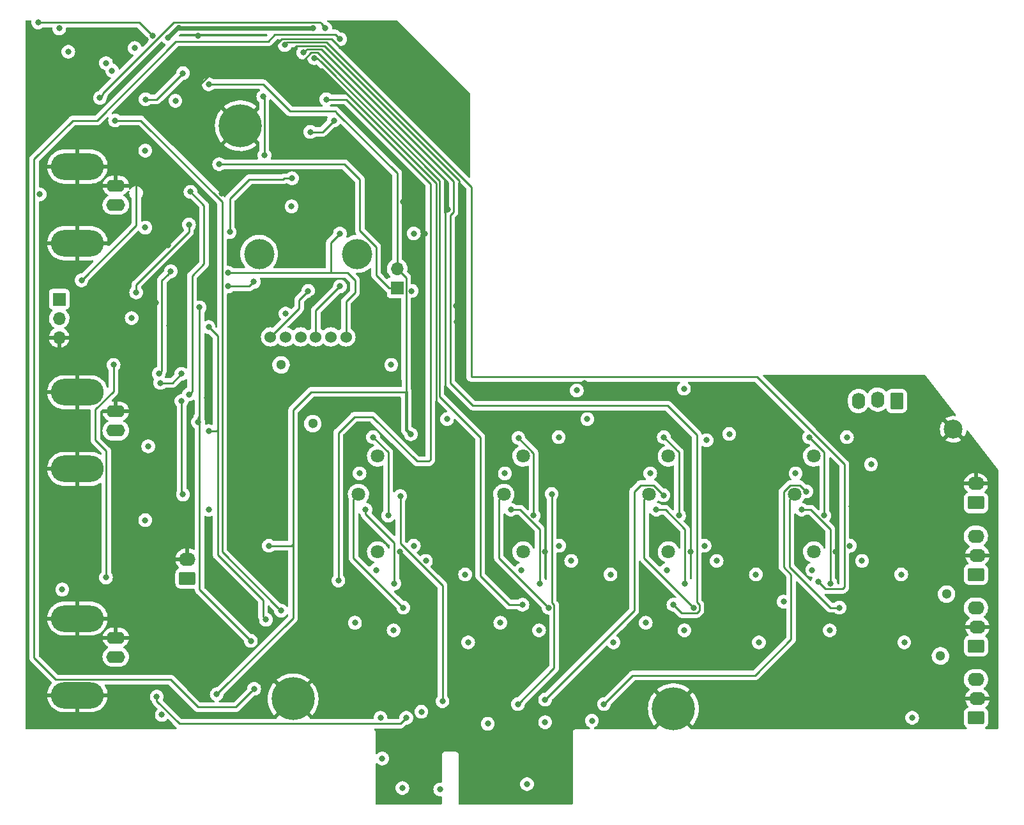
<source format=gbr>
G04 #@! TF.GenerationSoftware,KiCad,Pcbnew,(6.0.11-0)*
G04 #@! TF.CreationDate,2023-08-08T16:04:35+02:00*
G04 #@! TF.ProjectId,vm101-inout,766d3130-312d-4696-9e6f-75742e6b6963,rev?*
G04 #@! TF.SameCoordinates,Original*
G04 #@! TF.FileFunction,Copper,L3,Inr*
G04 #@! TF.FilePolarity,Positive*
%FSLAX46Y46*%
G04 Gerber Fmt 4.6, Leading zero omitted, Abs format (unit mm)*
G04 Created by KiCad (PCBNEW (6.0.11-0)) date 2023-08-08 16:04:35*
%MOMM*%
%LPD*%
G01*
G04 APERTURE LIST*
G04 Aperture macros list*
%AMRoundRect*
0 Rectangle with rounded corners*
0 $1 Rounding radius*
0 $2 $3 $4 $5 $6 $7 $8 $9 X,Y pos of 4 corners*
0 Add a 4 corners polygon primitive as box body*
4,1,4,$2,$3,$4,$5,$6,$7,$8,$9,$2,$3,0*
0 Add four circle primitives for the rounded corners*
1,1,$1+$1,$2,$3*
1,1,$1+$1,$4,$5*
1,1,$1+$1,$6,$7*
1,1,$1+$1,$8,$9*
0 Add four rect primitives between the rounded corners*
20,1,$1+$1,$2,$3,$4,$5,0*
20,1,$1+$1,$4,$5,$6,$7,0*
20,1,$1+$1,$6,$7,$8,$9,0*
20,1,$1+$1,$8,$9,$2,$3,0*%
G04 Aperture macros list end*
G04 #@! TA.AperFunction,ComponentPad*
%ADD10C,5.700000*%
G04 #@! TD*
G04 #@! TA.AperFunction,ComponentPad*
%ADD11C,2.500000*%
G04 #@! TD*
G04 #@! TA.AperFunction,ComponentPad*
%ADD12R,1.700000X1.700000*%
G04 #@! TD*
G04 #@! TA.AperFunction,ComponentPad*
%ADD13O,1.700000X1.700000*%
G04 #@! TD*
G04 #@! TA.AperFunction,ComponentPad*
%ADD14C,1.800000*%
G04 #@! TD*
G04 #@! TA.AperFunction,ComponentPad*
%ADD15O,2.500000X1.600000*%
G04 #@! TD*
G04 #@! TA.AperFunction,ComponentPad*
%ADD16O,7.000000X3.500000*%
G04 #@! TD*
G04 #@! TA.AperFunction,ComponentPad*
%ADD17RoundRect,0.250000X0.850000X-0.620000X0.850000X0.620000X-0.850000X0.620000X-0.850000X-0.620000X0*%
G04 #@! TD*
G04 #@! TA.AperFunction,ComponentPad*
%ADD18O,2.200000X1.740000*%
G04 #@! TD*
G04 #@! TA.AperFunction,ComponentPad*
%ADD19RoundRect,0.250000X0.620000X0.850000X-0.620000X0.850000X-0.620000X-0.850000X0.620000X-0.850000X0*%
G04 #@! TD*
G04 #@! TA.AperFunction,ComponentPad*
%ADD20O,1.740000X2.200000*%
G04 #@! TD*
G04 #@! TA.AperFunction,ComponentPad*
%ADD21C,1.524000*%
G04 #@! TD*
G04 #@! TA.AperFunction,ComponentPad*
%ADD22C,4.000000*%
G04 #@! TD*
G04 #@! TA.AperFunction,ViaPad*
%ADD23C,0.800000*%
G04 #@! TD*
G04 #@! TA.AperFunction,ViaPad*
%ADD24C,1.300000*%
G04 #@! TD*
G04 #@! TA.AperFunction,Conductor*
%ADD25C,0.250000*%
G04 #@! TD*
G04 #@! TA.AperFunction,Conductor*
%ADD26C,0.600000*%
G04 #@! TD*
G04 #@! TA.AperFunction,Conductor*
%ADD27C,0.400000*%
G04 #@! TD*
G04 APERTURE END LIST*
D10*
X136400000Y-96800000D03*
X79000000Y-19500000D03*
X86000000Y-95500000D03*
D11*
X173492000Y-59746000D03*
D12*
X55000000Y-42500000D03*
D13*
X55000000Y-45040000D03*
X55000000Y-47580000D03*
D14*
X116466666Y-76000000D03*
X113926666Y-68380000D03*
X116466666Y-63300000D03*
D15*
X62500000Y-30000000D03*
D16*
X57420000Y-35080000D03*
D15*
X62500000Y-27460000D03*
D16*
X57420000Y-24920000D03*
D17*
X72000000Y-79500000D03*
D18*
X72000000Y-76960000D03*
D15*
X62500000Y-59920000D03*
X62500000Y-57380000D03*
D16*
X57420000Y-54840000D03*
X57420000Y-65000000D03*
D17*
X176500000Y-69500000D03*
D18*
X176500000Y-66960000D03*
D17*
X176500000Y-88500000D03*
D18*
X176700000Y-85960000D03*
X176500000Y-83420000D03*
D17*
X176500000Y-98000000D03*
D18*
X176700000Y-95460000D03*
X176500000Y-92920000D03*
D19*
X166000000Y-56000000D03*
D20*
X163460000Y-55800000D03*
X160920000Y-56000000D03*
D21*
X91000000Y-47500000D03*
X93000000Y-47500000D03*
X83000000Y-47500000D03*
X89000000Y-47500000D03*
X87000000Y-47500000D03*
X85000000Y-47500000D03*
D22*
X81500000Y-36500000D03*
X94500000Y-36500000D03*
D14*
X135733332Y-76000000D03*
X133193332Y-68380000D03*
X135733332Y-63300000D03*
X155000000Y-76000000D03*
X152460000Y-68380000D03*
X155000000Y-63300000D03*
X97200000Y-76000000D03*
X94660000Y-68380000D03*
X97200000Y-63300000D03*
D15*
X62500000Y-89920000D03*
X62500000Y-87380000D03*
D16*
X57420000Y-95000000D03*
X57420000Y-84840000D03*
D17*
X176500000Y-79000000D03*
D18*
X176700000Y-76460000D03*
X176500000Y-73920000D03*
D12*
X99800000Y-41000000D03*
D13*
X99800000Y-38460000D03*
D23*
X113466666Y-85400000D03*
X116266666Y-78400000D03*
X128466666Y-88000000D03*
X122866666Y-77200000D03*
X132733332Y-85400000D03*
X135533332Y-78400000D03*
X147733332Y-88000000D03*
X142133332Y-77200000D03*
X154800000Y-78400000D03*
X167000000Y-88000000D03*
X161400000Y-77200000D03*
X109200000Y-88000000D03*
D24*
X171800000Y-89800000D03*
D23*
X143800000Y-60384001D03*
X123600000Y-54600000D03*
X151000000Y-82600000D03*
X99000000Y-51200000D03*
X106400000Y-58400000D03*
X97000000Y-78400000D03*
X103600000Y-77200000D03*
X162600000Y-64400000D03*
X94200000Y-85400000D03*
X125000000Y-58400000D03*
X137800000Y-54375000D03*
D24*
X84400000Y-51200000D03*
D23*
X128666666Y-67600000D03*
X121466666Y-70000000D03*
X124866666Y-75000000D03*
X119391666Y-76000000D03*
X114866666Y-73400000D03*
X114066666Y-62200000D03*
X115066666Y-81200000D03*
X122366666Y-83798599D03*
X147933332Y-67600000D03*
X140733332Y-70000000D03*
X144133332Y-75000000D03*
X138658332Y-76000000D03*
X134133332Y-73400000D03*
X133333332Y-62200000D03*
X134333332Y-81200000D03*
X141633332Y-83798599D03*
X167200000Y-67600000D03*
X160000000Y-70000000D03*
X163400000Y-75000000D03*
X157925000Y-76000000D03*
X153400000Y-73400000D03*
X160900000Y-83798599D03*
X98400000Y-29000000D03*
X66497484Y-8043608D03*
X103474990Y-33800000D03*
X92100000Y-82000000D03*
X94000000Y-23000000D03*
X153430812Y-81508586D03*
X93950000Y-7550000D03*
X152600000Y-62400011D03*
X79800000Y-11600000D03*
X168850000Y-53700000D03*
X102200000Y-70000000D03*
X60000000Y-13000000D03*
X170100000Y-71300000D03*
X96200000Y-45000000D03*
X105600000Y-75000000D03*
X95800000Y-81200000D03*
X67800000Y-43000000D03*
X69387340Y-35387340D03*
X96200000Y-33000000D03*
X76512660Y-28487340D03*
X82200000Y-56800000D03*
X102600000Y-49000000D03*
X72000000Y-90400000D03*
X88600000Y-42400000D03*
X107600000Y-43400000D03*
X99350000Y-94250000D03*
X100800000Y-13000000D03*
X103100000Y-83798599D03*
X133200000Y-55200000D03*
X108000000Y-21800000D03*
X100600000Y-29600000D03*
X114000000Y-55550000D03*
X57600000Y-42400000D03*
X58800000Y-74600000D03*
X107674990Y-45487812D03*
X80400000Y-44200000D03*
X69800000Y-29000000D03*
X90000000Y-53200000D03*
X107766666Y-56033334D03*
X109400000Y-67600000D03*
X73400000Y-7600000D03*
X70800000Y-40400000D03*
X89000000Y-27200000D03*
X69600000Y-72200000D03*
X69600000Y-46000000D03*
X70750000Y-97000000D03*
X80000000Y-65000000D03*
X73600000Y-15600000D03*
X100125000Y-76000000D03*
X74600000Y-55600000D03*
X124600000Y-53600000D03*
X106525010Y-30600000D03*
X69800000Y-50200000D03*
X69400000Y-64800000D03*
X82800000Y-71000000D03*
X95600000Y-73400000D03*
X78400000Y-81400000D03*
X69800000Y-60600000D03*
X94800000Y-62200000D03*
X80200000Y-72000000D03*
X118591666Y-86400000D03*
X121266666Y-75200000D03*
X114066666Y-65600000D03*
X128066666Y-79000000D03*
X137858332Y-86400000D03*
X140533332Y-75200000D03*
X133333332Y-65600000D03*
X147333332Y-79000000D03*
X157125000Y-86400000D03*
X159800000Y-75200000D03*
X152600000Y-65600000D03*
X166600000Y-79000000D03*
D24*
X88600000Y-59000000D03*
D23*
X85800000Y-30200000D03*
X66400000Y-22800000D03*
X74800000Y-70400000D03*
X66400000Y-71800000D03*
X102000000Y-75200000D03*
X52400000Y-28600000D03*
X70400000Y-16200000D03*
X64600000Y-45000000D03*
X55400000Y-81000000D03*
X66400000Y-33000000D03*
X66800000Y-62000000D03*
X85000000Y-44400000D03*
X94800000Y-65600000D03*
X99325000Y-86400000D03*
X108800000Y-79000000D03*
D24*
X172600000Y-81600000D03*
D23*
X68600000Y-97600000D03*
X168050000Y-98000000D03*
X92200000Y-33800000D03*
X77400000Y-39000000D03*
X62200000Y-51200000D03*
X61200000Y-79405000D03*
X88000000Y-41400000D03*
X88600000Y-6525000D03*
X69400000Y-7800000D03*
X55000000Y-6600000D03*
X67387340Y-7587340D03*
X52200000Y-5800000D03*
X119866666Y-83400000D03*
X139133332Y-83400000D03*
X158400000Y-83400000D03*
X100600000Y-83400000D03*
X102000000Y-33800000D03*
X101702912Y-41399831D03*
X88269135Y-20330865D03*
X91400000Y-18800000D03*
X74800000Y-14000000D03*
X101600000Y-60400000D03*
X159400000Y-60800000D03*
X75874006Y-94883116D03*
X82800000Y-75200000D03*
X140800000Y-61200000D03*
X121200000Y-60800000D03*
X76200000Y-24600000D03*
X82050000Y-15650000D03*
X82200000Y-23400000D03*
X155600000Y-80000000D03*
X84900032Y-8799999D03*
X87362340Y-9812340D03*
X136400000Y-83000000D03*
X88800000Y-10525000D03*
X116400000Y-83000000D03*
X92000000Y-79800000D03*
X90400000Y-16000000D03*
X90250000Y-6600000D03*
X60400000Y-15800000D03*
X92225000Y-8025000D03*
X80835712Y-94166548D03*
X100485000Y-107315000D03*
X117000000Y-106800000D03*
X105501283Y-107501283D03*
X111800000Y-98800000D03*
X103000000Y-97200000D03*
X125600000Y-98400000D03*
X119400000Y-98600000D03*
X97800000Y-103400000D03*
X97587347Y-98012653D03*
X154000000Y-68000000D03*
X127200000Y-96200000D03*
X119400000Y-95600000D03*
X135088848Y-68511152D03*
X115800000Y-96200000D03*
X120263143Y-68336857D03*
X100200000Y-68600000D03*
X105800000Y-95800000D03*
X67924976Y-95200000D03*
X100999997Y-97999997D03*
X61200000Y-11200000D03*
X62400000Y-18800000D03*
X84400002Y-83800000D03*
X74800000Y-46200000D03*
X82400000Y-85000000D03*
X74800000Y-60000000D03*
X73400000Y-58800000D03*
X73600000Y-43600000D03*
X80400000Y-87800008D03*
X72200008Y-32600000D03*
X65200000Y-41600000D03*
X72200000Y-55125000D03*
X72400000Y-28275000D03*
X85860000Y-26465000D03*
X77600000Y-33600000D03*
X92199988Y-40800000D03*
X77400000Y-40800000D03*
X80800000Y-40200000D03*
X71400000Y-12535001D03*
X66450000Y-16000000D03*
X65000000Y-9200000D03*
X117879319Y-71187347D03*
X115866666Y-60900010D03*
X118666666Y-80200000D03*
X114866666Y-70400000D03*
X137145985Y-71187347D03*
X135133332Y-60800000D03*
X137933332Y-80200000D03*
X134133332Y-70400000D03*
X156412653Y-71187347D03*
X154400000Y-60800000D03*
X157200000Y-80200000D03*
X153400000Y-70400000D03*
X96600000Y-60800000D03*
X98612653Y-71187347D03*
X95600000Y-70400000D03*
X99400000Y-80200000D03*
X69800000Y-38799994D03*
X68200000Y-52400000D03*
X68400000Y-53600000D03*
X71200000Y-52400000D03*
X71200000Y-56000000D03*
X71400000Y-68400000D03*
X62000000Y-12200000D03*
X56200000Y-9690000D03*
X57950000Y-40000000D03*
X63684100Y-22889600D03*
D25*
X107766666Y-56033334D02*
X106125011Y-54391679D01*
X73600000Y-15600000D02*
X73200001Y-15200001D01*
X104949990Y-63149990D02*
X109000001Y-67200001D01*
X76378997Y-11348001D02*
X86851999Y-11348001D01*
X107999999Y-43000001D02*
X107600000Y-43400000D01*
X109000001Y-67200001D02*
X109400000Y-67600000D01*
X106125011Y-30999999D02*
X106525010Y-30600000D01*
X100234315Y-13000000D02*
X100800000Y-13000000D01*
X96126998Y-13000000D02*
X100234315Y-13000000D01*
X83726998Y-11600000D02*
X86427020Y-8899978D01*
X89800000Y-12000000D02*
X104949990Y-27149990D01*
X106525010Y-30034315D02*
X106525010Y-30600000D01*
X73200001Y-11999999D02*
X73600000Y-11600000D01*
X73600000Y-15600000D02*
X73600000Y-14126998D01*
X73600000Y-11600000D02*
X79800000Y-11600000D01*
X73600000Y-14126998D02*
X76378997Y-11348001D01*
X84527052Y-7999956D02*
X91126954Y-7999956D01*
X83127008Y-9400000D02*
X84527052Y-7999956D01*
X90136389Y-8899978D02*
X107999999Y-26763588D01*
X107999999Y-26763588D02*
X107999999Y-43000001D01*
X86427020Y-8899978D02*
X90136389Y-8899978D01*
X114066666Y-62333334D02*
X107766666Y-56033334D01*
X79800000Y-11600000D02*
X83726998Y-11600000D01*
X73600000Y-15600000D02*
X73600000Y-12000000D01*
X89236411Y-9800000D02*
X106525010Y-27088599D01*
X88400000Y-9800000D02*
X89236411Y-9800000D01*
X73600000Y-14126998D02*
X78326998Y-9400000D01*
X91126954Y-7999956D02*
X96126998Y-13000000D01*
X86851999Y-11348001D02*
X88400000Y-9800000D01*
X104949990Y-27149990D02*
X104949990Y-63149990D01*
X78326998Y-9400000D02*
X83127008Y-9400000D01*
X73200001Y-15200001D02*
X73200001Y-11999999D01*
X106125011Y-54391679D02*
X106125011Y-30999999D01*
X114066666Y-62200000D02*
X114066666Y-62333334D01*
X73600000Y-12000000D02*
X89800000Y-12000000D01*
X106525010Y-27088599D02*
X106525010Y-30034315D01*
X91000000Y-35000000D02*
X91000000Y-39000000D01*
X92200000Y-33800000D02*
X91000000Y-35000000D01*
X93000000Y-42800000D02*
X93000000Y-47500000D01*
X93200000Y-39000000D02*
X94200000Y-40000000D01*
X91000000Y-39000000D02*
X93200000Y-39000000D01*
X94200000Y-40000000D02*
X94200000Y-41600000D01*
X94200000Y-41600000D02*
X93000000Y-42800000D01*
X77400000Y-39000000D02*
X91000000Y-39000000D01*
X61245010Y-79359990D02*
X61200000Y-79405000D01*
X59800000Y-57144507D02*
X59800000Y-61200000D01*
X59800000Y-61200000D02*
X61245010Y-62645010D01*
X62200000Y-51200000D02*
X62200000Y-54744507D01*
X62200000Y-54744507D02*
X59800000Y-57144507D01*
X61245010Y-62645010D02*
X61245010Y-79359990D01*
X86800000Y-43700000D02*
X86800000Y-42600000D01*
X83000000Y-47500000D02*
X86800000Y-43700000D01*
X86800000Y-42600000D02*
X88000000Y-41400000D01*
D26*
X70774990Y-6425010D02*
X70874980Y-6525000D01*
X69400000Y-7800000D02*
X70774990Y-6425010D01*
D25*
X70850011Y-6349989D02*
X69400000Y-7800000D01*
D26*
X70874980Y-6525000D02*
X88600000Y-6525000D01*
X70774990Y-6425010D02*
X70850011Y-6425010D01*
D25*
X73948001Y-6349989D02*
X72650011Y-6349989D01*
X72650011Y-6349989D02*
X70850011Y-6349989D01*
X88600000Y-6525000D02*
X74123012Y-6525000D01*
X74123012Y-6525000D02*
X73948001Y-6349989D01*
X52200000Y-5800000D02*
X65600000Y-5800000D01*
X65600000Y-5800000D02*
X67387340Y-7587340D01*
X113266666Y-76800000D02*
X113266666Y-69040000D01*
X113266666Y-69040000D02*
X113926666Y-68380000D01*
X119866666Y-83400000D02*
X113266666Y-76800000D01*
X132533332Y-76800000D02*
X132533332Y-69040000D01*
X132533332Y-69040000D02*
X133193332Y-68380000D01*
X139133332Y-83400000D02*
X132533332Y-76800000D01*
X151800000Y-69040000D02*
X152460000Y-68380000D01*
X158400000Y-83400000D02*
X157200000Y-83400000D01*
X157200000Y-83400000D02*
X151800000Y-78000000D01*
X151800000Y-78000000D02*
X151800000Y-69040000D01*
X100600000Y-83400000D02*
X94000000Y-76800000D01*
X94000000Y-76800000D02*
X94000000Y-69040000D01*
X94000000Y-69040000D02*
X94660000Y-68380000D01*
X89869135Y-20330865D02*
X91400000Y-18800000D01*
X88269135Y-20330865D02*
X89869135Y-20330865D01*
X76274005Y-94483117D02*
X75874006Y-94883116D01*
D27*
X101000000Y-54800000D02*
X101000000Y-59800000D01*
D25*
X75365685Y-14000000D02*
X74800000Y-14000000D01*
X86000000Y-73800000D02*
X86000000Y-57200000D01*
X86000000Y-73800000D02*
X86000000Y-84757122D01*
X82000000Y-14000000D02*
X75365685Y-14000000D01*
X100975001Y-39635001D02*
X101000000Y-54800000D01*
X86000000Y-84757122D02*
X76274005Y-94483117D01*
X99800000Y-38460000D02*
X100975001Y-39635001D01*
X88400000Y-54800000D02*
X101000000Y-54800000D01*
D27*
X101000000Y-59800000D02*
X101200001Y-60000001D01*
D25*
X82800000Y-75200000D02*
X85800000Y-75200000D01*
X91800000Y-17811500D02*
X91588500Y-17600000D01*
X85600000Y-17600000D02*
X82000000Y-14000000D01*
X91588500Y-17600000D02*
X85600000Y-17600000D01*
X99800000Y-25800000D02*
X91811500Y-17811500D01*
X91811500Y-17811500D02*
X91800000Y-17811500D01*
D27*
X101200001Y-60000001D02*
X101600000Y-60400000D01*
D25*
X99800000Y-38460000D02*
X99800000Y-25800000D01*
X85800000Y-75200000D02*
X86000000Y-75000000D01*
X86000000Y-75000000D02*
X86000000Y-73800000D01*
X86000000Y-57200000D02*
X88400000Y-54800000D01*
X99800000Y-41000000D02*
X98700000Y-41000000D01*
X97000000Y-39300000D02*
X97000000Y-35558998D01*
X92800000Y-24600000D02*
X76200000Y-24600000D01*
X98700000Y-41000000D02*
X97000000Y-39300000D01*
X94841002Y-26641002D02*
X92800000Y-24600000D01*
X97000000Y-35558998D02*
X94841002Y-33400000D01*
X94841002Y-33400000D02*
X94841002Y-26641002D01*
X82200000Y-15800000D02*
X82000000Y-15600000D01*
X82000000Y-15600000D02*
X82050000Y-15650000D01*
X82200000Y-23400000D02*
X82200000Y-15800000D01*
X109600000Y-27600000D02*
X90449967Y-8449967D01*
X109600000Y-52800000D02*
X109600000Y-27600000D01*
X147473002Y-52800000D02*
X109600000Y-52800000D01*
X158824997Y-80925001D02*
X159074999Y-80674999D01*
X85150043Y-8449967D02*
X84800010Y-8800000D01*
X155600000Y-80000000D02*
X156525001Y-80925001D01*
X156525001Y-80925001D02*
X158824997Y-80925001D01*
X90449967Y-8449967D02*
X85150043Y-8449967D01*
X159074999Y-80674999D02*
X159074999Y-64401997D01*
X159074999Y-64401997D02*
X147473002Y-52800000D01*
X107250011Y-30948001D02*
X107250011Y-26850011D01*
X137525001Y-84125001D02*
X139481333Y-84125001D01*
X106800000Y-31398012D02*
X107250011Y-30948001D01*
X139858333Y-83051999D02*
X139481333Y-82674999D01*
X87762339Y-9412341D02*
X87362340Y-9812340D01*
X135600000Y-56600000D02*
X109800000Y-56600000D01*
X89749989Y-9349989D02*
X87824691Y-9349989D01*
X106800000Y-53600000D02*
X106800000Y-31398012D01*
X139858333Y-83748001D02*
X139858333Y-83051999D01*
X139481333Y-60481333D02*
X135600000Y-56600000D01*
X136400000Y-83000000D02*
X137525001Y-84125001D01*
X109800000Y-56600000D02*
X106800000Y-53600000D01*
X87824691Y-9349989D02*
X87762339Y-9412341D01*
X139481333Y-84125001D02*
X139858333Y-83748001D01*
X139481333Y-82674999D02*
X139481333Y-60481333D01*
X107250011Y-26850011D02*
X89749989Y-9349989D01*
X115600000Y-83000000D02*
X116400000Y-83000000D01*
X89900000Y-11250000D02*
X89636411Y-11000000D01*
X114600000Y-83000000D02*
X110800000Y-79200000D01*
X88800000Y-10525000D02*
X89175000Y-10525000D01*
X105400001Y-55400001D02*
X105400001Y-26763590D01*
X105400001Y-26763590D02*
X89900000Y-11250000D01*
X116400000Y-83000000D02*
X114600000Y-83000000D01*
X110800000Y-60800000D02*
X105400001Y-55400001D01*
X89175000Y-10525000D02*
X89900000Y-11250000D01*
X110800000Y-79200000D02*
X110800000Y-60800000D01*
X94100000Y-58100000D02*
X96500000Y-58100000D01*
X102400000Y-64000000D02*
X103000000Y-64000000D01*
X104000000Y-64000000D02*
X102400000Y-64000000D01*
X90400000Y-16000000D02*
X93000000Y-16000000D01*
X104200000Y-27200000D02*
X104200000Y-63800000D01*
X92000000Y-60200000D02*
X92000000Y-79800000D01*
X93000000Y-16000000D02*
X104200000Y-27200000D01*
X94100000Y-58100000D02*
X92000000Y-60200000D01*
X104200000Y-63800000D02*
X104000000Y-64000000D01*
X96500000Y-58100000D02*
X102400000Y-64000000D01*
X89800000Y-6150000D02*
X89800000Y-6000000D01*
X60799999Y-15200001D02*
X60799999Y-15400001D01*
X90200000Y-6400000D02*
X89800000Y-6000000D01*
X89800000Y-6000000D02*
X89600000Y-5800000D01*
X60799999Y-15400001D02*
X60400000Y-15800000D01*
X89600000Y-5800000D02*
X70200000Y-5800000D01*
X90250000Y-6600000D02*
X89800000Y-6150000D01*
X70200000Y-5800000D02*
X60799999Y-15200001D01*
X70474999Y-8325001D02*
X60000000Y-18800000D01*
X78402260Y-96600000D02*
X80435713Y-94566547D01*
X82674999Y-8325001D02*
X70474999Y-8325001D01*
X56800000Y-18800000D02*
X51674999Y-23925001D01*
X92225000Y-8025000D02*
X91600000Y-7400000D01*
X73400000Y-96600000D02*
X78402260Y-96600000D01*
X51674999Y-90074999D02*
X54524990Y-92924990D01*
X54524990Y-92924990D02*
X69724990Y-92924990D01*
X69724990Y-92924990D02*
X73400000Y-96600000D01*
X80435713Y-94566547D02*
X80835712Y-94166548D01*
X51674999Y-23925001D02*
X51674999Y-90074999D01*
X60000000Y-18800000D02*
X56800000Y-18800000D01*
X91600000Y-7400000D02*
X83600000Y-7400000D01*
X83600000Y-7400000D02*
X82674999Y-8325001D01*
X151000000Y-68026998D02*
X151871999Y-67154999D01*
X151000000Y-78004772D02*
X151000000Y-68026998D01*
X131000000Y-92400000D02*
X147200000Y-92400000D01*
X152000000Y-87600000D02*
X152000000Y-79004772D01*
X147200000Y-92400000D02*
X152000000Y-87600000D01*
X153154999Y-67154999D02*
X154000000Y-68000000D01*
X151871999Y-67154999D02*
X153154999Y-67154999D01*
X152000000Y-79004772D02*
X151000000Y-78004772D01*
X127200000Y-96200000D02*
X131000000Y-92400000D01*
X119400000Y-95600000D02*
X131200000Y-83800000D01*
X131200000Y-83800000D02*
X131200000Y-68000000D01*
X133732695Y-67154999D02*
X135088848Y-68511152D01*
X132045001Y-67154999D02*
X133732695Y-67154999D01*
X131200000Y-68000000D02*
X132045001Y-67154999D01*
X115800000Y-96200000D02*
X120591667Y-91408333D01*
X120591667Y-91408333D02*
X120591667Y-83051999D01*
X120263143Y-82723475D02*
X120263143Y-68336857D01*
X120591667Y-83051999D02*
X120263143Y-82723475D01*
X100200000Y-74873002D02*
X105800000Y-80473002D01*
X105800000Y-95234315D02*
X105800000Y-95800000D01*
X105800000Y-80473002D02*
X105800000Y-95234315D01*
X100200000Y-68600000D02*
X100200000Y-74873002D01*
X100999997Y-97999997D02*
X100199995Y-98799999D01*
X67924976Y-95765685D02*
X67924976Y-95200000D01*
X100199995Y-98799999D02*
X70959290Y-98799999D01*
X70959290Y-98799999D02*
X67924976Y-95765685D01*
X84000003Y-83400001D02*
X84400002Y-83800000D01*
X62400000Y-18800000D02*
X65800000Y-18800000D01*
X76600000Y-75999998D02*
X84000003Y-83400001D01*
X65800000Y-18800000D02*
X76600000Y-29600000D01*
X76600000Y-29600000D02*
X76600000Y-75999998D01*
X82000001Y-82400001D02*
X82000001Y-84600001D01*
X82000001Y-84600001D02*
X82400000Y-85000000D01*
X76000000Y-76400000D02*
X82000001Y-82400001D01*
X76000000Y-59800000D02*
X76000000Y-76400000D01*
X75800000Y-60000000D02*
X76000000Y-59800000D01*
X76000000Y-47400000D02*
X76000000Y-59800000D01*
X74800000Y-60000000D02*
X75800000Y-60000000D01*
X74800000Y-46200000D02*
X76000000Y-47400000D01*
X73400000Y-58200000D02*
X73400000Y-58800000D01*
X73600000Y-58000000D02*
X73600000Y-43600000D01*
X80000001Y-87400009D02*
X80400000Y-87800008D01*
X73600000Y-58000000D02*
X73400000Y-58200000D01*
X73600000Y-81000008D02*
X80000001Y-87400009D01*
X73600000Y-58000000D02*
X73600000Y-81000008D01*
X72200008Y-33599992D02*
X72200008Y-33165685D01*
X72200008Y-33165685D02*
X72200008Y-32600000D01*
X65200000Y-40600000D02*
X72200008Y-33599992D01*
X65200000Y-41600000D02*
X65200000Y-40600000D01*
X72400000Y-28275000D02*
X74200000Y-30075000D01*
X74200000Y-37800000D02*
X72600000Y-39400000D01*
X74200000Y-30075000D02*
X74200000Y-37800000D01*
X72600000Y-39400000D02*
X72600000Y-54725000D01*
X72600000Y-54725000D02*
X72200000Y-55125000D01*
X85860000Y-26465000D02*
X84835000Y-26465000D01*
X80200000Y-26600000D02*
X77600000Y-29200000D01*
X84700000Y-26600000D02*
X80200000Y-26600000D01*
X84835000Y-26465000D02*
X84700000Y-26600000D01*
X77600000Y-29200000D02*
X77600000Y-33600000D01*
X89000000Y-47500000D02*
X89000000Y-43999988D01*
X91799989Y-41199999D02*
X92199988Y-40800000D01*
X89000000Y-43999988D02*
X91799989Y-41199999D01*
X80200000Y-40800000D02*
X77965685Y-40800000D01*
X77965685Y-40800000D02*
X77400000Y-40800000D01*
X80800000Y-40200000D02*
X80200000Y-40800000D01*
X71400000Y-12535001D02*
X67935001Y-16000000D01*
X67935001Y-16000000D02*
X66450000Y-16000000D01*
X117879319Y-62912663D02*
X115866666Y-60900010D01*
X117879319Y-71187347D02*
X117879319Y-62912663D01*
X118666666Y-80200000D02*
X118666666Y-73000000D01*
X116066666Y-70400000D02*
X114866666Y-70400000D01*
X118666666Y-73000000D02*
X116066666Y-70400000D01*
X137145985Y-62812653D02*
X135133332Y-60800000D01*
X137145985Y-71187347D02*
X137145985Y-62812653D01*
X137933332Y-80200000D02*
X137933332Y-73000000D01*
X135333332Y-70400000D02*
X134133332Y-70400000D01*
X137933332Y-73000000D02*
X135333332Y-70400000D01*
X156412653Y-62812653D02*
X154400000Y-60800000D01*
X156412653Y-71187347D02*
X156412653Y-62812653D01*
X157200000Y-80200000D02*
X157200000Y-73000000D01*
X154600000Y-70400000D02*
X153400000Y-70400000D01*
X157200000Y-73000000D02*
X154600000Y-70400000D01*
X98612653Y-62812653D02*
X96600000Y-60800000D01*
X98612653Y-71187347D02*
X98612653Y-62812653D01*
X95600000Y-71000000D02*
X95600000Y-70400000D01*
X99400000Y-74800000D02*
X95600000Y-71000000D01*
X99400000Y-80200000D02*
X99400000Y-74800000D01*
X69400001Y-39199993D02*
X69800000Y-38799994D01*
X68599999Y-52000001D02*
X68599999Y-39999995D01*
X68599999Y-39999995D02*
X69400001Y-39199993D01*
X68200000Y-52400000D02*
X68599999Y-52000001D01*
X70000000Y-53600000D02*
X68400000Y-53600000D01*
X71200000Y-52400000D02*
X70000000Y-53600000D01*
X71200000Y-56000000D02*
X71200000Y-68200000D01*
X71200000Y-68200000D02*
X71400000Y-68400000D01*
X65200000Y-32750000D02*
X57950000Y-40000000D01*
X65200000Y-24405500D02*
X63684100Y-22889600D01*
X65200000Y-28400000D02*
X65200000Y-32750000D01*
X65200000Y-28400000D02*
X65200000Y-24405500D01*
G04 #@! TA.AperFunction,Conductor*
G36*
X51245317Y-5528502D02*
G01*
X51291810Y-5582158D01*
X51302506Y-5647670D01*
X51296710Y-5702815D01*
X51286496Y-5800000D01*
X51287186Y-5806565D01*
X51299228Y-5921134D01*
X51306458Y-5989928D01*
X51365473Y-6171556D01*
X51460960Y-6336944D01*
X51588747Y-6478866D01*
X51743248Y-6591118D01*
X51749276Y-6593802D01*
X51749278Y-6593803D01*
X51777949Y-6606568D01*
X51917712Y-6668794D01*
X52011112Y-6688647D01*
X52098056Y-6707128D01*
X52098061Y-6707128D01*
X52104513Y-6708500D01*
X52295487Y-6708500D01*
X52301939Y-6707128D01*
X52301944Y-6707128D01*
X52388888Y-6688647D01*
X52482288Y-6668794D01*
X52622051Y-6606568D01*
X52650722Y-6593803D01*
X52650724Y-6593802D01*
X52656752Y-6591118D01*
X52811253Y-6478866D01*
X52815668Y-6473963D01*
X52820580Y-6469540D01*
X52821705Y-6470789D01*
X52875014Y-6437949D01*
X52908200Y-6433500D01*
X53964058Y-6433500D01*
X54032179Y-6453502D01*
X54078672Y-6507158D01*
X54089368Y-6572669D01*
X54087186Y-6593432D01*
X54086496Y-6600000D01*
X54087186Y-6606565D01*
X54105307Y-6778973D01*
X54106458Y-6789928D01*
X54165473Y-6971556D01*
X54260960Y-7136944D01*
X54265378Y-7141851D01*
X54265379Y-7141852D01*
X54280721Y-7158891D01*
X54388747Y-7278866D01*
X54543248Y-7391118D01*
X54549276Y-7393802D01*
X54549278Y-7393803D01*
X54711681Y-7466109D01*
X54717712Y-7468794D01*
X54808332Y-7488056D01*
X54898056Y-7507128D01*
X54898061Y-7507128D01*
X54904513Y-7508500D01*
X55095487Y-7508500D01*
X55101939Y-7507128D01*
X55101944Y-7507128D01*
X55191668Y-7488056D01*
X55282288Y-7468794D01*
X55288319Y-7466109D01*
X55450722Y-7393803D01*
X55450724Y-7393802D01*
X55456752Y-7391118D01*
X55611253Y-7278866D01*
X55719279Y-7158891D01*
X55734621Y-7141852D01*
X55734622Y-7141851D01*
X55739040Y-7136944D01*
X55834527Y-6971556D01*
X55893542Y-6789928D01*
X55894694Y-6778973D01*
X55912814Y-6606565D01*
X55913504Y-6600000D01*
X55912814Y-6593432D01*
X55910632Y-6572669D01*
X55923405Y-6502831D01*
X55971908Y-6450985D01*
X56035942Y-6433500D01*
X65285406Y-6433500D01*
X65353527Y-6453502D01*
X65374501Y-6470405D01*
X66440218Y-7536122D01*
X66474244Y-7598434D01*
X66476432Y-7612043D01*
X66493798Y-7777268D01*
X66552813Y-7958896D01*
X66648300Y-8124284D01*
X66652718Y-8129191D01*
X66652719Y-8129192D01*
X66725361Y-8209869D01*
X66756079Y-8273876D01*
X66747314Y-8344330D01*
X66720820Y-8383274D01*
X66088097Y-9015997D01*
X66025785Y-9050023D01*
X65954970Y-9044958D01*
X65898134Y-9002411D01*
X65879169Y-8965838D01*
X65876806Y-8958563D01*
X65834527Y-8828444D01*
X65819480Y-8802381D01*
X65787863Y-8747619D01*
X65739040Y-8663056D01*
X65697242Y-8616634D01*
X65615675Y-8526045D01*
X65615674Y-8526044D01*
X65611253Y-8521134D01*
X65483675Y-8428443D01*
X65462094Y-8412763D01*
X65462093Y-8412762D01*
X65456752Y-8408882D01*
X65450724Y-8406198D01*
X65450722Y-8406197D01*
X65288319Y-8333891D01*
X65288318Y-8333891D01*
X65282288Y-8331206D01*
X65188887Y-8311353D01*
X65101944Y-8292872D01*
X65101939Y-8292872D01*
X65095487Y-8291500D01*
X64904513Y-8291500D01*
X64898061Y-8292872D01*
X64898056Y-8292872D01*
X64811113Y-8311353D01*
X64717712Y-8331206D01*
X64711682Y-8333891D01*
X64711681Y-8333891D01*
X64549278Y-8406197D01*
X64549276Y-8406198D01*
X64543248Y-8408882D01*
X64537907Y-8412762D01*
X64537906Y-8412763D01*
X64516325Y-8428443D01*
X64388747Y-8521134D01*
X64384326Y-8526044D01*
X64384325Y-8526045D01*
X64302759Y-8616634D01*
X64260960Y-8663056D01*
X64212137Y-8747619D01*
X64180521Y-8802381D01*
X64165473Y-8828444D01*
X64106458Y-9010072D01*
X64105768Y-9016633D01*
X64105768Y-9016635D01*
X64098448Y-9086283D01*
X64086496Y-9200000D01*
X64106458Y-9389928D01*
X64165473Y-9571556D01*
X64168776Y-9577278D01*
X64168777Y-9577279D01*
X64178317Y-9593802D01*
X64260960Y-9736944D01*
X64265378Y-9741851D01*
X64265379Y-9741852D01*
X64328847Y-9812340D01*
X64388747Y-9878866D01*
X64543248Y-9991118D01*
X64549276Y-9993802D01*
X64549278Y-9993803D01*
X64701455Y-10061556D01*
X64717712Y-10068794D01*
X64724170Y-10070167D01*
X64724177Y-10070169D01*
X64752638Y-10076219D01*
X64815111Y-10109948D01*
X64849432Y-10172098D01*
X64844703Y-10242937D01*
X64815535Y-10288560D01*
X63088098Y-12015997D01*
X63025786Y-12050023D01*
X62954971Y-12044958D01*
X62898135Y-12002411D01*
X62879170Y-11965839D01*
X62836568Y-11834726D01*
X62834527Y-11828444D01*
X62739040Y-11663056D01*
X62611253Y-11521134D01*
X62456752Y-11408882D01*
X62450724Y-11406198D01*
X62450722Y-11406197D01*
X62288316Y-11333890D01*
X62288317Y-11333890D01*
X62282288Y-11331206D01*
X62212613Y-11316396D01*
X62150144Y-11282670D01*
X62115822Y-11220520D01*
X62113566Y-11199993D01*
X62113504Y-11200000D01*
X62094232Y-11016635D01*
X62094232Y-11016633D01*
X62093542Y-11010072D01*
X62034527Y-10828444D01*
X61939040Y-10663056D01*
X61918714Y-10640481D01*
X61815675Y-10526045D01*
X61815674Y-10526044D01*
X61811253Y-10521134D01*
X61656752Y-10408882D01*
X61650724Y-10406198D01*
X61650722Y-10406197D01*
X61488319Y-10333891D01*
X61488318Y-10333891D01*
X61482288Y-10331206D01*
X61388887Y-10311353D01*
X61301944Y-10292872D01*
X61301939Y-10292872D01*
X61295487Y-10291500D01*
X61104513Y-10291500D01*
X61098061Y-10292872D01*
X61098056Y-10292872D01*
X61011113Y-10311353D01*
X60917712Y-10331206D01*
X60911682Y-10333891D01*
X60911681Y-10333891D01*
X60749278Y-10406197D01*
X60749276Y-10406198D01*
X60743248Y-10408882D01*
X60588747Y-10521134D01*
X60584326Y-10526044D01*
X60584325Y-10526045D01*
X60481287Y-10640481D01*
X60460960Y-10663056D01*
X60365473Y-10828444D01*
X60306458Y-11010072D01*
X60286496Y-11200000D01*
X60287186Y-11206565D01*
X60298983Y-11318803D01*
X60306458Y-11389928D01*
X60365473Y-11571556D01*
X60460960Y-11736944D01*
X60588747Y-11878866D01*
X60687843Y-11950864D01*
X60708455Y-11965839D01*
X60743248Y-11991118D01*
X60749276Y-11993802D01*
X60749278Y-11993803D01*
X60799127Y-12015997D01*
X60917712Y-12068794D01*
X60987387Y-12083604D01*
X61049856Y-12117330D01*
X61084178Y-12179480D01*
X61086434Y-12200007D01*
X61086496Y-12200000D01*
X61101744Y-12345073D01*
X61106458Y-12389928D01*
X61165473Y-12571556D01*
X61260960Y-12736944D01*
X61388747Y-12878866D01*
X61543248Y-12991118D01*
X61549276Y-12993802D01*
X61549278Y-12993803D01*
X61711681Y-13066109D01*
X61717712Y-13068794D01*
X61724170Y-13070167D01*
X61724177Y-13070169D01*
X61752638Y-13076219D01*
X61815111Y-13109948D01*
X61849432Y-13172098D01*
X61844703Y-13242937D01*
X61815535Y-13288560D01*
X60407746Y-14696349D01*
X60399460Y-14703889D01*
X60392981Y-14708001D01*
X60387556Y-14713778D01*
X60346356Y-14757652D01*
X60343601Y-14760494D01*
X60323864Y-14780231D01*
X60321384Y-14783428D01*
X60313681Y-14792448D01*
X60283413Y-14824680D01*
X60279594Y-14831626D01*
X60279592Y-14831629D01*
X60273651Y-14842435D01*
X60262800Y-14858954D01*
X60254104Y-14870166D01*
X60252599Y-14872106D01*
X60195044Y-14913674D01*
X60179251Y-14918125D01*
X60117712Y-14931206D01*
X60111683Y-14933890D01*
X60111684Y-14933890D01*
X59949278Y-15006197D01*
X59949276Y-15006198D01*
X59943248Y-15008882D01*
X59788747Y-15121134D01*
X59784326Y-15126044D01*
X59784325Y-15126045D01*
X59777261Y-15133891D01*
X59660960Y-15263056D01*
X59565473Y-15428444D01*
X59506458Y-15610072D01*
X59505768Y-15616633D01*
X59505768Y-15616635D01*
X59503102Y-15642002D01*
X59486496Y-15800000D01*
X59506458Y-15989928D01*
X59565473Y-16171556D01*
X59568776Y-16177278D01*
X59568777Y-16177279D01*
X59570956Y-16181053D01*
X59660960Y-16336944D01*
X59665378Y-16341851D01*
X59665379Y-16341852D01*
X59708667Y-16389928D01*
X59788747Y-16478866D01*
X59887843Y-16550864D01*
X59922037Y-16575707D01*
X59943248Y-16591118D01*
X59949276Y-16593802D01*
X59949278Y-16593803D01*
X60083365Y-16653502D01*
X60117712Y-16668794D01*
X60183365Y-16682749D01*
X60298056Y-16707128D01*
X60298061Y-16707128D01*
X60304513Y-16708500D01*
X60495487Y-16708500D01*
X60501939Y-16707128D01*
X60501944Y-16707128D01*
X60616635Y-16682749D01*
X60682288Y-16668794D01*
X60716635Y-16653502D01*
X60850722Y-16593803D01*
X60850724Y-16593802D01*
X60856752Y-16591118D01*
X60877964Y-16575707D01*
X60912157Y-16550864D01*
X61011253Y-16478866D01*
X61091333Y-16389928D01*
X61134621Y-16341852D01*
X61134622Y-16341851D01*
X61139040Y-16336944D01*
X61229044Y-16181053D01*
X61231223Y-16177279D01*
X61231224Y-16177278D01*
X61234527Y-16171556D01*
X61293542Y-15989928D01*
X61309308Y-15839928D01*
X61313206Y-15802836D01*
X61338953Y-15738785D01*
X61349613Y-15725042D01*
X61352758Y-15717773D01*
X61352761Y-15717769D01*
X61367173Y-15684464D01*
X61372390Y-15673814D01*
X61393694Y-15635061D01*
X61398732Y-15615438D01*
X61405136Y-15596735D01*
X61410032Y-15585421D01*
X61410032Y-15585420D01*
X61413180Y-15578146D01*
X61414419Y-15570323D01*
X61414422Y-15570313D01*
X61420098Y-15534477D01*
X61422504Y-15522857D01*
X61431016Y-15489703D01*
X61463963Y-15431941D01*
X68518747Y-8377158D01*
X68581059Y-8343132D01*
X68651874Y-8348197D01*
X68701474Y-8381940D01*
X68788747Y-8478866D01*
X68943248Y-8591118D01*
X68949276Y-8593802D01*
X68949278Y-8593803D01*
X69031595Y-8630453D01*
X69085691Y-8676434D01*
X69106340Y-8744361D01*
X69086987Y-8812669D01*
X69069441Y-8834655D01*
X64420681Y-13483414D01*
X59774500Y-18129595D01*
X59712188Y-18163621D01*
X59685405Y-18166500D01*
X56878767Y-18166500D01*
X56867584Y-18165973D01*
X56860091Y-18164298D01*
X56852165Y-18164547D01*
X56852164Y-18164547D01*
X56792001Y-18166438D01*
X56788043Y-18166500D01*
X56760144Y-18166500D01*
X56756154Y-18167004D01*
X56744320Y-18167936D01*
X56700111Y-18169326D01*
X56692497Y-18171538D01*
X56692492Y-18171539D01*
X56680659Y-18174977D01*
X56661296Y-18178988D01*
X56641203Y-18181526D01*
X56633836Y-18184443D01*
X56633831Y-18184444D01*
X56600092Y-18197802D01*
X56588865Y-18201646D01*
X56546407Y-18213982D01*
X56539581Y-18218019D01*
X56528972Y-18224293D01*
X56511224Y-18232988D01*
X56492383Y-18240448D01*
X56485967Y-18245110D01*
X56485966Y-18245110D01*
X56456613Y-18266436D01*
X56446693Y-18272952D01*
X56415465Y-18291420D01*
X56415462Y-18291422D01*
X56408638Y-18295458D01*
X56394317Y-18309779D01*
X56379284Y-18322619D01*
X56362893Y-18334528D01*
X56354217Y-18345016D01*
X56334702Y-18368605D01*
X56326712Y-18377384D01*
X51282746Y-23421349D01*
X51274460Y-23428889D01*
X51267981Y-23433001D01*
X51262556Y-23438778D01*
X51221356Y-23482652D01*
X51218601Y-23485494D01*
X51198864Y-23505231D01*
X51196384Y-23508428D01*
X51188681Y-23517448D01*
X51158413Y-23549680D01*
X51154594Y-23556626D01*
X51154592Y-23556629D01*
X51148651Y-23567435D01*
X51137800Y-23583954D01*
X51125385Y-23599960D01*
X51122240Y-23607229D01*
X51122237Y-23607233D01*
X51107825Y-23640538D01*
X51102608Y-23651188D01*
X51081304Y-23689941D01*
X51079333Y-23697616D01*
X51079333Y-23697617D01*
X51076266Y-23709563D01*
X51069862Y-23728267D01*
X51068772Y-23730787D01*
X51061818Y-23746856D01*
X51060579Y-23754679D01*
X51060576Y-23754689D01*
X51054900Y-23790525D01*
X51052494Y-23802145D01*
X51049852Y-23812437D01*
X51041499Y-23844971D01*
X51041499Y-23865225D01*
X51039948Y-23884935D01*
X51036779Y-23904944D01*
X51039191Y-23930460D01*
X51040940Y-23948962D01*
X51041499Y-23960820D01*
X51041499Y-89996232D01*
X51040972Y-90007415D01*
X51039297Y-90014908D01*
X51039546Y-90022834D01*
X51039546Y-90022835D01*
X51041437Y-90082985D01*
X51041499Y-90086944D01*
X51041499Y-90114855D01*
X51041996Y-90118789D01*
X51041996Y-90118790D01*
X51042004Y-90118855D01*
X51042937Y-90130692D01*
X51044326Y-90174888D01*
X51049767Y-90193615D01*
X51049977Y-90194338D01*
X51053986Y-90213699D01*
X51056525Y-90233796D01*
X51059444Y-90241167D01*
X51059444Y-90241169D01*
X51072803Y-90274911D01*
X51076648Y-90286141D01*
X51088981Y-90328592D01*
X51093014Y-90335411D01*
X51093016Y-90335416D01*
X51099292Y-90346027D01*
X51107987Y-90363775D01*
X51115447Y-90382616D01*
X51120109Y-90389032D01*
X51120109Y-90389033D01*
X51141435Y-90418386D01*
X51147951Y-90428306D01*
X51166100Y-90458993D01*
X51170457Y-90466361D01*
X51184778Y-90480682D01*
X51197618Y-90495715D01*
X51209527Y-90512106D01*
X51215633Y-90517157D01*
X51243604Y-90540297D01*
X51252383Y-90548287D01*
X54001810Y-93297715D01*
X54035836Y-93360027D01*
X54030771Y-93430843D01*
X54008383Y-93468808D01*
X53860622Y-93641203D01*
X53855624Y-93647884D01*
X53696809Y-93892437D01*
X53692735Y-93899727D01*
X53567662Y-94163132D01*
X53564586Y-94170900D01*
X53475448Y-94448531D01*
X53473427Y-94456637D01*
X53424571Y-94728170D01*
X53426003Y-94741429D01*
X53440613Y-94746000D01*
X61396367Y-94746000D01*
X61410996Y-94741705D01*
X61413058Y-94729728D01*
X61406778Y-94657947D01*
X61405503Y-94649708D01*
X61341890Y-94365120D01*
X61339536Y-94357123D01*
X61238850Y-94083466D01*
X61235450Y-94075828D01*
X61099451Y-93817885D01*
X61095089Y-93810795D01*
X61057200Y-93757480D01*
X61034043Y-93690366D01*
X61050847Y-93621386D01*
X61102276Y-93572442D01*
X61159906Y-93558490D01*
X69410396Y-93558490D01*
X69478517Y-93578492D01*
X69499491Y-93595395D01*
X71233929Y-95329834D01*
X72896348Y-96992253D01*
X72903888Y-97000539D01*
X72908000Y-97007018D01*
X72913777Y-97012443D01*
X72957651Y-97053643D01*
X72960493Y-97056398D01*
X72980230Y-97076135D01*
X72983427Y-97078615D01*
X72992447Y-97086318D01*
X73024679Y-97116586D01*
X73031625Y-97120405D01*
X73031628Y-97120407D01*
X73042434Y-97126348D01*
X73058953Y-97137199D01*
X73074959Y-97149614D01*
X73082228Y-97152759D01*
X73082232Y-97152762D01*
X73115537Y-97167174D01*
X73126187Y-97172391D01*
X73164940Y-97193695D01*
X73172615Y-97195666D01*
X73172616Y-97195666D01*
X73184562Y-97198733D01*
X73203266Y-97205137D01*
X73211921Y-97208882D01*
X73221855Y-97213181D01*
X73229678Y-97214420D01*
X73229688Y-97214423D01*
X73265524Y-97220099D01*
X73277144Y-97222505D01*
X73308959Y-97230673D01*
X73319970Y-97233500D01*
X73340224Y-97233500D01*
X73359934Y-97235051D01*
X73379943Y-97238220D01*
X73387835Y-97237474D01*
X73406580Y-97235702D01*
X73423962Y-97234059D01*
X73435819Y-97233500D01*
X78323493Y-97233500D01*
X78334676Y-97234027D01*
X78342169Y-97235702D01*
X78350095Y-97235453D01*
X78350096Y-97235453D01*
X78410246Y-97233562D01*
X78414205Y-97233500D01*
X78442116Y-97233500D01*
X78446051Y-97233003D01*
X78446116Y-97232995D01*
X78457953Y-97232062D01*
X78490211Y-97231048D01*
X78494230Y-97230922D01*
X78502149Y-97230673D01*
X78521603Y-97225021D01*
X78540960Y-97221013D01*
X78553190Y-97219468D01*
X78553191Y-97219468D01*
X78561057Y-97218474D01*
X78568428Y-97215555D01*
X78568430Y-97215555D01*
X78602172Y-97202196D01*
X78613402Y-97198351D01*
X78648243Y-97188229D01*
X78648244Y-97188229D01*
X78655853Y-97186018D01*
X78662672Y-97181985D01*
X78662677Y-97181983D01*
X78673288Y-97175707D01*
X78691036Y-97167012D01*
X78709877Y-97159552D01*
X78716304Y-97154883D01*
X78745647Y-97133564D01*
X78755567Y-97127048D01*
X78786795Y-97108580D01*
X78786798Y-97108578D01*
X78793622Y-97104542D01*
X78807943Y-97090221D01*
X78822977Y-97077380D01*
X78832954Y-97070131D01*
X78839367Y-97065472D01*
X78867558Y-97031395D01*
X78875548Y-97022616D01*
X80406508Y-95491657D01*
X82637260Y-95491657D01*
X82655318Y-95848127D01*
X82656028Y-95854883D01*
X82712478Y-96207305D01*
X82713917Y-96213960D01*
X82808094Y-96558215D01*
X82810243Y-96564676D01*
X82941053Y-96896756D01*
X82943884Y-96902939D01*
X83109792Y-97218949D01*
X83113275Y-97224791D01*
X83312340Y-97521031D01*
X83316442Y-97526475D01*
X83440942Y-97674322D01*
X83453680Y-97682764D01*
X83464124Y-97676666D01*
X85627978Y-95512812D01*
X85634356Y-95501132D01*
X86364408Y-95501132D01*
X86364539Y-95502965D01*
X86368790Y-95509580D01*
X88534463Y-97675253D01*
X88548060Y-97682678D01*
X88557669Y-97675981D01*
X88662197Y-97554457D01*
X88666346Y-97549069D01*
X88868503Y-97254929D01*
X88872050Y-97249118D01*
X89041250Y-96934879D01*
X89044157Y-96928701D01*
X89178435Y-96598016D01*
X89180649Y-96591586D01*
X89278427Y-96248331D01*
X89279934Y-96241701D01*
X89340073Y-95889873D01*
X89340853Y-95883133D01*
X89362740Y-95525275D01*
X89362856Y-95521673D01*
X89362926Y-95501820D01*
X89362834Y-95498193D01*
X89343446Y-95140208D01*
X89342711Y-95133442D01*
X89285034Y-94781233D01*
X89283567Y-94774561D01*
X89188194Y-94430655D01*
X89186020Y-94424192D01*
X89054053Y-94092575D01*
X89051197Y-94086395D01*
X88884194Y-93770981D01*
X88880682Y-93765137D01*
X88680588Y-93469598D01*
X88676467Y-93464170D01*
X88559041Y-93325704D01*
X88546215Y-93317267D01*
X88535890Y-93323320D01*
X86372022Y-95487188D01*
X86364408Y-95501132D01*
X85634356Y-95501132D01*
X85635592Y-95498868D01*
X85635461Y-95497035D01*
X85631210Y-95490420D01*
X83465527Y-93324737D01*
X83451990Y-93317345D01*
X83442289Y-93324132D01*
X83330649Y-93454847D01*
X83326515Y-93460255D01*
X83125394Y-93755086D01*
X83121859Y-93760923D01*
X82953754Y-94075757D01*
X82950878Y-94081926D01*
X82817754Y-94413081D01*
X82815561Y-94419521D01*
X82718979Y-94763121D01*
X82717496Y-94769756D01*
X82658589Y-95121773D01*
X82657830Y-95128545D01*
X82637284Y-95484862D01*
X82637260Y-95491657D01*
X80406508Y-95491657D01*
X80786212Y-95111953D01*
X80848524Y-95077927D01*
X80875307Y-95075048D01*
X80931199Y-95075048D01*
X80937651Y-95073676D01*
X80937656Y-95073676D01*
X81025112Y-95055086D01*
X81118000Y-95035342D01*
X81174758Y-95010072D01*
X81286434Y-94960351D01*
X81286436Y-94960350D01*
X81292464Y-94957666D01*
X81310184Y-94944792D01*
X81395073Y-94883116D01*
X81446965Y-94845414D01*
X81521062Y-94763121D01*
X81570333Y-94708400D01*
X81570334Y-94708399D01*
X81574752Y-94703492D01*
X81670239Y-94538104D01*
X81729254Y-94356476D01*
X81732032Y-94330050D01*
X81748526Y-94173113D01*
X81749216Y-94166548D01*
X81745254Y-94128850D01*
X81729944Y-93983183D01*
X81729944Y-93983181D01*
X81729254Y-93976620D01*
X81670239Y-93794992D01*
X81574752Y-93629604D01*
X81567353Y-93621386D01*
X81451387Y-93492593D01*
X81451386Y-93492592D01*
X81446965Y-93487682D01*
X81327830Y-93401125D01*
X81297806Y-93379311D01*
X81297805Y-93379310D01*
X81292464Y-93375430D01*
X81286436Y-93372746D01*
X81286434Y-93372745D01*
X81124031Y-93300439D01*
X81124030Y-93300439D01*
X81118000Y-93297754D01*
X81024599Y-93277901D01*
X80937656Y-93259420D01*
X80937651Y-93259420D01*
X80931199Y-93258048D01*
X80740225Y-93258048D01*
X80733773Y-93259420D01*
X80733768Y-93259420D01*
X80646825Y-93277901D01*
X80553424Y-93297754D01*
X80547394Y-93300439D01*
X80547393Y-93300439D01*
X80384990Y-93372745D01*
X80384988Y-93372746D01*
X80378960Y-93375430D01*
X80373619Y-93379310D01*
X80373618Y-93379311D01*
X80343594Y-93401125D01*
X80224459Y-93487682D01*
X80220038Y-93492592D01*
X80220037Y-93492593D01*
X80104072Y-93621386D01*
X80096672Y-93629604D01*
X80001185Y-93794992D01*
X79942170Y-93976620D01*
X79941480Y-93983181D01*
X79941480Y-93983183D01*
X79934401Y-94050540D01*
X79930044Y-94091998D01*
X79924805Y-94141841D01*
X79897792Y-94207498D01*
X79888590Y-94217766D01*
X78176760Y-95929595D01*
X78114448Y-95963621D01*
X78087665Y-95966500D01*
X76267101Y-95966500D01*
X76198980Y-95946498D01*
X76152487Y-95892842D01*
X76142383Y-95822568D01*
X76171877Y-95757988D01*
X76215853Y-95725393D01*
X76324725Y-95676921D01*
X76324732Y-95676917D01*
X76330758Y-95674234D01*
X76352899Y-95658148D01*
X76441968Y-95593435D01*
X76485259Y-95561982D01*
X76542695Y-95498193D01*
X76608627Y-95424968D01*
X76608628Y-95424967D01*
X76613046Y-95420060D01*
X76687270Y-95291500D01*
X76705229Y-95260395D01*
X76705230Y-95260394D01*
X76708533Y-95254672D01*
X76767548Y-95073044D01*
X76769436Y-95055086D01*
X76779392Y-94960351D01*
X76784913Y-94907822D01*
X76811926Y-94842166D01*
X76821128Y-94831898D01*
X78701534Y-92951492D01*
X83814580Y-92951492D01*
X83814615Y-92952333D01*
X83819667Y-92960457D01*
X85987188Y-95127978D01*
X86001132Y-95135592D01*
X86002965Y-95135461D01*
X86009580Y-95131210D01*
X88178166Y-92962624D01*
X88185780Y-92948680D01*
X88185712Y-92947723D01*
X88180771Y-92940251D01*
X88176870Y-92936931D01*
X87892958Y-92720649D01*
X87887332Y-92716825D01*
X87581722Y-92532469D01*
X87575710Y-92529272D01*
X87251966Y-92378995D01*
X87245666Y-92376475D01*
X86907595Y-92262045D01*
X86901017Y-92260209D01*
X86552592Y-92182965D01*
X86545857Y-92181850D01*
X86191106Y-92142685D01*
X86184324Y-92142306D01*
X85827395Y-92141683D01*
X85820622Y-92142038D01*
X85465714Y-92179966D01*
X85459005Y-92181053D01*
X85110289Y-92257086D01*
X85103714Y-92258897D01*
X84765250Y-92372145D01*
X84758928Y-92374648D01*
X84434680Y-92523785D01*
X84428637Y-92526971D01*
X84122404Y-92710248D01*
X84116744Y-92714066D01*
X83832094Y-92929346D01*
X83826891Y-92933742D01*
X83822601Y-92937785D01*
X83814580Y-92951492D01*
X78701534Y-92951492D01*
X85253027Y-86400000D01*
X98411496Y-86400000D01*
X98431458Y-86589928D01*
X98490473Y-86771556D01*
X98585960Y-86936944D01*
X98590378Y-86941851D01*
X98590379Y-86941852D01*
X98663015Y-87022522D01*
X98713747Y-87078866D01*
X98868248Y-87191118D01*
X98874276Y-87193802D01*
X98874278Y-87193803D01*
X99029842Y-87263064D01*
X99042712Y-87268794D01*
X99136113Y-87288647D01*
X99223056Y-87307128D01*
X99223061Y-87307128D01*
X99229513Y-87308500D01*
X99420487Y-87308500D01*
X99426939Y-87307128D01*
X99426944Y-87307128D01*
X99513887Y-87288647D01*
X99607288Y-87268794D01*
X99620158Y-87263064D01*
X99775722Y-87193803D01*
X99775724Y-87193802D01*
X99781752Y-87191118D01*
X99936253Y-87078866D01*
X99986985Y-87022522D01*
X100059621Y-86941852D01*
X100059622Y-86941851D01*
X100064040Y-86936944D01*
X100159527Y-86771556D01*
X100218542Y-86589928D01*
X100238504Y-86400000D01*
X100222916Y-86251691D01*
X100219232Y-86216635D01*
X100219232Y-86216633D01*
X100218542Y-86210072D01*
X100159527Y-86028444D01*
X100064040Y-85863056D01*
X100001685Y-85793803D01*
X99940675Y-85726045D01*
X99940674Y-85726044D01*
X99936253Y-85721134D01*
X99781752Y-85608882D01*
X99775724Y-85606198D01*
X99775722Y-85606197D01*
X99613319Y-85533891D01*
X99613318Y-85533891D01*
X99607288Y-85531206D01*
X99513887Y-85511353D01*
X99426944Y-85492872D01*
X99426939Y-85492872D01*
X99420487Y-85491500D01*
X99229513Y-85491500D01*
X99223061Y-85492872D01*
X99223056Y-85492872D01*
X99136113Y-85511353D01*
X99042712Y-85531206D01*
X99036682Y-85533891D01*
X99036681Y-85533891D01*
X98874278Y-85606197D01*
X98874276Y-85606198D01*
X98868248Y-85608882D01*
X98713747Y-85721134D01*
X98709326Y-85726044D01*
X98709325Y-85726045D01*
X98648316Y-85793803D01*
X98585960Y-85863056D01*
X98490473Y-86028444D01*
X98431458Y-86210072D01*
X98430768Y-86216633D01*
X98430768Y-86216635D01*
X98427084Y-86251691D01*
X98411496Y-86400000D01*
X85253027Y-86400000D01*
X86253027Y-85400000D01*
X93286496Y-85400000D01*
X93287186Y-85406565D01*
X93304134Y-85567812D01*
X93306458Y-85589928D01*
X93365473Y-85771556D01*
X93460960Y-85936944D01*
X93588747Y-86078866D01*
X93743248Y-86191118D01*
X93749276Y-86193802D01*
X93749278Y-86193803D01*
X93911681Y-86266109D01*
X93917712Y-86268794D01*
X94011113Y-86288647D01*
X94098056Y-86307128D01*
X94098061Y-86307128D01*
X94104513Y-86308500D01*
X94295487Y-86308500D01*
X94301939Y-86307128D01*
X94301944Y-86307128D01*
X94388887Y-86288647D01*
X94482288Y-86268794D01*
X94488319Y-86266109D01*
X94650722Y-86193803D01*
X94650724Y-86193802D01*
X94656752Y-86191118D01*
X94811253Y-86078866D01*
X94939040Y-85936944D01*
X95034527Y-85771556D01*
X95093542Y-85589928D01*
X95095867Y-85567812D01*
X95112814Y-85406565D01*
X95113504Y-85400000D01*
X95093542Y-85210072D01*
X95034527Y-85028444D01*
X95017599Y-84999123D01*
X94996717Y-84962956D01*
X94939040Y-84863056D01*
X94933847Y-84857288D01*
X94815675Y-84726045D01*
X94815674Y-84726044D01*
X94811253Y-84721134D01*
X94685189Y-84629543D01*
X94662094Y-84612763D01*
X94662093Y-84612762D01*
X94656752Y-84608882D01*
X94650724Y-84606198D01*
X94650722Y-84606197D01*
X94488319Y-84533891D01*
X94488318Y-84533891D01*
X94482288Y-84531206D01*
X94388888Y-84511353D01*
X94301944Y-84492872D01*
X94301939Y-84492872D01*
X94295487Y-84491500D01*
X94104513Y-84491500D01*
X94098061Y-84492872D01*
X94098056Y-84492872D01*
X94011112Y-84511353D01*
X93917712Y-84531206D01*
X93911682Y-84533891D01*
X93911681Y-84533891D01*
X93749278Y-84606197D01*
X93749276Y-84606198D01*
X93743248Y-84608882D01*
X93737907Y-84612762D01*
X93737906Y-84612763D01*
X93714811Y-84629543D01*
X93588747Y-84721134D01*
X93584326Y-84726044D01*
X93584325Y-84726045D01*
X93466154Y-84857288D01*
X93460960Y-84863056D01*
X93403283Y-84962956D01*
X93382402Y-84999123D01*
X93365473Y-85028444D01*
X93306458Y-85210072D01*
X93286496Y-85400000D01*
X86253027Y-85400000D01*
X86392253Y-85260774D01*
X86400539Y-85253234D01*
X86407018Y-85249122D01*
X86453644Y-85199470D01*
X86456398Y-85196629D01*
X86476135Y-85176892D01*
X86478615Y-85173695D01*
X86486320Y-85164673D01*
X86516586Y-85132443D01*
X86520405Y-85125497D01*
X86520407Y-85125494D01*
X86526348Y-85114688D01*
X86537199Y-85098169D01*
X86538202Y-85096876D01*
X86549614Y-85082163D01*
X86552759Y-85074894D01*
X86552762Y-85074890D01*
X86567174Y-85041585D01*
X86572391Y-85030935D01*
X86593695Y-84992182D01*
X86598733Y-84972559D01*
X86605137Y-84953856D01*
X86610033Y-84942542D01*
X86610033Y-84942541D01*
X86613181Y-84935267D01*
X86614420Y-84927444D01*
X86614423Y-84927434D01*
X86620099Y-84891598D01*
X86622505Y-84879978D01*
X86631528Y-84844833D01*
X86631528Y-84844832D01*
X86633500Y-84837152D01*
X86633500Y-84816898D01*
X86635051Y-84797187D01*
X86636980Y-84785008D01*
X86638220Y-84777179D01*
X86634059Y-84733160D01*
X86633500Y-84721303D01*
X86633500Y-75059776D01*
X86635051Y-75040065D01*
X86636980Y-75027886D01*
X86638220Y-75020057D01*
X86634059Y-74976038D01*
X86633500Y-74964181D01*
X86633500Y-58969544D01*
X87436936Y-58969544D01*
X87450861Y-59182006D01*
X87452282Y-59187602D01*
X87452283Y-59187607D01*
X87490211Y-59336944D01*
X87503272Y-59388372D01*
X87505689Y-59393615D01*
X87542389Y-59473223D01*
X87592411Y-59581731D01*
X87715296Y-59755609D01*
X87719430Y-59759636D01*
X87854792Y-59891500D01*
X87867809Y-59904181D01*
X87872605Y-59907386D01*
X87872608Y-59907388D01*
X87996788Y-59990362D01*
X88044843Y-60022471D01*
X88050146Y-60024749D01*
X88050149Y-60024751D01*
X88201953Y-60089971D01*
X88240470Y-60106519D01*
X88305060Y-60121134D01*
X88442501Y-60152234D01*
X88442506Y-60152235D01*
X88448138Y-60153509D01*
X88453909Y-60153736D01*
X88453911Y-60153736D01*
X88515252Y-60156146D01*
X88660891Y-60161869D01*
X88666600Y-60161041D01*
X88666604Y-60161041D01*
X88865890Y-60132145D01*
X88865894Y-60132144D01*
X88871605Y-60131316D01*
X89073223Y-60062876D01*
X89258993Y-59958840D01*
X89422693Y-59822693D01*
X89521128Y-59704337D01*
X89555149Y-59663431D01*
X89558840Y-59658993D01*
X89662876Y-59473223D01*
X89731316Y-59271605D01*
X89732528Y-59263251D01*
X89761337Y-59064561D01*
X89761337Y-59064559D01*
X89761869Y-59060891D01*
X89763463Y-59000000D01*
X89743981Y-58787976D01*
X89739350Y-58771556D01*
X89687754Y-58588611D01*
X89687753Y-58588609D01*
X89686186Y-58583052D01*
X89662751Y-58535529D01*
X89594570Y-58397273D01*
X89592015Y-58392092D01*
X89464622Y-58221491D01*
X89308271Y-58076963D01*
X89142891Y-57972616D01*
X89133081Y-57966426D01*
X89128201Y-57963347D01*
X88930441Y-57884449D01*
X88924781Y-57883323D01*
X88924777Y-57883322D01*
X88727282Y-57844038D01*
X88727280Y-57844038D01*
X88721615Y-57842911D01*
X88715840Y-57842835D01*
X88715836Y-57842835D01*
X88609161Y-57841439D01*
X88508716Y-57840124D01*
X88503019Y-57841103D01*
X88503018Y-57841103D01*
X88304564Y-57875203D01*
X88304561Y-57875204D01*
X88298874Y-57876181D01*
X88099116Y-57949875D01*
X87916134Y-58058739D01*
X87756054Y-58199125D01*
X87624238Y-58366333D01*
X87621549Y-58371444D01*
X87621547Y-58371447D01*
X87588253Y-58434729D01*
X87525100Y-58554762D01*
X87523386Y-58560283D01*
X87523384Y-58560287D01*
X87480231Y-58699264D01*
X87461961Y-58758102D01*
X87436936Y-58969544D01*
X86633500Y-58969544D01*
X86633500Y-57514594D01*
X86653502Y-57446473D01*
X86670405Y-57425499D01*
X88625499Y-55470405D01*
X88687811Y-55436379D01*
X88714594Y-55433500D01*
X100165500Y-55433500D01*
X100233621Y-55453502D01*
X100280114Y-55507158D01*
X100291500Y-55559500D01*
X100291500Y-59771088D01*
X100291208Y-59779658D01*
X100288023Y-59826384D01*
X100287275Y-59837352D01*
X100288580Y-59844829D01*
X100288580Y-59844830D01*
X100298261Y-59900299D01*
X100299223Y-59906821D01*
X100306898Y-59970242D01*
X100309581Y-59977343D01*
X100310222Y-59979952D01*
X100314685Y-59996262D01*
X100315450Y-59998798D01*
X100316757Y-60006284D01*
X100341600Y-60062876D01*
X100342442Y-60064795D01*
X100344935Y-60070904D01*
X100359912Y-60110539D01*
X100367513Y-60130656D01*
X100371817Y-60136919D01*
X100373054Y-60139285D01*
X100381299Y-60154097D01*
X100382632Y-60156351D01*
X100385685Y-60163305D01*
X100423462Y-60212535D01*
X100424579Y-60213991D01*
X100428459Y-60219332D01*
X100460339Y-60265720D01*
X100460344Y-60265725D01*
X100464643Y-60271981D01*
X100470312Y-60277031D01*
X100470312Y-60277032D01*
X100511169Y-60313434D01*
X100516446Y-60318416D01*
X100665336Y-60467307D01*
X100699361Y-60529619D01*
X100701550Y-60543232D01*
X100706458Y-60589928D01*
X100708498Y-60596205D01*
X100708498Y-60596207D01*
X100710778Y-60603224D01*
X100765473Y-60771556D01*
X100768776Y-60777278D01*
X100768777Y-60777279D01*
X100794118Y-60821171D01*
X100860960Y-60936944D01*
X100865378Y-60941851D01*
X100865379Y-60941852D01*
X100971624Y-61059849D01*
X100988747Y-61078866D01*
X101060787Y-61131206D01*
X101120651Y-61174700D01*
X101143248Y-61191118D01*
X101149276Y-61193802D01*
X101149278Y-61193803D01*
X101311681Y-61266109D01*
X101317712Y-61268794D01*
X101411113Y-61288647D01*
X101498056Y-61307128D01*
X101498061Y-61307128D01*
X101504513Y-61308500D01*
X101695487Y-61308500D01*
X101701939Y-61307128D01*
X101701944Y-61307128D01*
X101788887Y-61288647D01*
X101882288Y-61268794D01*
X101888319Y-61266109D01*
X102050722Y-61193803D01*
X102050724Y-61193802D01*
X102056752Y-61191118D01*
X102079350Y-61174700D01*
X102139213Y-61131206D01*
X102211253Y-61078866D01*
X102228376Y-61059849D01*
X102334621Y-60941852D01*
X102334622Y-60941851D01*
X102339040Y-60936944D01*
X102405882Y-60821171D01*
X102431223Y-60777279D01*
X102431224Y-60777278D01*
X102434527Y-60771556D01*
X102493542Y-60589928D01*
X102494454Y-60581257D01*
X102512814Y-60406565D01*
X102513504Y-60400000D01*
X102509073Y-60357842D01*
X102494232Y-60216635D01*
X102494232Y-60216633D01*
X102493542Y-60210072D01*
X102434527Y-60028444D01*
X102431079Y-60022471D01*
X102379937Y-59933891D01*
X102339040Y-59863056D01*
X102324635Y-59847057D01*
X102215675Y-59726045D01*
X102215674Y-59726044D01*
X102211253Y-59721134D01*
X102056752Y-59608882D01*
X102050724Y-59606198D01*
X102050722Y-59606197D01*
X101888319Y-59533891D01*
X101888318Y-59533891D01*
X101882288Y-59531206D01*
X101808303Y-59515480D01*
X101745830Y-59481752D01*
X101711508Y-59419602D01*
X101708500Y-59392233D01*
X101708500Y-54756997D01*
X101693102Y-54629758D01*
X101641054Y-54492014D01*
X101632920Y-54447687D01*
X101632918Y-54446134D01*
X101613116Y-42434539D01*
X101633006Y-42366385D01*
X101686585Y-42319804D01*
X101739116Y-42308331D01*
X101798399Y-42308331D01*
X101804851Y-42306959D01*
X101804856Y-42306959D01*
X101891799Y-42288478D01*
X101985200Y-42268625D01*
X102024524Y-42251117D01*
X102153634Y-42193634D01*
X102153636Y-42193633D01*
X102159664Y-42190949D01*
X102174418Y-42180230D01*
X102241865Y-42131226D01*
X102314165Y-42078697D01*
X102370035Y-42016647D01*
X102437533Y-41941683D01*
X102437534Y-41941682D01*
X102441952Y-41936775D01*
X102529338Y-41785419D01*
X102534135Y-41777110D01*
X102534136Y-41777109D01*
X102537439Y-41771387D01*
X102596454Y-41589759D01*
X102599143Y-41564181D01*
X102615726Y-41406396D01*
X102616416Y-41399831D01*
X102614540Y-41381983D01*
X102597144Y-41216466D01*
X102597144Y-41216464D01*
X102596454Y-41209903D01*
X102537439Y-41028275D01*
X102441952Y-40862887D01*
X102385329Y-40800000D01*
X102318587Y-40725876D01*
X102318586Y-40725875D01*
X102314165Y-40720965D01*
X102170568Y-40616635D01*
X102165006Y-40612594D01*
X102165005Y-40612593D01*
X102159664Y-40608713D01*
X102153636Y-40606029D01*
X102153634Y-40606028D01*
X101991231Y-40533722D01*
X101991230Y-40533722D01*
X101985200Y-40531037D01*
X101891800Y-40511184D01*
X101804856Y-40492703D01*
X101804851Y-40492703D01*
X101798399Y-40491331D01*
X101735706Y-40491331D01*
X101667585Y-40471329D01*
X101621092Y-40417673D01*
X101609706Y-40365539D01*
X101609143Y-40023956D01*
X101608629Y-39712602D01*
X101609111Y-39702211D01*
X101610702Y-39695092D01*
X101609919Y-39670160D01*
X101608543Y-39626398D01*
X101608481Y-39622647D01*
X101608441Y-39598058D01*
X101608440Y-39598050D01*
X101608434Y-39594101D01*
X101607932Y-39590179D01*
X101607818Y-39588417D01*
X101607043Y-39578676D01*
X101605923Y-39543035D01*
X101605674Y-39535111D01*
X101603462Y-39527499D01*
X101603461Y-39527490D01*
X101599846Y-39515047D01*
X101595863Y-39495896D01*
X101595749Y-39495007D01*
X101593212Y-39475185D01*
X101590282Y-39467820D01*
X101590280Y-39467812D01*
X101577102Y-39434688D01*
X101573180Y-39423265D01*
X101563231Y-39389020D01*
X101563230Y-39389017D01*
X101561019Y-39381408D01*
X101550384Y-39363425D01*
X101541763Y-39345863D01*
X101540165Y-39341846D01*
X101534045Y-39326462D01*
X101508370Y-39291245D01*
X101501731Y-39281157D01*
X101495955Y-39271389D01*
X101479543Y-39243638D01*
X101464777Y-39228872D01*
X101452058Y-39214006D01*
X101444422Y-39203532D01*
X101444421Y-39203530D01*
X101439752Y-39197127D01*
X101406123Y-39169400D01*
X101397183Y-39161278D01*
X101151218Y-38915313D01*
X101117192Y-38853001D01*
X101119755Y-38789589D01*
X101124417Y-38774247D01*
X101132370Y-38748069D01*
X101161529Y-38526590D01*
X101163156Y-38460000D01*
X101144852Y-38237361D01*
X101090431Y-38020702D01*
X101001354Y-37815840D01*
X100961906Y-37754862D01*
X100882822Y-37632617D01*
X100882820Y-37632614D01*
X100880014Y-37628277D01*
X100729670Y-37463051D01*
X100725619Y-37459852D01*
X100725615Y-37459848D01*
X100558414Y-37327800D01*
X100558410Y-37327798D01*
X100554359Y-37324598D01*
X100549835Y-37322101D01*
X100549831Y-37322098D01*
X100498608Y-37293822D01*
X100448636Y-37243390D01*
X100433500Y-37183513D01*
X100433500Y-33800000D01*
X101086496Y-33800000D01*
X101087186Y-33806565D01*
X101105129Y-33977279D01*
X101106458Y-33989928D01*
X101165473Y-34171556D01*
X101260960Y-34336944D01*
X101265378Y-34341851D01*
X101265379Y-34341852D01*
X101379678Y-34468794D01*
X101388747Y-34478866D01*
X101429535Y-34508500D01*
X101532565Y-34583356D01*
X101543248Y-34591118D01*
X101549276Y-34593802D01*
X101549278Y-34593803D01*
X101711681Y-34666109D01*
X101717712Y-34668794D01*
X101811113Y-34688647D01*
X101898056Y-34707128D01*
X101898061Y-34707128D01*
X101904513Y-34708500D01*
X102095487Y-34708500D01*
X102101939Y-34707128D01*
X102101944Y-34707128D01*
X102188887Y-34688647D01*
X102282288Y-34668794D01*
X102288319Y-34666109D01*
X102450722Y-34593803D01*
X102450724Y-34593802D01*
X102456752Y-34591118D01*
X102467436Y-34583356D01*
X102570465Y-34508500D01*
X102611253Y-34478866D01*
X102620322Y-34468794D01*
X102734621Y-34341852D01*
X102734622Y-34341851D01*
X102739040Y-34336944D01*
X102834527Y-34171556D01*
X102893542Y-33989928D01*
X102894872Y-33977279D01*
X102912814Y-33806565D01*
X102913504Y-33800000D01*
X102900846Y-33679563D01*
X102894232Y-33616635D01*
X102894232Y-33616633D01*
X102893542Y-33610072D01*
X102834527Y-33428444D01*
X102739040Y-33263056D01*
X102611253Y-33121134D01*
X102456752Y-33008882D01*
X102450724Y-33006198D01*
X102450722Y-33006197D01*
X102288319Y-32933891D01*
X102288318Y-32933891D01*
X102282288Y-32931206D01*
X102188888Y-32911353D01*
X102101944Y-32892872D01*
X102101939Y-32892872D01*
X102095487Y-32891500D01*
X101904513Y-32891500D01*
X101898061Y-32892872D01*
X101898056Y-32892872D01*
X101811112Y-32911353D01*
X101717712Y-32931206D01*
X101711682Y-32933891D01*
X101711681Y-32933891D01*
X101549278Y-33006197D01*
X101549276Y-33006198D01*
X101543248Y-33008882D01*
X101388747Y-33121134D01*
X101260960Y-33263056D01*
X101165473Y-33428444D01*
X101106458Y-33610072D01*
X101105768Y-33616633D01*
X101105768Y-33616635D01*
X101099154Y-33679563D01*
X101086496Y-33800000D01*
X100433500Y-33800000D01*
X100433500Y-25878767D01*
X100434027Y-25867584D01*
X100435702Y-25860091D01*
X100435245Y-25845533D01*
X100433562Y-25792014D01*
X100433500Y-25788055D01*
X100433500Y-25760144D01*
X100432995Y-25756144D01*
X100432062Y-25744301D01*
X100430922Y-25708030D01*
X100430673Y-25700111D01*
X100425021Y-25680657D01*
X100421013Y-25661300D01*
X100419468Y-25649070D01*
X100419468Y-25649069D01*
X100418474Y-25641203D01*
X100415555Y-25633830D01*
X100402196Y-25600088D01*
X100398351Y-25588858D01*
X100388229Y-25554017D01*
X100388229Y-25554016D01*
X100386018Y-25546407D01*
X100381985Y-25539588D01*
X100381983Y-25539583D01*
X100375707Y-25528972D01*
X100367012Y-25511224D01*
X100359552Y-25492383D01*
X100333564Y-25456613D01*
X100327048Y-25446693D01*
X100308580Y-25415465D01*
X100308578Y-25415462D01*
X100304542Y-25408638D01*
X100290221Y-25394317D01*
X100277380Y-25379283D01*
X100270131Y-25369306D01*
X100265472Y-25362893D01*
X100231395Y-25334702D01*
X100222616Y-25326712D01*
X92315152Y-17419247D01*
X92307612Y-17410961D01*
X92303500Y-17404482D01*
X92253848Y-17357856D01*
X92251007Y-17355102D01*
X92231270Y-17335365D01*
X92228073Y-17332885D01*
X92219051Y-17325180D01*
X92192597Y-17300338D01*
X92186821Y-17294914D01*
X92179878Y-17291097D01*
X92173460Y-17286434D01*
X92174099Y-17285554D01*
X92157476Y-17273071D01*
X92092152Y-17207747D01*
X92084612Y-17199461D01*
X92080500Y-17192982D01*
X92030848Y-17146356D01*
X92028007Y-17143602D01*
X92008270Y-17123865D01*
X92005073Y-17121385D01*
X91996051Y-17113680D01*
X91969600Y-17088841D01*
X91963821Y-17083414D01*
X91956875Y-17079595D01*
X91956872Y-17079593D01*
X91946066Y-17073652D01*
X91929547Y-17062801D01*
X91929083Y-17062441D01*
X91913541Y-17050386D01*
X91906272Y-17047241D01*
X91906268Y-17047238D01*
X91872963Y-17032826D01*
X91862313Y-17027609D01*
X91823560Y-17006305D01*
X91803937Y-17001267D01*
X91785234Y-16994863D01*
X91773920Y-16989967D01*
X91773919Y-16989967D01*
X91766645Y-16986819D01*
X91758822Y-16985580D01*
X91758812Y-16985577D01*
X91722976Y-16979901D01*
X91711356Y-16977495D01*
X91676211Y-16968472D01*
X91676210Y-16968472D01*
X91668530Y-16966500D01*
X91648276Y-16966500D01*
X91628565Y-16964949D01*
X91616386Y-16963020D01*
X91608557Y-16961780D01*
X91600665Y-16962526D01*
X91564539Y-16965941D01*
X91552681Y-16966500D01*
X91003147Y-16966500D01*
X90935026Y-16946498D01*
X90888533Y-16892842D01*
X90878429Y-16822568D01*
X90907923Y-16757988D01*
X90929086Y-16738564D01*
X90962805Y-16714066D01*
X91011253Y-16678866D01*
X91015668Y-16673963D01*
X91020580Y-16669540D01*
X91021705Y-16670789D01*
X91075014Y-16637949D01*
X91108200Y-16633500D01*
X92685406Y-16633500D01*
X92753527Y-16653502D01*
X92774501Y-16670405D01*
X103529595Y-27425500D01*
X103563621Y-27487812D01*
X103566500Y-27514595D01*
X103566500Y-63240500D01*
X103546498Y-63308621D01*
X103492842Y-63355114D01*
X103440500Y-63366500D01*
X102714594Y-63366500D01*
X102646473Y-63346498D01*
X102625499Y-63329595D01*
X99825524Y-60529619D01*
X97003652Y-57707747D01*
X96996112Y-57699461D01*
X96992000Y-57692982D01*
X96942348Y-57646356D01*
X96939507Y-57643602D01*
X96919770Y-57623865D01*
X96916573Y-57621385D01*
X96907551Y-57613680D01*
X96875321Y-57583414D01*
X96868375Y-57579595D01*
X96868372Y-57579593D01*
X96857566Y-57573652D01*
X96841047Y-57562801D01*
X96832574Y-57556229D01*
X96825041Y-57550386D01*
X96817772Y-57547241D01*
X96817768Y-57547238D01*
X96784463Y-57532826D01*
X96773813Y-57527609D01*
X96735060Y-57506305D01*
X96715437Y-57501267D01*
X96696734Y-57494863D01*
X96685420Y-57489967D01*
X96685419Y-57489967D01*
X96678145Y-57486819D01*
X96670322Y-57485580D01*
X96670312Y-57485577D01*
X96634476Y-57479901D01*
X96622856Y-57477495D01*
X96587711Y-57468472D01*
X96587710Y-57468472D01*
X96580030Y-57466500D01*
X96559776Y-57466500D01*
X96540065Y-57464949D01*
X96537534Y-57464548D01*
X96520057Y-57461780D01*
X96512165Y-57462526D01*
X96476039Y-57465941D01*
X96464181Y-57466500D01*
X94178763Y-57466500D01*
X94167579Y-57465973D01*
X94160091Y-57464299D01*
X94152168Y-57464548D01*
X94092033Y-57466438D01*
X94088075Y-57466500D01*
X94060144Y-57466500D01*
X94056229Y-57466995D01*
X94056225Y-57466995D01*
X94056167Y-57467003D01*
X94056138Y-57467006D01*
X94044296Y-57467939D01*
X94000110Y-57469327D01*
X93982744Y-57474372D01*
X93980658Y-57474978D01*
X93961306Y-57478986D01*
X93949068Y-57480532D01*
X93949066Y-57480533D01*
X93941203Y-57481526D01*
X93900086Y-57497806D01*
X93888885Y-57501641D01*
X93846406Y-57513982D01*
X93839587Y-57518015D01*
X93839582Y-57518017D01*
X93828971Y-57524293D01*
X93811221Y-57532990D01*
X93792383Y-57540448D01*
X93785967Y-57545109D01*
X93785966Y-57545110D01*
X93756625Y-57566428D01*
X93746701Y-57572947D01*
X93715460Y-57591422D01*
X93715455Y-57591426D01*
X93708637Y-57595458D01*
X93694313Y-57609782D01*
X93679281Y-57622621D01*
X93662893Y-57634528D01*
X93634712Y-57668593D01*
X93626722Y-57677373D01*
X91607747Y-59696348D01*
X91599461Y-59703888D01*
X91592982Y-59708000D01*
X91587557Y-59713777D01*
X91546357Y-59757651D01*
X91543602Y-59760493D01*
X91523865Y-59780230D01*
X91521385Y-59783427D01*
X91513682Y-59792447D01*
X91483414Y-59824679D01*
X91479595Y-59831625D01*
X91479593Y-59831628D01*
X91473652Y-59842434D01*
X91462801Y-59858953D01*
X91450386Y-59874959D01*
X91447241Y-59882228D01*
X91447238Y-59882232D01*
X91432826Y-59915537D01*
X91427609Y-59926187D01*
X91406305Y-59964940D01*
X91404334Y-59972615D01*
X91404334Y-59972616D01*
X91401267Y-59984562D01*
X91394863Y-60003266D01*
X91390547Y-60013241D01*
X91386819Y-60021855D01*
X91385580Y-60029678D01*
X91385577Y-60029688D01*
X91379901Y-60065524D01*
X91377495Y-60077144D01*
X91369953Y-60106519D01*
X91366500Y-60119970D01*
X91366500Y-60140224D01*
X91364949Y-60159934D01*
X91361780Y-60179943D01*
X91362526Y-60187835D01*
X91365941Y-60223961D01*
X91366500Y-60235819D01*
X91366500Y-79097476D01*
X91346498Y-79165597D01*
X91334142Y-79181779D01*
X91260960Y-79263056D01*
X91228465Y-79319339D01*
X91178760Y-79405431D01*
X91165473Y-79428444D01*
X91106458Y-79610072D01*
X91105768Y-79616633D01*
X91105768Y-79616635D01*
X91099120Y-79679888D01*
X91086496Y-79800000D01*
X91087186Y-79806565D01*
X91101931Y-79946852D01*
X91106458Y-79989928D01*
X91165473Y-80171556D01*
X91260960Y-80336944D01*
X91265378Y-80341851D01*
X91265379Y-80341852D01*
X91356373Y-80442911D01*
X91388747Y-80478866D01*
X91483731Y-80547876D01*
X91509263Y-80566426D01*
X91543248Y-80591118D01*
X91549276Y-80593802D01*
X91549278Y-80593803D01*
X91664548Y-80645124D01*
X91717712Y-80668794D01*
X91795898Y-80685413D01*
X91898056Y-80707128D01*
X91898061Y-80707128D01*
X91904513Y-80708500D01*
X92095487Y-80708500D01*
X92101939Y-80707128D01*
X92101944Y-80707128D01*
X92204102Y-80685413D01*
X92282288Y-80668794D01*
X92335452Y-80645124D01*
X92450722Y-80593803D01*
X92450724Y-80593802D01*
X92456752Y-80591118D01*
X92490738Y-80566426D01*
X92516269Y-80547876D01*
X92611253Y-80478866D01*
X92643627Y-80442911D01*
X92734621Y-80341852D01*
X92734622Y-80341851D01*
X92739040Y-80336944D01*
X92834527Y-80171556D01*
X92893542Y-79989928D01*
X92898070Y-79946852D01*
X92912814Y-79806565D01*
X92913504Y-79800000D01*
X92900880Y-79679888D01*
X92894232Y-79616635D01*
X92894232Y-79616633D01*
X92893542Y-79610072D01*
X92834527Y-79428444D01*
X92821241Y-79405431D01*
X92771535Y-79319339D01*
X92739040Y-79263056D01*
X92665863Y-79181785D01*
X92635147Y-79117779D01*
X92633500Y-79097476D01*
X92633500Y-68345469D01*
X93247095Y-68345469D01*
X93247392Y-68350622D01*
X93247392Y-68350625D01*
X93253067Y-68449041D01*
X93260427Y-68576697D01*
X93261564Y-68581743D01*
X93261565Y-68581749D01*
X93291400Y-68714136D01*
X93311346Y-68802642D01*
X93350998Y-68900291D01*
X93357243Y-68915671D01*
X93366500Y-68963076D01*
X93366500Y-68980224D01*
X93364949Y-68999934D01*
X93361780Y-69019943D01*
X93362526Y-69027835D01*
X93365941Y-69063961D01*
X93366500Y-69075819D01*
X93366500Y-76721233D01*
X93365973Y-76732416D01*
X93364298Y-76739909D01*
X93364547Y-76747835D01*
X93364547Y-76747836D01*
X93366438Y-76807986D01*
X93366500Y-76811945D01*
X93366500Y-76839856D01*
X93366997Y-76843790D01*
X93366997Y-76843791D01*
X93367005Y-76843856D01*
X93367938Y-76855693D01*
X93369327Y-76899889D01*
X93374978Y-76919339D01*
X93378987Y-76938700D01*
X93381526Y-76958797D01*
X93384445Y-76966168D01*
X93384445Y-76966170D01*
X93397804Y-76999912D01*
X93401649Y-77011142D01*
X93413982Y-77053593D01*
X93418015Y-77060412D01*
X93418017Y-77060417D01*
X93424293Y-77071028D01*
X93432988Y-77088776D01*
X93440448Y-77107617D01*
X93445110Y-77114033D01*
X93445110Y-77114034D01*
X93466436Y-77143387D01*
X93472952Y-77153307D01*
X93491115Y-77184018D01*
X93495458Y-77191362D01*
X93509779Y-77205683D01*
X93522619Y-77220716D01*
X93534528Y-77237107D01*
X93540634Y-77242158D01*
X93568605Y-77265298D01*
X93577384Y-77273288D01*
X99652878Y-83348782D01*
X99686904Y-83411094D01*
X99689092Y-83424703D01*
X99694498Y-83476135D01*
X99705759Y-83583273D01*
X99706458Y-83589928D01*
X99765473Y-83771556D01*
X99768776Y-83777278D01*
X99768777Y-83777279D01*
X99785947Y-83807018D01*
X99860960Y-83936944D01*
X99865378Y-83941851D01*
X99865379Y-83941852D01*
X99952149Y-84038220D01*
X99988747Y-84078866D01*
X100078781Y-84144280D01*
X100106718Y-84164577D01*
X100143248Y-84191118D01*
X100149276Y-84193802D01*
X100149278Y-84193803D01*
X100311681Y-84266109D01*
X100317712Y-84268794D01*
X100399709Y-84286223D01*
X100498056Y-84307128D01*
X100498061Y-84307128D01*
X100504513Y-84308500D01*
X100695487Y-84308500D01*
X100701939Y-84307128D01*
X100701944Y-84307128D01*
X100800291Y-84286223D01*
X100882288Y-84268794D01*
X100888319Y-84266109D01*
X101050722Y-84193803D01*
X101050724Y-84193802D01*
X101056752Y-84191118D01*
X101093283Y-84164577D01*
X101121219Y-84144280D01*
X101211253Y-84078866D01*
X101247851Y-84038220D01*
X101334621Y-83941852D01*
X101334622Y-83941851D01*
X101339040Y-83936944D01*
X101414053Y-83807018D01*
X101431223Y-83777279D01*
X101431224Y-83777278D01*
X101434527Y-83771556D01*
X101493542Y-83589928D01*
X101494242Y-83583273D01*
X101512814Y-83406565D01*
X101513504Y-83400000D01*
X101503427Y-83304126D01*
X101494232Y-83216635D01*
X101494232Y-83216633D01*
X101493542Y-83210072D01*
X101434527Y-83028444D01*
X101427406Y-83016109D01*
X101379221Y-82932651D01*
X101339040Y-82863056D01*
X101329173Y-82852097D01*
X101215675Y-82726045D01*
X101215674Y-82726044D01*
X101211253Y-82721134D01*
X101075456Y-82622471D01*
X101062094Y-82612763D01*
X101062093Y-82612762D01*
X101056752Y-82608882D01*
X101050724Y-82606198D01*
X101050722Y-82606197D01*
X100888319Y-82533891D01*
X100888318Y-82533891D01*
X100882288Y-82531206D01*
X100770234Y-82507388D01*
X100701944Y-82492872D01*
X100701939Y-82492872D01*
X100695487Y-82491500D01*
X100639594Y-82491500D01*
X100571473Y-82471498D01*
X100550499Y-82454595D01*
X99883141Y-81787237D01*
X99418252Y-81322347D01*
X99384227Y-81260037D01*
X99389292Y-81189222D01*
X99431839Y-81132386D01*
X99492757Y-81108500D01*
X99495487Y-81108500D01*
X99682288Y-81068794D01*
X99688319Y-81066109D01*
X99850722Y-80993803D01*
X99850724Y-80993802D01*
X99856752Y-80991118D01*
X99890866Y-80966333D01*
X99927224Y-80939917D01*
X100011253Y-80878866D01*
X100018952Y-80870315D01*
X100134621Y-80741852D01*
X100134622Y-80741851D01*
X100139040Y-80736944D01*
X100234527Y-80571556D01*
X100293542Y-80389928D01*
X100294477Y-80381038D01*
X100312814Y-80206565D01*
X100313504Y-80200000D01*
X100293542Y-80010072D01*
X100234527Y-79828444D01*
X100139040Y-79663056D01*
X100065863Y-79581785D01*
X100035147Y-79517779D01*
X100033500Y-79497476D01*
X100033500Y-75906596D01*
X100053502Y-75838475D01*
X100107158Y-75791982D01*
X100177432Y-75781878D01*
X100242012Y-75811372D01*
X100248594Y-75817500D01*
X102689458Y-78258365D01*
X105129595Y-80698502D01*
X105163621Y-80760814D01*
X105166500Y-80787597D01*
X105166500Y-95097476D01*
X105146498Y-95165597D01*
X105134142Y-95181779D01*
X105060960Y-95263056D01*
X105020063Y-95333891D01*
X104970314Y-95420060D01*
X104965473Y-95428444D01*
X104906458Y-95610072D01*
X104905768Y-95616633D01*
X104905768Y-95616635D01*
X104893123Y-95736944D01*
X104886496Y-95800000D01*
X104887186Y-95806565D01*
X104905129Y-95977279D01*
X104906458Y-95989928D01*
X104965473Y-96171556D01*
X104968776Y-96177278D01*
X104968777Y-96177279D01*
X104981895Y-96200000D01*
X105060960Y-96336944D01*
X105065378Y-96341851D01*
X105065379Y-96341852D01*
X105179678Y-96468794D01*
X105188747Y-96478866D01*
X105227646Y-96507128D01*
X105328228Y-96580205D01*
X105343248Y-96591118D01*
X105349276Y-96593802D01*
X105349278Y-96593803D01*
X105504824Y-96663056D01*
X105517712Y-96668794D01*
X105607528Y-96687885D01*
X105698056Y-96707128D01*
X105698061Y-96707128D01*
X105704513Y-96708500D01*
X105895487Y-96708500D01*
X105901939Y-96707128D01*
X105901944Y-96707128D01*
X105992472Y-96687885D01*
X106082288Y-96668794D01*
X106095176Y-96663056D01*
X106250722Y-96593803D01*
X106250724Y-96593802D01*
X106256752Y-96591118D01*
X106271773Y-96580205D01*
X106372354Y-96507128D01*
X106411253Y-96478866D01*
X106420322Y-96468794D01*
X106534621Y-96341852D01*
X106534622Y-96341851D01*
X106539040Y-96336944D01*
X106618105Y-96200000D01*
X106631223Y-96177279D01*
X106631224Y-96177278D01*
X106634527Y-96171556D01*
X106693542Y-95989928D01*
X106694872Y-95977279D01*
X106712814Y-95806565D01*
X106713504Y-95800000D01*
X106706877Y-95736944D01*
X106694232Y-95616635D01*
X106694232Y-95616633D01*
X106693542Y-95610072D01*
X106634527Y-95428444D01*
X106629687Y-95420060D01*
X106579937Y-95333891D01*
X106539040Y-95263056D01*
X106465863Y-95181785D01*
X106435147Y-95117779D01*
X106433500Y-95097476D01*
X106433500Y-88000000D01*
X108286496Y-88000000D01*
X108306458Y-88189928D01*
X108365473Y-88371556D01*
X108460960Y-88536944D01*
X108465378Y-88541851D01*
X108465379Y-88541852D01*
X108556373Y-88642911D01*
X108588747Y-88678866D01*
X108643550Y-88718683D01*
X108731355Y-88782477D01*
X108743248Y-88791118D01*
X108749276Y-88793802D01*
X108749278Y-88793803D01*
X108888493Y-88855785D01*
X108917712Y-88868794D01*
X109011112Y-88888647D01*
X109098056Y-88907128D01*
X109098061Y-88907128D01*
X109104513Y-88908500D01*
X109295487Y-88908500D01*
X109301939Y-88907128D01*
X109301944Y-88907128D01*
X109388888Y-88888647D01*
X109482288Y-88868794D01*
X109511507Y-88855785D01*
X109650722Y-88793803D01*
X109650724Y-88793802D01*
X109656752Y-88791118D01*
X109668646Y-88782477D01*
X109756450Y-88718683D01*
X109811253Y-88678866D01*
X109843627Y-88642911D01*
X109934621Y-88541852D01*
X109934622Y-88541851D01*
X109939040Y-88536944D01*
X110034527Y-88371556D01*
X110093542Y-88189928D01*
X110113504Y-88000000D01*
X110109044Y-87957566D01*
X110094232Y-87816635D01*
X110094232Y-87816633D01*
X110093542Y-87810072D01*
X110034527Y-87628444D01*
X109939040Y-87463056D01*
X109913542Y-87434737D01*
X109815675Y-87326045D01*
X109815674Y-87326044D01*
X109811253Y-87321134D01*
X109712157Y-87249136D01*
X109662094Y-87212763D01*
X109662093Y-87212762D01*
X109656752Y-87208882D01*
X109650724Y-87206198D01*
X109650722Y-87206197D01*
X109488319Y-87133891D01*
X109488318Y-87133891D01*
X109482288Y-87131206D01*
X109388888Y-87111353D01*
X109301944Y-87092872D01*
X109301939Y-87092872D01*
X109295487Y-87091500D01*
X109104513Y-87091500D01*
X109098061Y-87092872D01*
X109098056Y-87092872D01*
X109011112Y-87111353D01*
X108917712Y-87131206D01*
X108911682Y-87133891D01*
X108911681Y-87133891D01*
X108749278Y-87206197D01*
X108749276Y-87206198D01*
X108743248Y-87208882D01*
X108737907Y-87212762D01*
X108737906Y-87212763D01*
X108687843Y-87249136D01*
X108588747Y-87321134D01*
X108584326Y-87326044D01*
X108584325Y-87326045D01*
X108486459Y-87434737D01*
X108460960Y-87463056D01*
X108365473Y-87628444D01*
X108306458Y-87810072D01*
X108305768Y-87816633D01*
X108305768Y-87816635D01*
X108290956Y-87957566D01*
X108286496Y-88000000D01*
X106433500Y-88000000D01*
X106433500Y-86400000D01*
X117678162Y-86400000D01*
X117698124Y-86589928D01*
X117757139Y-86771556D01*
X117852626Y-86936944D01*
X117857044Y-86941851D01*
X117857045Y-86941852D01*
X117929681Y-87022522D01*
X117980413Y-87078866D01*
X118134914Y-87191118D01*
X118140942Y-87193802D01*
X118140944Y-87193803D01*
X118296508Y-87263064D01*
X118309378Y-87268794D01*
X118402779Y-87288647D01*
X118489722Y-87307128D01*
X118489727Y-87307128D01*
X118496179Y-87308500D01*
X118687153Y-87308500D01*
X118693605Y-87307128D01*
X118693610Y-87307128D01*
X118780553Y-87288647D01*
X118873954Y-87268794D01*
X118886824Y-87263064D01*
X119042388Y-87193803D01*
X119042390Y-87193802D01*
X119048418Y-87191118D01*
X119202919Y-87078866D01*
X119253651Y-87022522D01*
X119326287Y-86941852D01*
X119326288Y-86941851D01*
X119330706Y-86936944D01*
X119426193Y-86771556D01*
X119485208Y-86589928D01*
X119505170Y-86400000D01*
X119489582Y-86251691D01*
X119485898Y-86216635D01*
X119485898Y-86216633D01*
X119485208Y-86210072D01*
X119426193Y-86028444D01*
X119330706Y-85863056D01*
X119268351Y-85793803D01*
X119207341Y-85726045D01*
X119207340Y-85726044D01*
X119202919Y-85721134D01*
X119048418Y-85608882D01*
X119042390Y-85606198D01*
X119042388Y-85606197D01*
X118879985Y-85533891D01*
X118879984Y-85533891D01*
X118873954Y-85531206D01*
X118780553Y-85511353D01*
X118693610Y-85492872D01*
X118693605Y-85492872D01*
X118687153Y-85491500D01*
X118496179Y-85491500D01*
X118489727Y-85492872D01*
X118489722Y-85492872D01*
X118402779Y-85511353D01*
X118309378Y-85531206D01*
X118303348Y-85533891D01*
X118303347Y-85533891D01*
X118140944Y-85606197D01*
X118140942Y-85606198D01*
X118134914Y-85608882D01*
X117980413Y-85721134D01*
X117975992Y-85726044D01*
X117975991Y-85726045D01*
X117914982Y-85793803D01*
X117852626Y-85863056D01*
X117757139Y-86028444D01*
X117698124Y-86210072D01*
X117697434Y-86216633D01*
X117697434Y-86216635D01*
X117693750Y-86251691D01*
X117678162Y-86400000D01*
X106433500Y-86400000D01*
X106433500Y-85400000D01*
X112553162Y-85400000D01*
X112553852Y-85406565D01*
X112570800Y-85567812D01*
X112573124Y-85589928D01*
X112632139Y-85771556D01*
X112727626Y-85936944D01*
X112855413Y-86078866D01*
X113009914Y-86191118D01*
X113015942Y-86193802D01*
X113015944Y-86193803D01*
X113178347Y-86266109D01*
X113184378Y-86268794D01*
X113277779Y-86288647D01*
X113364722Y-86307128D01*
X113364727Y-86307128D01*
X113371179Y-86308500D01*
X113562153Y-86308500D01*
X113568605Y-86307128D01*
X113568610Y-86307128D01*
X113655553Y-86288647D01*
X113748954Y-86268794D01*
X113754985Y-86266109D01*
X113917388Y-86193803D01*
X113917390Y-86193802D01*
X113923418Y-86191118D01*
X114077919Y-86078866D01*
X114205706Y-85936944D01*
X114301193Y-85771556D01*
X114360208Y-85589928D01*
X114362533Y-85567812D01*
X114379480Y-85406565D01*
X114380170Y-85400000D01*
X114360208Y-85210072D01*
X114301193Y-85028444D01*
X114284265Y-84999123D01*
X114263383Y-84962956D01*
X114205706Y-84863056D01*
X114200513Y-84857288D01*
X114082341Y-84726045D01*
X114082340Y-84726044D01*
X114077919Y-84721134D01*
X113951855Y-84629543D01*
X113928760Y-84612763D01*
X113928759Y-84612762D01*
X113923418Y-84608882D01*
X113917390Y-84606198D01*
X113917388Y-84606197D01*
X113754985Y-84533891D01*
X113754984Y-84533891D01*
X113748954Y-84531206D01*
X113655554Y-84511353D01*
X113568610Y-84492872D01*
X113568605Y-84492872D01*
X113562153Y-84491500D01*
X113371179Y-84491500D01*
X113364727Y-84492872D01*
X113364722Y-84492872D01*
X113277778Y-84511353D01*
X113184378Y-84531206D01*
X113178348Y-84533891D01*
X113178347Y-84533891D01*
X113015944Y-84606197D01*
X113015942Y-84606198D01*
X113009914Y-84608882D01*
X113004573Y-84612762D01*
X113004572Y-84612763D01*
X112981477Y-84629543D01*
X112855413Y-84721134D01*
X112850992Y-84726044D01*
X112850991Y-84726045D01*
X112732820Y-84857288D01*
X112727626Y-84863056D01*
X112669949Y-84962956D01*
X112649068Y-84999123D01*
X112632139Y-85028444D01*
X112573124Y-85210072D01*
X112553162Y-85400000D01*
X106433500Y-85400000D01*
X106433500Y-80551769D01*
X106434027Y-80540586D01*
X106435702Y-80533093D01*
X106433562Y-80465002D01*
X106433500Y-80461045D01*
X106433500Y-80433146D01*
X106432996Y-80429155D01*
X106432063Y-80417313D01*
X106431203Y-80389928D01*
X106430674Y-80373113D01*
X106428462Y-80365499D01*
X106428461Y-80365494D01*
X106425023Y-80353661D01*
X106421012Y-80334297D01*
X106419467Y-80322066D01*
X106418474Y-80314205D01*
X106415557Y-80306838D01*
X106415556Y-80306833D01*
X106402198Y-80273094D01*
X106398354Y-80261867D01*
X106388230Y-80227024D01*
X106386018Y-80219409D01*
X106375707Y-80201974D01*
X106367012Y-80184226D01*
X106359552Y-80165385D01*
X106333564Y-80129615D01*
X106327048Y-80119695D01*
X106308580Y-80088467D01*
X106308578Y-80088464D01*
X106304542Y-80081640D01*
X106290221Y-80067319D01*
X106277380Y-80052285D01*
X106270131Y-80042308D01*
X106265472Y-80035895D01*
X106231395Y-80007704D01*
X106222616Y-79999714D01*
X105222902Y-79000000D01*
X107886496Y-79000000D01*
X107906458Y-79189928D01*
X107965473Y-79371556D01*
X108060960Y-79536944D01*
X108065378Y-79541851D01*
X108065379Y-79541852D01*
X108184004Y-79673598D01*
X108188747Y-79678866D01*
X108258306Y-79729404D01*
X108308455Y-79765839D01*
X108343248Y-79791118D01*
X108349276Y-79793802D01*
X108349278Y-79793803D01*
X108511681Y-79866109D01*
X108517712Y-79868794D01*
X108611113Y-79888647D01*
X108698056Y-79907128D01*
X108698061Y-79907128D01*
X108704513Y-79908500D01*
X108895487Y-79908500D01*
X108901939Y-79907128D01*
X108901944Y-79907128D01*
X108988887Y-79888647D01*
X109082288Y-79868794D01*
X109088319Y-79866109D01*
X109250722Y-79793803D01*
X109250724Y-79793802D01*
X109256752Y-79791118D01*
X109291546Y-79765839D01*
X109341694Y-79729404D01*
X109411253Y-79678866D01*
X109415996Y-79673598D01*
X109534621Y-79541852D01*
X109534622Y-79541851D01*
X109539040Y-79536944D01*
X109634527Y-79371556D01*
X109693542Y-79189928D01*
X109713504Y-79000000D01*
X109707993Y-78947568D01*
X109694232Y-78816635D01*
X109694232Y-78816633D01*
X109693542Y-78810072D01*
X109634527Y-78628444D01*
X109539040Y-78463056D01*
X109483836Y-78401745D01*
X109415675Y-78326045D01*
X109415674Y-78326044D01*
X109411253Y-78321134D01*
X109256752Y-78208882D01*
X109250724Y-78206198D01*
X109250722Y-78206197D01*
X109088319Y-78133891D01*
X109088318Y-78133891D01*
X109082288Y-78131206D01*
X108988888Y-78111353D01*
X108901944Y-78092872D01*
X108901939Y-78092872D01*
X108895487Y-78091500D01*
X108704513Y-78091500D01*
X108698061Y-78092872D01*
X108698056Y-78092872D01*
X108611112Y-78111353D01*
X108517712Y-78131206D01*
X108511682Y-78133891D01*
X108511681Y-78133891D01*
X108349278Y-78206197D01*
X108349276Y-78206198D01*
X108343248Y-78208882D01*
X108188747Y-78321134D01*
X108184326Y-78326044D01*
X108184325Y-78326045D01*
X108116165Y-78401745D01*
X108060960Y-78463056D01*
X107965473Y-78628444D01*
X107906458Y-78810072D01*
X107905768Y-78816633D01*
X107905768Y-78816635D01*
X107892007Y-78947568D01*
X107886496Y-79000000D01*
X105222902Y-79000000D01*
X104243928Y-78021026D01*
X104209902Y-77958714D01*
X104214967Y-77887899D01*
X104239386Y-77847621D01*
X104339040Y-77736944D01*
X104434527Y-77571556D01*
X104493542Y-77389928D01*
X104494578Y-77380076D01*
X104512814Y-77206565D01*
X104513504Y-77200000D01*
X104512596Y-77191362D01*
X104494232Y-77016635D01*
X104494232Y-77016633D01*
X104493542Y-77010072D01*
X104434527Y-76828444D01*
X104425436Y-76812697D01*
X104376870Y-76728580D01*
X104339040Y-76663056D01*
X104330520Y-76653593D01*
X104215675Y-76526045D01*
X104215674Y-76526044D01*
X104211253Y-76521134D01*
X104056752Y-76408882D01*
X104050724Y-76406198D01*
X104050722Y-76406197D01*
X103888319Y-76333891D01*
X103888318Y-76333891D01*
X103882288Y-76331206D01*
X103788887Y-76311353D01*
X103701944Y-76292872D01*
X103701939Y-76292872D01*
X103695487Y-76291500D01*
X103504513Y-76291500D01*
X103498061Y-76292872D01*
X103498056Y-76292872D01*
X103411113Y-76311353D01*
X103317712Y-76331206D01*
X103311682Y-76333891D01*
X103311681Y-76333891D01*
X103149278Y-76406197D01*
X103149276Y-76406198D01*
X103143248Y-76408882D01*
X102988747Y-76521134D01*
X102961649Y-76551230D01*
X102901204Y-76588470D01*
X102830221Y-76587119D01*
X102778917Y-76556015D01*
X102418433Y-76195530D01*
X102384408Y-76133218D01*
X102389473Y-76062402D01*
X102432020Y-76005567D01*
X102445361Y-75997732D01*
X102445000Y-75997106D01*
X102450720Y-75993803D01*
X102456752Y-75991118D01*
X102611253Y-75878866D01*
X102723171Y-75754568D01*
X102734621Y-75741852D01*
X102734622Y-75741851D01*
X102739040Y-75736944D01*
X102816716Y-75602406D01*
X102831223Y-75577279D01*
X102831224Y-75577278D01*
X102834527Y-75571556D01*
X102893542Y-75389928D01*
X102899836Y-75330050D01*
X102912814Y-75206565D01*
X102913504Y-75200000D01*
X102897724Y-75049858D01*
X102894232Y-75016635D01*
X102894232Y-75016633D01*
X102893542Y-75010072D01*
X102834527Y-74828444D01*
X102822484Y-74807584D01*
X102778027Y-74730583D01*
X102739040Y-74663056D01*
X102726416Y-74649035D01*
X102615675Y-74526045D01*
X102615674Y-74526044D01*
X102611253Y-74521134D01*
X102456752Y-74408882D01*
X102450724Y-74406198D01*
X102450722Y-74406197D01*
X102288319Y-74333891D01*
X102288318Y-74333891D01*
X102282288Y-74331206D01*
X102188887Y-74311353D01*
X102101944Y-74292872D01*
X102101939Y-74292872D01*
X102095487Y-74291500D01*
X101904513Y-74291500D01*
X101898061Y-74292872D01*
X101898056Y-74292872D01*
X101811113Y-74311353D01*
X101717712Y-74331206D01*
X101711682Y-74333891D01*
X101711681Y-74333891D01*
X101549278Y-74406197D01*
X101549276Y-74406198D01*
X101543248Y-74408882D01*
X101388747Y-74521134D01*
X101384326Y-74526044D01*
X101384325Y-74526045D01*
X101273585Y-74649035D01*
X101260960Y-74663056D01*
X101221973Y-74730583D01*
X101205803Y-74758591D01*
X101154421Y-74807584D01*
X101084707Y-74821020D01*
X101018796Y-74794634D01*
X101007589Y-74784686D01*
X100870405Y-74647502D01*
X100836379Y-74585190D01*
X100833500Y-74558407D01*
X100833500Y-69302524D01*
X100853502Y-69234403D01*
X100865858Y-69218221D01*
X100939040Y-69136944D01*
X101034527Y-68971556D01*
X101093542Y-68789928D01*
X101094872Y-68777279D01*
X101112814Y-68606565D01*
X101113504Y-68600000D01*
X101108230Y-68549824D01*
X101094232Y-68416635D01*
X101094232Y-68416633D01*
X101093542Y-68410072D01*
X101034527Y-68228444D01*
X101011064Y-68187804D01*
X100979926Y-68133873D01*
X100939040Y-68063056D01*
X100919031Y-68040833D01*
X100815675Y-67926045D01*
X100815674Y-67926044D01*
X100811253Y-67921134D01*
X100656752Y-67808882D01*
X100650724Y-67806198D01*
X100650722Y-67806197D01*
X100488319Y-67733891D01*
X100488318Y-67733891D01*
X100482288Y-67731206D01*
X100378900Y-67709230D01*
X100301944Y-67692872D01*
X100301939Y-67692872D01*
X100295487Y-67691500D01*
X100104513Y-67691500D01*
X100098061Y-67692872D01*
X100098056Y-67692872D01*
X100021100Y-67709230D01*
X99917712Y-67731206D01*
X99911682Y-67733891D01*
X99911681Y-67733891D01*
X99749278Y-67806197D01*
X99749276Y-67806198D01*
X99743248Y-67808882D01*
X99588747Y-67921134D01*
X99584326Y-67926044D01*
X99584325Y-67926045D01*
X99465789Y-68057693D01*
X99405343Y-68094933D01*
X99334360Y-68093581D01*
X99275375Y-68054068D01*
X99247117Y-67988937D01*
X99246153Y-67973383D01*
X99246153Y-62891420D01*
X99246680Y-62880237D01*
X99248355Y-62872744D01*
X99246215Y-62804667D01*
X99246153Y-62800708D01*
X99246153Y-62772797D01*
X99245648Y-62768797D01*
X99244715Y-62756954D01*
X99244703Y-62756549D01*
X99243326Y-62712763D01*
X99237675Y-62693311D01*
X99233667Y-62673959D01*
X99232120Y-62661716D01*
X99231127Y-62653856D01*
X99226287Y-62641631D01*
X99214853Y-62612750D01*
X99211008Y-62601523D01*
X99207463Y-62589321D01*
X99198671Y-62559060D01*
X99194637Y-62552238D01*
X99194634Y-62552232D01*
X99188359Y-62541621D01*
X99179663Y-62523871D01*
X99175125Y-62512409D01*
X99175122Y-62512404D01*
X99172205Y-62505036D01*
X99155445Y-62481968D01*
X99146226Y-62469278D01*
X99139710Y-62459360D01*
X99121228Y-62428110D01*
X99117195Y-62421290D01*
X99102871Y-62406966D01*
X99090029Y-62391931D01*
X99089656Y-62391417D01*
X99078125Y-62375546D01*
X99044059Y-62347364D01*
X99035280Y-62339375D01*
X97547122Y-60851217D01*
X97513096Y-60788905D01*
X97510907Y-60775292D01*
X97494232Y-60616635D01*
X97494232Y-60616633D01*
X97493542Y-60610072D01*
X97434527Y-60428444D01*
X97419853Y-60403027D01*
X97379937Y-60333891D01*
X97339040Y-60263056D01*
X97307242Y-60227740D01*
X97215675Y-60126045D01*
X97215674Y-60126044D01*
X97211253Y-60121134D01*
X97074608Y-60021855D01*
X97062094Y-60012763D01*
X97062093Y-60012762D01*
X97056752Y-60008882D01*
X97050724Y-60006198D01*
X97050722Y-60006197D01*
X96888319Y-59933891D01*
X96888318Y-59933891D01*
X96882288Y-59931206D01*
X96770234Y-59907388D01*
X96701944Y-59892872D01*
X96701939Y-59892872D01*
X96695487Y-59891500D01*
X96504513Y-59891500D01*
X96498061Y-59892872D01*
X96498056Y-59892872D01*
X96429766Y-59907388D01*
X96317712Y-59931206D01*
X96311682Y-59933891D01*
X96311681Y-59933891D01*
X96149278Y-60006197D01*
X96149276Y-60006198D01*
X96143248Y-60008882D01*
X96137907Y-60012762D01*
X96137906Y-60012763D01*
X96125392Y-60021855D01*
X95988747Y-60121134D01*
X95984326Y-60126044D01*
X95984325Y-60126045D01*
X95892759Y-60227740D01*
X95860960Y-60263056D01*
X95820063Y-60333891D01*
X95780148Y-60403027D01*
X95765473Y-60428444D01*
X95706458Y-60610072D01*
X95686496Y-60800000D01*
X95687186Y-60806565D01*
X95700958Y-60937595D01*
X95706458Y-60989928D01*
X95765473Y-61171556D01*
X95860960Y-61336944D01*
X95865378Y-61341851D01*
X95865379Y-61341852D01*
X95927768Y-61411142D01*
X95988747Y-61478866D01*
X96143248Y-61591118D01*
X96149276Y-61593802D01*
X96149278Y-61593803D01*
X96311681Y-61666109D01*
X96317712Y-61668794D01*
X96404526Y-61687247D01*
X96498056Y-61707128D01*
X96498061Y-61707128D01*
X96504513Y-61708500D01*
X96560406Y-61708500D01*
X96628527Y-61728502D01*
X96649501Y-61745405D01*
X96695279Y-61791183D01*
X96729305Y-61853495D01*
X96724240Y-61924310D01*
X96681693Y-61981146D01*
X96655856Y-61995948D01*
X96652314Y-61997106D01*
X96647721Y-61999497D01*
X96511967Y-62070166D01*
X96446872Y-62104052D01*
X96442739Y-62107155D01*
X96442736Y-62107157D01*
X96265790Y-62240012D01*
X96261655Y-62243117D01*
X96258083Y-62246855D01*
X96128976Y-62381958D01*
X96101639Y-62410564D01*
X96098725Y-62414836D01*
X96098724Y-62414837D01*
X96036329Y-62506305D01*
X95971119Y-62601899D01*
X95873602Y-62811981D01*
X95811707Y-63035169D01*
X95787095Y-63265469D01*
X95800427Y-63496697D01*
X95801564Y-63501743D01*
X95801565Y-63501749D01*
X95808204Y-63531206D01*
X95851346Y-63722642D01*
X95853288Y-63727424D01*
X95853289Y-63727428D01*
X95923253Y-63899727D01*
X95938484Y-63937237D01*
X96059501Y-64134719D01*
X96211147Y-64309784D01*
X96389349Y-64457730D01*
X96589322Y-64574584D01*
X96594147Y-64576426D01*
X96594148Y-64576427D01*
X96655906Y-64600010D01*
X96805694Y-64657209D01*
X96810760Y-64658240D01*
X96810761Y-64658240D01*
X96841044Y-64664401D01*
X97032656Y-64703385D01*
X97163324Y-64708176D01*
X97258949Y-64711683D01*
X97258953Y-64711683D01*
X97264113Y-64711872D01*
X97269233Y-64711216D01*
X97269235Y-64711216D01*
X97342270Y-64701860D01*
X97493847Y-64682442D01*
X97498795Y-64680957D01*
X97498802Y-64680956D01*
X97710747Y-64617369D01*
X97715690Y-64615886D01*
X97721212Y-64613181D01*
X97797721Y-64575700D01*
X97867695Y-64563694D01*
X97933052Y-64591425D01*
X97973042Y-64650088D01*
X97979153Y-64688852D01*
X97979153Y-70484823D01*
X97959151Y-70552944D01*
X97946795Y-70569126D01*
X97873613Y-70650403D01*
X97778126Y-70815791D01*
X97719111Y-70997419D01*
X97718421Y-71003980D01*
X97718421Y-71003982D01*
X97702150Y-71158797D01*
X97699149Y-71187347D01*
X97699839Y-71193912D01*
X97711883Y-71308500D01*
X97719111Y-71377275D01*
X97778126Y-71558903D01*
X97873613Y-71724291D01*
X97878028Y-71729194D01*
X97878032Y-71729199D01*
X97947693Y-71806565D01*
X98001400Y-71866213D01*
X98155901Y-71978465D01*
X98161929Y-71981149D01*
X98161931Y-71981150D01*
X98181647Y-71989928D01*
X98330365Y-72056141D01*
X98423766Y-72075994D01*
X98510709Y-72094475D01*
X98510714Y-72094475D01*
X98517166Y-72095847D01*
X98708140Y-72095847D01*
X98714592Y-72094475D01*
X98714597Y-72094475D01*
X98801540Y-72075994D01*
X98894941Y-72056141D01*
X99043659Y-71989928D01*
X99063375Y-71981150D01*
X99063377Y-71981149D01*
X99069405Y-71978465D01*
X99223906Y-71866213D01*
X99346864Y-71729654D01*
X99407310Y-71692414D01*
X99478293Y-71693766D01*
X99537278Y-71733279D01*
X99565536Y-71798410D01*
X99566500Y-71813964D01*
X99566500Y-73766406D01*
X99546498Y-73834527D01*
X99492842Y-73881020D01*
X99422568Y-73891124D01*
X99357988Y-73861630D01*
X99351405Y-73855501D01*
X96441742Y-70945838D01*
X96407716Y-70883526D01*
X96412781Y-70812711D01*
X96421716Y-70793745D01*
X96434527Y-70771556D01*
X96493542Y-70589928D01*
X96499506Y-70533189D01*
X96512814Y-70406565D01*
X96513504Y-70400000D01*
X96493542Y-70210072D01*
X96434527Y-70028444D01*
X96339040Y-69863056D01*
X96324798Y-69847238D01*
X96215675Y-69726045D01*
X96215674Y-69726044D01*
X96211253Y-69721134D01*
X96056752Y-69608882D01*
X96050724Y-69606198D01*
X96050722Y-69606197D01*
X95888319Y-69533891D01*
X95888318Y-69533891D01*
X95882288Y-69531206D01*
X95794902Y-69512631D01*
X95732430Y-69478904D01*
X95698108Y-69416754D01*
X95702836Y-69345915D01*
X95729712Y-69303953D01*
X95729289Y-69303593D01*
X95731931Y-69300488D01*
X95732155Y-69300139D01*
X95732640Y-69299656D01*
X95732644Y-69299651D01*
X95736303Y-69296005D01*
X95871458Y-69107917D01*
X95874433Y-69101899D01*
X95971784Y-68904922D01*
X95971785Y-68904920D01*
X95974078Y-68900280D01*
X96041408Y-68678671D01*
X96071640Y-68449041D01*
X96072432Y-68416635D01*
X96073245Y-68383365D01*
X96073245Y-68383361D01*
X96073327Y-68380000D01*
X96060867Y-68228444D01*
X96054773Y-68154318D01*
X96054772Y-68154312D01*
X96054349Y-68149167D01*
X96011139Y-67977140D01*
X95999184Y-67929544D01*
X95999183Y-67929540D01*
X95997925Y-67924533D01*
X95989059Y-67904142D01*
X95907630Y-67716868D01*
X95907628Y-67716865D01*
X95905570Y-67712131D01*
X95779764Y-67517665D01*
X95767637Y-67504337D01*
X95725608Y-67458148D01*
X95623887Y-67346358D01*
X95619836Y-67343159D01*
X95619832Y-67343155D01*
X95446177Y-67206011D01*
X95446172Y-67206008D01*
X95442123Y-67202810D01*
X95437607Y-67200317D01*
X95437604Y-67200315D01*
X95243879Y-67093373D01*
X95243875Y-67093371D01*
X95239355Y-67090876D01*
X95234486Y-67089152D01*
X95234482Y-67089150D01*
X95025903Y-67015288D01*
X95025899Y-67015287D01*
X95021028Y-67013562D01*
X95015935Y-67012655D01*
X95015932Y-67012654D01*
X94798095Y-66973851D01*
X94798089Y-66973850D01*
X94793006Y-66972945D01*
X94720096Y-66972054D01*
X94566581Y-66970179D01*
X94566579Y-66970179D01*
X94561411Y-66970116D01*
X94332464Y-67005150D01*
X94112314Y-67077106D01*
X94107726Y-67079494D01*
X94107722Y-67079496D01*
X93911461Y-67181663D01*
X93906872Y-67184052D01*
X93902739Y-67187155D01*
X93902736Y-67187157D01*
X93725790Y-67320012D01*
X93721655Y-67323117D01*
X93718083Y-67326855D01*
X93576314Y-67475208D01*
X93561639Y-67490564D01*
X93558725Y-67494836D01*
X93558724Y-67494837D01*
X93496484Y-67586077D01*
X93431119Y-67681899D01*
X93333602Y-67891981D01*
X93271707Y-68115169D01*
X93247095Y-68345469D01*
X92633500Y-68345469D01*
X92633500Y-65600000D01*
X93886496Y-65600000D01*
X93887186Y-65606565D01*
X93902742Y-65754568D01*
X93906458Y-65789928D01*
X93965473Y-65971556D01*
X94060960Y-66136944D01*
X94188747Y-66278866D01*
X94343248Y-66391118D01*
X94349276Y-66393802D01*
X94349278Y-66393803D01*
X94460878Y-66443490D01*
X94517712Y-66468794D01*
X94611112Y-66488647D01*
X94698056Y-66507128D01*
X94698061Y-66507128D01*
X94704513Y-66508500D01*
X94895487Y-66508500D01*
X94901939Y-66507128D01*
X94901944Y-66507128D01*
X94988888Y-66488647D01*
X95082288Y-66468794D01*
X95139122Y-66443490D01*
X95250722Y-66393803D01*
X95250724Y-66393802D01*
X95256752Y-66391118D01*
X95411253Y-66278866D01*
X95539040Y-66136944D01*
X95634527Y-65971556D01*
X95693542Y-65789928D01*
X95697259Y-65754568D01*
X95712814Y-65606565D01*
X95713504Y-65600000D01*
X95693542Y-65410072D01*
X95634527Y-65228444D01*
X95539040Y-65063056D01*
X95498309Y-65017819D01*
X95415675Y-64926045D01*
X95415674Y-64926044D01*
X95411253Y-64921134D01*
X95256752Y-64808882D01*
X95250724Y-64806198D01*
X95250722Y-64806197D01*
X95088319Y-64733891D01*
X95088318Y-64733891D01*
X95082288Y-64731206D01*
X94988243Y-64711216D01*
X94901944Y-64692872D01*
X94901939Y-64692872D01*
X94895487Y-64691500D01*
X94704513Y-64691500D01*
X94698061Y-64692872D01*
X94698056Y-64692872D01*
X94611757Y-64711216D01*
X94517712Y-64731206D01*
X94511682Y-64733891D01*
X94511681Y-64733891D01*
X94349278Y-64806197D01*
X94349276Y-64806198D01*
X94343248Y-64808882D01*
X94188747Y-64921134D01*
X94184326Y-64926044D01*
X94184325Y-64926045D01*
X94101692Y-65017819D01*
X94060960Y-65063056D01*
X93965473Y-65228444D01*
X93906458Y-65410072D01*
X93886496Y-65600000D01*
X92633500Y-65600000D01*
X92633500Y-60514594D01*
X92653502Y-60446473D01*
X92670405Y-60425499D01*
X94325499Y-58770405D01*
X94387811Y-58736379D01*
X94414594Y-58733500D01*
X96185406Y-58733500D01*
X96253527Y-58753502D01*
X96274501Y-58770405D01*
X99086854Y-61582759D01*
X101896348Y-64392253D01*
X101903888Y-64400539D01*
X101908000Y-64407018D01*
X101913777Y-64412443D01*
X101957651Y-64453643D01*
X101960493Y-64456398D01*
X101980230Y-64476135D01*
X101983427Y-64478615D01*
X101992447Y-64486318D01*
X102024679Y-64516586D01*
X102031625Y-64520405D01*
X102031628Y-64520407D01*
X102042434Y-64526348D01*
X102058953Y-64537199D01*
X102074959Y-64549614D01*
X102082228Y-64552759D01*
X102082232Y-64552762D01*
X102115537Y-64567174D01*
X102126187Y-64572391D01*
X102164940Y-64593695D01*
X102172615Y-64595666D01*
X102172616Y-64595666D01*
X102184562Y-64598733D01*
X102203267Y-64605137D01*
X102221855Y-64613181D01*
X102229678Y-64614420D01*
X102229688Y-64614423D01*
X102265524Y-64620099D01*
X102277144Y-64622505D01*
X102308959Y-64630673D01*
X102319970Y-64633500D01*
X102340224Y-64633500D01*
X102359934Y-64635051D01*
X102379943Y-64638220D01*
X102387835Y-64637474D01*
X102406580Y-64635702D01*
X102423962Y-64634059D01*
X102435819Y-64633500D01*
X103921233Y-64633500D01*
X103932416Y-64634027D01*
X103939909Y-64635702D01*
X103947835Y-64635453D01*
X103947836Y-64635453D01*
X104007986Y-64633562D01*
X104011945Y-64633500D01*
X104039856Y-64633500D01*
X104043791Y-64633003D01*
X104043856Y-64632995D01*
X104055693Y-64632062D01*
X104087951Y-64631048D01*
X104091970Y-64630922D01*
X104099889Y-64630673D01*
X104119343Y-64625021D01*
X104138700Y-64621013D01*
X104150930Y-64619468D01*
X104150931Y-64619468D01*
X104158797Y-64618474D01*
X104166168Y-64615555D01*
X104166170Y-64615555D01*
X104199912Y-64602196D01*
X104211142Y-64598351D01*
X104245983Y-64588229D01*
X104245984Y-64588229D01*
X104253593Y-64586018D01*
X104260412Y-64581985D01*
X104260417Y-64581983D01*
X104271028Y-64575707D01*
X104288776Y-64567012D01*
X104307617Y-64559552D01*
X104343387Y-64533564D01*
X104353307Y-64527048D01*
X104384535Y-64508580D01*
X104384538Y-64508578D01*
X104391362Y-64504542D01*
X104405683Y-64490221D01*
X104420717Y-64477380D01*
X104426290Y-64473331D01*
X104437107Y-64465472D01*
X104465298Y-64431395D01*
X104473288Y-64422616D01*
X104592247Y-64303657D01*
X104600537Y-64296113D01*
X104607018Y-64292000D01*
X104653659Y-64242332D01*
X104656413Y-64239491D01*
X104676135Y-64219769D01*
X104678619Y-64216567D01*
X104686317Y-64207555D01*
X104711161Y-64181098D01*
X104716586Y-64175321D01*
X104726347Y-64157566D01*
X104737198Y-64141047D01*
X104749614Y-64125041D01*
X104762882Y-64094380D01*
X104767174Y-64084463D01*
X104772391Y-64073813D01*
X104793695Y-64035060D01*
X104798733Y-64015437D01*
X104805137Y-63996734D01*
X104810033Y-63985420D01*
X104810033Y-63985419D01*
X104813181Y-63978145D01*
X104814420Y-63970322D01*
X104814423Y-63970312D01*
X104820099Y-63934476D01*
X104822505Y-63922856D01*
X104831528Y-63887711D01*
X104831528Y-63887710D01*
X104833500Y-63880030D01*
X104833500Y-63859776D01*
X104835051Y-63840065D01*
X104836980Y-63827886D01*
X104838220Y-63820057D01*
X104834059Y-63776038D01*
X104833500Y-63764181D01*
X104833500Y-56033594D01*
X104853502Y-55965473D01*
X104907158Y-55918980D01*
X104977432Y-55908876D01*
X105042012Y-55938370D01*
X105048594Y-55944498D01*
X106381748Y-57277653D01*
X106415773Y-57339963D01*
X106410708Y-57410778D01*
X106368161Y-57467614D01*
X106307243Y-57491500D01*
X106304513Y-57491500D01*
X106117712Y-57531206D01*
X106111682Y-57533891D01*
X106111681Y-57533891D01*
X105949278Y-57606197D01*
X105949276Y-57606198D01*
X105943248Y-57608882D01*
X105937907Y-57612762D01*
X105937906Y-57612763D01*
X105908676Y-57634000D01*
X105788747Y-57721134D01*
X105784326Y-57726044D01*
X105784325Y-57726045D01*
X105679099Y-57842911D01*
X105660960Y-57863056D01*
X105611989Y-57947876D01*
X105569792Y-58020964D01*
X105565473Y-58028444D01*
X105506458Y-58210072D01*
X105505768Y-58216633D01*
X105505768Y-58216635D01*
X105489497Y-58371447D01*
X105486496Y-58400000D01*
X105487186Y-58406565D01*
X105505672Y-58582446D01*
X105506458Y-58589928D01*
X105565473Y-58771556D01*
X105660960Y-58936944D01*
X105665378Y-58941851D01*
X105665379Y-58941852D01*
X105708667Y-58989928D01*
X105788747Y-59078866D01*
X105808025Y-59092872D01*
X105931110Y-59182299D01*
X105943248Y-59191118D01*
X105949276Y-59193802D01*
X105949278Y-59193803D01*
X106095137Y-59258743D01*
X106117712Y-59268794D01*
X106210981Y-59288619D01*
X106298056Y-59307128D01*
X106298061Y-59307128D01*
X106304513Y-59308500D01*
X106495487Y-59308500D01*
X106501939Y-59307128D01*
X106501944Y-59307128D01*
X106589019Y-59288619D01*
X106682288Y-59268794D01*
X106704863Y-59258743D01*
X106850722Y-59193803D01*
X106850724Y-59193802D01*
X106856752Y-59191118D01*
X106868891Y-59182299D01*
X106991975Y-59092872D01*
X107011253Y-59078866D01*
X107091333Y-58989928D01*
X107134621Y-58941852D01*
X107134622Y-58941851D01*
X107139040Y-58936944D01*
X107234527Y-58771556D01*
X107293542Y-58589928D01*
X107294329Y-58582446D01*
X107300953Y-58519414D01*
X107304018Y-58490251D01*
X107331031Y-58424595D01*
X107389252Y-58383965D01*
X107460198Y-58381262D01*
X107518423Y-58414327D01*
X108825229Y-59721134D01*
X110129595Y-61025500D01*
X110163621Y-61087812D01*
X110166500Y-61114595D01*
X110166500Y-79121233D01*
X110165973Y-79132416D01*
X110164298Y-79139909D01*
X110164547Y-79147835D01*
X110164547Y-79147836D01*
X110166438Y-79207986D01*
X110166500Y-79211945D01*
X110166500Y-79239856D01*
X110166997Y-79243790D01*
X110166997Y-79243791D01*
X110167005Y-79243856D01*
X110167938Y-79255693D01*
X110169327Y-79299889D01*
X110171829Y-79308500D01*
X110174978Y-79319339D01*
X110178987Y-79338700D01*
X110181526Y-79358797D01*
X110184445Y-79366168D01*
X110184445Y-79366170D01*
X110197804Y-79399912D01*
X110201649Y-79411142D01*
X110211771Y-79445983D01*
X110213982Y-79453593D01*
X110218015Y-79460412D01*
X110218017Y-79460417D01*
X110224293Y-79471028D01*
X110232988Y-79488776D01*
X110240448Y-79507617D01*
X110245110Y-79514033D01*
X110245110Y-79514034D01*
X110266436Y-79543387D01*
X110272952Y-79553307D01*
X110289795Y-79581786D01*
X110295458Y-79591362D01*
X110309779Y-79605683D01*
X110322619Y-79620716D01*
X110334528Y-79637107D01*
X110340634Y-79642158D01*
X110368605Y-79665298D01*
X110377384Y-79673288D01*
X114096343Y-83392247D01*
X114103887Y-83400537D01*
X114108000Y-83407018D01*
X114113777Y-83412443D01*
X114157667Y-83453658D01*
X114160509Y-83456413D01*
X114180231Y-83476135D01*
X114183355Y-83478558D01*
X114183359Y-83478562D01*
X114183424Y-83478612D01*
X114192445Y-83486317D01*
X114224679Y-83516586D01*
X114231627Y-83520405D01*
X114231629Y-83520407D01*
X114242432Y-83526346D01*
X114258959Y-83537202D01*
X114268698Y-83544757D01*
X114268700Y-83544758D01*
X114274960Y-83549614D01*
X114315540Y-83567174D01*
X114326188Y-83572391D01*
X114355680Y-83588604D01*
X114364940Y-83593695D01*
X114372616Y-83595666D01*
X114372619Y-83595667D01*
X114384562Y-83598733D01*
X114403266Y-83605137D01*
X114406398Y-83606492D01*
X114421855Y-83613181D01*
X114429678Y-83614420D01*
X114429688Y-83614423D01*
X114465524Y-83620099D01*
X114477144Y-83622505D01*
X114512289Y-83631528D01*
X114519970Y-83633500D01*
X114540224Y-83633500D01*
X114559934Y-83635051D01*
X114579943Y-83638220D01*
X114587835Y-83637474D01*
X114623961Y-83634059D01*
X114635819Y-83633500D01*
X115691800Y-83633500D01*
X115759921Y-83653502D01*
X115779147Y-83669843D01*
X115779420Y-83669540D01*
X115784332Y-83673963D01*
X115788747Y-83678866D01*
X115810329Y-83694546D01*
X115922494Y-83776039D01*
X115943248Y-83791118D01*
X115949276Y-83793802D01*
X115949278Y-83793803D01*
X116097457Y-83859776D01*
X116117712Y-83868794D01*
X116206709Y-83887711D01*
X116298056Y-83907128D01*
X116298061Y-83907128D01*
X116304513Y-83908500D01*
X116495487Y-83908500D01*
X116501939Y-83907128D01*
X116501944Y-83907128D01*
X116593291Y-83887711D01*
X116682288Y-83868794D01*
X116702543Y-83859776D01*
X116850722Y-83793803D01*
X116850724Y-83793802D01*
X116856752Y-83791118D01*
X116877507Y-83776039D01*
X116937519Y-83732437D01*
X117011253Y-83678866D01*
X117034091Y-83653502D01*
X117134621Y-83541852D01*
X117134622Y-83541851D01*
X117139040Y-83536944D01*
X117214315Y-83406565D01*
X117231223Y-83377279D01*
X117231224Y-83377278D01*
X117234527Y-83371556D01*
X117293542Y-83189928D01*
X117296113Y-83165472D01*
X117312814Y-83006565D01*
X117313504Y-83000000D01*
X117301545Y-82886213D01*
X117294232Y-82816635D01*
X117294232Y-82816633D01*
X117293542Y-82810072D01*
X117234527Y-82628444D01*
X117231079Y-82622471D01*
X117179937Y-82533891D01*
X117139040Y-82463056D01*
X117126833Y-82449498D01*
X117015675Y-82326045D01*
X117015674Y-82326044D01*
X117011253Y-82321134D01*
X116875800Y-82222721D01*
X116862094Y-82212763D01*
X116862093Y-82212762D01*
X116856752Y-82208882D01*
X116850724Y-82206198D01*
X116850722Y-82206197D01*
X116688319Y-82133891D01*
X116688318Y-82133891D01*
X116682288Y-82131206D01*
X116588888Y-82111353D01*
X116501944Y-82092872D01*
X116501939Y-82092872D01*
X116495487Y-82091500D01*
X116304513Y-82091500D01*
X116298061Y-82092872D01*
X116298056Y-82092872D01*
X116211112Y-82111353D01*
X116117712Y-82131206D01*
X116111682Y-82133891D01*
X116111681Y-82133891D01*
X115949278Y-82206197D01*
X115949276Y-82206198D01*
X115943248Y-82208882D01*
X115937907Y-82212762D01*
X115937906Y-82212763D01*
X115924200Y-82222721D01*
X115788747Y-82321134D01*
X115784332Y-82326037D01*
X115779420Y-82330460D01*
X115778295Y-82329211D01*
X115724986Y-82362051D01*
X115691800Y-82366500D01*
X114914594Y-82366500D01*
X114846473Y-82346498D01*
X114825499Y-82329595D01*
X111470405Y-78974500D01*
X111436379Y-78912188D01*
X111433500Y-78885405D01*
X111433500Y-68345469D01*
X112513761Y-68345469D01*
X112514058Y-68350622D01*
X112514058Y-68350625D01*
X112519733Y-68449041D01*
X112527093Y-68576697D01*
X112528230Y-68581743D01*
X112528231Y-68581749D01*
X112558066Y-68714136D01*
X112578012Y-68802642D01*
X112617664Y-68900291D01*
X112623909Y-68915671D01*
X112633166Y-68963076D01*
X112633166Y-68980224D01*
X112631615Y-68999934D01*
X112628446Y-69019943D01*
X112629192Y-69027835D01*
X112632607Y-69063961D01*
X112633166Y-69075819D01*
X112633166Y-76721233D01*
X112632639Y-76732416D01*
X112630964Y-76739909D01*
X112631213Y-76747835D01*
X112631213Y-76747836D01*
X112633104Y-76807986D01*
X112633166Y-76811945D01*
X112633166Y-76839856D01*
X112633663Y-76843790D01*
X112633663Y-76843791D01*
X112633671Y-76843856D01*
X112634604Y-76855693D01*
X112635993Y-76899889D01*
X112641644Y-76919339D01*
X112645653Y-76938700D01*
X112648192Y-76958797D01*
X112651111Y-76966168D01*
X112651111Y-76966170D01*
X112664470Y-76999912D01*
X112668315Y-77011142D01*
X112680648Y-77053593D01*
X112684681Y-77060412D01*
X112684683Y-77060417D01*
X112690959Y-77071028D01*
X112699654Y-77088776D01*
X112707114Y-77107617D01*
X112711776Y-77114033D01*
X112711776Y-77114034D01*
X112733102Y-77143387D01*
X112739618Y-77153307D01*
X112757781Y-77184018D01*
X112762124Y-77191362D01*
X112776445Y-77205683D01*
X112789285Y-77220716D01*
X112801194Y-77237107D01*
X112807300Y-77242158D01*
X112835271Y-77265298D01*
X112844050Y-77273288D01*
X118919544Y-83348782D01*
X118953570Y-83411094D01*
X118955758Y-83424703D01*
X118961164Y-83476135D01*
X118972425Y-83583273D01*
X118973124Y-83589928D01*
X119032139Y-83771556D01*
X119035442Y-83777278D01*
X119035443Y-83777279D01*
X119052613Y-83807018D01*
X119127626Y-83936944D01*
X119132044Y-83941851D01*
X119132045Y-83941852D01*
X119218815Y-84038220D01*
X119255413Y-84078866D01*
X119345447Y-84144280D01*
X119373384Y-84164577D01*
X119409914Y-84191118D01*
X119415942Y-84193802D01*
X119415944Y-84193803D01*
X119578347Y-84266109D01*
X119584378Y-84268794D01*
X119666375Y-84286223D01*
X119764722Y-84307128D01*
X119764727Y-84307128D01*
X119771179Y-84308500D01*
X119832167Y-84308500D01*
X119900288Y-84328502D01*
X119946781Y-84382158D01*
X119958167Y-84434500D01*
X119958167Y-91093738D01*
X119938165Y-91161859D01*
X119921262Y-91182833D01*
X115849500Y-95254595D01*
X115787188Y-95288621D01*
X115760405Y-95291500D01*
X115704513Y-95291500D01*
X115698061Y-95292872D01*
X115698056Y-95292872D01*
X115611113Y-95311353D01*
X115517712Y-95331206D01*
X115511682Y-95333891D01*
X115511681Y-95333891D01*
X115349278Y-95406197D01*
X115349276Y-95406198D01*
X115343248Y-95408882D01*
X115337907Y-95412762D01*
X115337906Y-95412763D01*
X115316323Y-95428444D01*
X115188747Y-95521134D01*
X115184326Y-95526044D01*
X115184325Y-95526045D01*
X115095490Y-95624707D01*
X115060960Y-95663056D01*
X115029358Y-95717793D01*
X114968866Y-95822568D01*
X114965473Y-95828444D01*
X114906458Y-96010072D01*
X114905768Y-96016633D01*
X114905768Y-96016635D01*
X114891879Y-96148782D01*
X114886496Y-96200000D01*
X114887186Y-96206565D01*
X114905423Y-96380076D01*
X114906458Y-96389928D01*
X114965473Y-96571556D01*
X114968776Y-96577278D01*
X114968777Y-96577279D01*
X114971012Y-96581150D01*
X115060960Y-96736944D01*
X115065378Y-96741851D01*
X115065379Y-96741852D01*
X115143347Y-96828444D01*
X115188747Y-96878866D01*
X115343248Y-96991118D01*
X115349276Y-96993802D01*
X115349278Y-96993803D01*
X115511681Y-97066109D01*
X115517712Y-97068794D01*
X115611113Y-97088647D01*
X115698056Y-97107128D01*
X115698061Y-97107128D01*
X115704513Y-97108500D01*
X115895487Y-97108500D01*
X115901939Y-97107128D01*
X115901944Y-97107128D01*
X115988887Y-97088647D01*
X116082288Y-97068794D01*
X116088319Y-97066109D01*
X116250722Y-96993803D01*
X116250724Y-96993802D01*
X116256752Y-96991118D01*
X116411253Y-96878866D01*
X116456653Y-96828444D01*
X116534621Y-96741852D01*
X116534622Y-96741851D01*
X116539040Y-96736944D01*
X116628988Y-96581150D01*
X116631223Y-96577279D01*
X116631224Y-96577278D01*
X116634527Y-96571556D01*
X116693542Y-96389928D01*
X116694578Y-96380076D01*
X116710907Y-96224707D01*
X116737920Y-96159050D01*
X116747122Y-96148782D01*
X120983914Y-91911990D01*
X120992204Y-91904446D01*
X120998685Y-91900333D01*
X121045326Y-91850665D01*
X121048080Y-91847824D01*
X121067801Y-91828103D01*
X121070279Y-91824908D01*
X121077985Y-91815886D01*
X121102825Y-91789434D01*
X121108253Y-91783654D01*
X121116267Y-91769077D01*
X121118013Y-91765901D01*
X121128866Y-91749378D01*
X121136420Y-91739639D01*
X121141280Y-91733374D01*
X121158843Y-91692790D01*
X121164050Y-91682160D01*
X121185362Y-91643393D01*
X121187333Y-91635716D01*
X121187335Y-91635711D01*
X121190399Y-91623775D01*
X121196805Y-91605063D01*
X121201701Y-91593750D01*
X121204848Y-91586478D01*
X121209417Y-91557634D01*
X121211764Y-91542814D01*
X121214171Y-91531193D01*
X121223195Y-91496044D01*
X121223195Y-91496043D01*
X121225167Y-91488363D01*
X121225167Y-91468102D01*
X121226718Y-91448391D01*
X121228646Y-91436218D01*
X121229886Y-91428390D01*
X121225726Y-91384379D01*
X121225167Y-91372522D01*
X121225167Y-83130766D01*
X121225694Y-83119583D01*
X121227369Y-83112090D01*
X121225456Y-83051218D01*
X121225229Y-83044013D01*
X121225167Y-83040054D01*
X121225167Y-83012143D01*
X121224662Y-83008143D01*
X121223729Y-82996300D01*
X121222589Y-82960028D01*
X121222340Y-82952109D01*
X121216689Y-82932657D01*
X121212681Y-82913305D01*
X121211134Y-82901062D01*
X121210141Y-82893202D01*
X121207223Y-82885831D01*
X121193867Y-82852096D01*
X121190022Y-82840869D01*
X121181074Y-82810072D01*
X121177685Y-82798406D01*
X121167374Y-82780971D01*
X121158679Y-82763223D01*
X121151219Y-82744382D01*
X121142329Y-82732145D01*
X121125231Y-82708612D01*
X121118715Y-82698692D01*
X121100245Y-82667462D01*
X121096209Y-82660637D01*
X121090603Y-82655030D01*
X121081887Y-82646314D01*
X121069046Y-82631280D01*
X121061798Y-82621304D01*
X121061797Y-82621303D01*
X121057139Y-82614892D01*
X121023068Y-82586706D01*
X121014289Y-82578717D01*
X120933548Y-82497976D01*
X120899522Y-82435664D01*
X120896643Y-82408881D01*
X120896643Y-79000000D01*
X127153162Y-79000000D01*
X127173124Y-79189928D01*
X127232139Y-79371556D01*
X127327626Y-79536944D01*
X127332044Y-79541851D01*
X127332045Y-79541852D01*
X127450670Y-79673598D01*
X127455413Y-79678866D01*
X127524972Y-79729404D01*
X127575121Y-79765839D01*
X127609914Y-79791118D01*
X127615942Y-79793802D01*
X127615944Y-79793803D01*
X127778347Y-79866109D01*
X127784378Y-79868794D01*
X127877779Y-79888647D01*
X127964722Y-79907128D01*
X127964727Y-79907128D01*
X127971179Y-79908500D01*
X128162153Y-79908500D01*
X128168605Y-79907128D01*
X128168610Y-79907128D01*
X128255553Y-79888647D01*
X128348954Y-79868794D01*
X128354985Y-79866109D01*
X128517388Y-79793803D01*
X128517390Y-79793802D01*
X128523418Y-79791118D01*
X128558212Y-79765839D01*
X128608360Y-79729404D01*
X128677919Y-79678866D01*
X128682662Y-79673598D01*
X128801287Y-79541852D01*
X128801288Y-79541851D01*
X128805706Y-79536944D01*
X128901193Y-79371556D01*
X128960208Y-79189928D01*
X128980170Y-79000000D01*
X128974659Y-78947568D01*
X128960898Y-78816635D01*
X128960898Y-78816633D01*
X128960208Y-78810072D01*
X128901193Y-78628444D01*
X128805706Y-78463056D01*
X128750502Y-78401745D01*
X128682341Y-78326045D01*
X128682340Y-78326044D01*
X128677919Y-78321134D01*
X128523418Y-78208882D01*
X128517390Y-78206198D01*
X128517388Y-78206197D01*
X128354985Y-78133891D01*
X128354984Y-78133891D01*
X128348954Y-78131206D01*
X128255554Y-78111353D01*
X128168610Y-78092872D01*
X128168605Y-78092872D01*
X128162153Y-78091500D01*
X127971179Y-78091500D01*
X127964727Y-78092872D01*
X127964722Y-78092872D01*
X127877778Y-78111353D01*
X127784378Y-78131206D01*
X127778348Y-78133891D01*
X127778347Y-78133891D01*
X127615944Y-78206197D01*
X127615942Y-78206198D01*
X127609914Y-78208882D01*
X127455413Y-78321134D01*
X127450992Y-78326044D01*
X127450991Y-78326045D01*
X127382831Y-78401745D01*
X127327626Y-78463056D01*
X127232139Y-78628444D01*
X127173124Y-78810072D01*
X127172434Y-78816633D01*
X127172434Y-78816635D01*
X127158673Y-78947568D01*
X127153162Y-79000000D01*
X120896643Y-79000000D01*
X120896643Y-77200000D01*
X121953162Y-77200000D01*
X121953852Y-77206565D01*
X121972089Y-77380076D01*
X121973124Y-77389928D01*
X122032139Y-77571556D01*
X122127626Y-77736944D01*
X122132044Y-77741851D01*
X122132045Y-77741852D01*
X122172430Y-77786704D01*
X122255413Y-77878866D01*
X122409914Y-77991118D01*
X122415942Y-77993802D01*
X122415944Y-77993803D01*
X122563465Y-78059483D01*
X122584378Y-78068794D01*
X122677778Y-78088647D01*
X122764722Y-78107128D01*
X122764727Y-78107128D01*
X122771179Y-78108500D01*
X122962153Y-78108500D01*
X122968605Y-78107128D01*
X122968610Y-78107128D01*
X123055554Y-78088647D01*
X123148954Y-78068794D01*
X123169867Y-78059483D01*
X123317388Y-77993803D01*
X123317390Y-77993802D01*
X123323418Y-77991118D01*
X123477919Y-77878866D01*
X123560902Y-77786704D01*
X123601287Y-77741852D01*
X123601288Y-77741851D01*
X123605706Y-77736944D01*
X123701193Y-77571556D01*
X123760208Y-77389928D01*
X123761244Y-77380076D01*
X123779480Y-77206565D01*
X123780170Y-77200000D01*
X123779262Y-77191362D01*
X123760898Y-77016635D01*
X123760898Y-77016633D01*
X123760208Y-77010072D01*
X123701193Y-76828444D01*
X123692102Y-76812697D01*
X123643536Y-76728580D01*
X123605706Y-76663056D01*
X123597186Y-76653593D01*
X123482341Y-76526045D01*
X123482340Y-76526044D01*
X123477919Y-76521134D01*
X123323418Y-76408882D01*
X123317390Y-76406198D01*
X123317388Y-76406197D01*
X123154985Y-76333891D01*
X123154984Y-76333891D01*
X123148954Y-76331206D01*
X123055553Y-76311353D01*
X122968610Y-76292872D01*
X122968605Y-76292872D01*
X122962153Y-76291500D01*
X122771179Y-76291500D01*
X122764727Y-76292872D01*
X122764722Y-76292872D01*
X122677779Y-76311353D01*
X122584378Y-76331206D01*
X122578348Y-76333891D01*
X122578347Y-76333891D01*
X122415944Y-76406197D01*
X122415942Y-76406198D01*
X122409914Y-76408882D01*
X122255413Y-76521134D01*
X122250992Y-76526044D01*
X122250991Y-76526045D01*
X122136147Y-76653593D01*
X122127626Y-76663056D01*
X122089796Y-76728580D01*
X122041231Y-76812697D01*
X122032139Y-76828444D01*
X121973124Y-77010072D01*
X121972434Y-77016633D01*
X121972434Y-77016635D01*
X121954070Y-77191362D01*
X121953162Y-77200000D01*
X120896643Y-77200000D01*
X120896643Y-76205743D01*
X120916645Y-76137622D01*
X120970301Y-76091129D01*
X121040575Y-76081025D01*
X121048840Y-76082496D01*
X121164722Y-76107128D01*
X121164727Y-76107128D01*
X121171179Y-76108500D01*
X121362153Y-76108500D01*
X121368605Y-76107128D01*
X121368610Y-76107128D01*
X121455554Y-76088647D01*
X121548954Y-76068794D01*
X121554985Y-76066109D01*
X121717388Y-75993803D01*
X121717390Y-75993802D01*
X121723418Y-75991118D01*
X121877919Y-75878866D01*
X121989837Y-75754568D01*
X122001287Y-75741852D01*
X122001288Y-75741851D01*
X122005706Y-75736944D01*
X122083382Y-75602406D01*
X122097889Y-75577279D01*
X122097890Y-75577278D01*
X122101193Y-75571556D01*
X122160208Y-75389928D01*
X122166502Y-75330050D01*
X122179480Y-75206565D01*
X122180170Y-75200000D01*
X122164390Y-75049858D01*
X122160898Y-75016635D01*
X122160898Y-75016633D01*
X122160208Y-75010072D01*
X122101193Y-74828444D01*
X122089150Y-74807584D01*
X122044693Y-74730583D01*
X122005706Y-74663056D01*
X121993082Y-74649035D01*
X121882341Y-74526045D01*
X121882340Y-74526044D01*
X121877919Y-74521134D01*
X121723418Y-74408882D01*
X121717390Y-74406198D01*
X121717388Y-74406197D01*
X121554985Y-74333891D01*
X121554984Y-74333891D01*
X121548954Y-74331206D01*
X121455553Y-74311353D01*
X121368610Y-74292872D01*
X121368605Y-74292872D01*
X121362153Y-74291500D01*
X121171179Y-74291500D01*
X121164727Y-74292872D01*
X121164722Y-74292872D01*
X121048840Y-74317504D01*
X120978049Y-74312102D01*
X120921417Y-74269285D01*
X120896923Y-74202647D01*
X120896643Y-74194257D01*
X120896643Y-69039381D01*
X120916645Y-68971260D01*
X120929001Y-68955078D01*
X121002183Y-68873801D01*
X121091782Y-68718611D01*
X121094366Y-68714136D01*
X121094367Y-68714135D01*
X121097670Y-68708413D01*
X121156685Y-68526785D01*
X121164508Y-68452359D01*
X121175957Y-68343422D01*
X121176647Y-68336857D01*
X121165913Y-68234729D01*
X121157375Y-68153492D01*
X121157375Y-68153490D01*
X121156685Y-68146929D01*
X121097670Y-67965301D01*
X121087086Y-67946968D01*
X121041940Y-67868774D01*
X121002183Y-67799913D01*
X120997009Y-67794166D01*
X120878818Y-67662902D01*
X120878817Y-67662901D01*
X120874396Y-67657991D01*
X120738256Y-67559079D01*
X120725237Y-67549620D01*
X120725236Y-67549619D01*
X120719895Y-67545739D01*
X120713867Y-67543055D01*
X120713865Y-67543054D01*
X120551462Y-67470748D01*
X120551461Y-67470748D01*
X120545431Y-67468063D01*
X120452030Y-67448210D01*
X120365087Y-67429729D01*
X120365082Y-67429729D01*
X120358630Y-67428357D01*
X120167656Y-67428357D01*
X120161204Y-67429729D01*
X120161199Y-67429729D01*
X120074256Y-67448210D01*
X119980855Y-67468063D01*
X119974825Y-67470748D01*
X119974824Y-67470748D01*
X119812421Y-67543054D01*
X119812419Y-67543055D01*
X119806391Y-67545739D01*
X119801050Y-67549619D01*
X119801049Y-67549620D01*
X119788030Y-67559079D01*
X119651890Y-67657991D01*
X119647469Y-67662901D01*
X119647468Y-67662902D01*
X119529278Y-67794166D01*
X119524103Y-67799913D01*
X119484346Y-67868774D01*
X119439201Y-67946968D01*
X119428616Y-67965301D01*
X119369601Y-68146929D01*
X119368911Y-68153490D01*
X119368911Y-68153492D01*
X119360373Y-68234729D01*
X119349639Y-68336857D01*
X119350329Y-68343422D01*
X119361779Y-68452359D01*
X119369601Y-68526785D01*
X119428616Y-68708413D01*
X119431919Y-68714135D01*
X119431920Y-68714136D01*
X119434504Y-68718611D01*
X119524103Y-68873801D01*
X119597280Y-68955072D01*
X119627996Y-69019078D01*
X119629643Y-69039381D01*
X119629643Y-79584666D01*
X119609641Y-79652787D01*
X119555985Y-79699280D01*
X119485711Y-79709384D01*
X119421131Y-79679890D01*
X119405748Y-79663130D01*
X119405706Y-79663056D01*
X119332529Y-79581785D01*
X119301813Y-79517779D01*
X119300166Y-79497476D01*
X119300166Y-73078767D01*
X119300693Y-73067584D01*
X119302368Y-73060091D01*
X119300717Y-73007554D01*
X119300228Y-72992014D01*
X119300166Y-72988055D01*
X119300166Y-72960144D01*
X119299661Y-72956144D01*
X119298728Y-72944301D01*
X119298115Y-72924778D01*
X119297339Y-72900110D01*
X119291688Y-72880658D01*
X119287680Y-72861306D01*
X119286133Y-72849063D01*
X119285140Y-72841203D01*
X119282222Y-72833832D01*
X119268866Y-72800097D01*
X119265021Y-72788870D01*
X119262396Y-72779835D01*
X119252684Y-72746407D01*
X119248650Y-72739585D01*
X119248647Y-72739579D01*
X119242372Y-72728968D01*
X119233676Y-72711218D01*
X119229138Y-72699756D01*
X119229135Y-72699751D01*
X119226218Y-72692383D01*
X119207129Y-72666109D01*
X119200239Y-72656625D01*
X119193723Y-72646707D01*
X119182671Y-72628019D01*
X119171208Y-72608637D01*
X119156884Y-72594313D01*
X119144042Y-72579278D01*
X119132138Y-72562893D01*
X119098072Y-72534711D01*
X119089293Y-72526722D01*
X118545845Y-71983274D01*
X118511819Y-71920962D01*
X118516884Y-71850147D01*
X118541302Y-71809872D01*
X118618359Y-71724291D01*
X118713846Y-71558903D01*
X118772861Y-71377275D01*
X118780090Y-71308500D01*
X118792133Y-71193912D01*
X118792823Y-71187347D01*
X118789822Y-71158797D01*
X118773551Y-71003982D01*
X118773551Y-71003980D01*
X118772861Y-70997419D01*
X118713846Y-70815791D01*
X118618359Y-70650403D01*
X118545182Y-70569132D01*
X118514466Y-70505126D01*
X118512819Y-70484823D01*
X118512819Y-62991430D01*
X118513346Y-62980247D01*
X118515021Y-62972754D01*
X118512881Y-62904677D01*
X118512819Y-62900718D01*
X118512819Y-62872807D01*
X118512314Y-62868807D01*
X118511381Y-62856964D01*
X118510241Y-62820692D01*
X118509992Y-62812773D01*
X118504341Y-62793321D01*
X118500333Y-62773969D01*
X118499439Y-62766898D01*
X118497793Y-62753866D01*
X118493150Y-62742139D01*
X118481519Y-62712760D01*
X118477674Y-62701533D01*
X118472519Y-62683790D01*
X118465337Y-62659070D01*
X118461303Y-62652248D01*
X118461300Y-62652242D01*
X118455025Y-62641631D01*
X118446329Y-62623881D01*
X118441791Y-62612419D01*
X118441788Y-62612414D01*
X118438871Y-62605046D01*
X118412892Y-62569288D01*
X118406376Y-62559370D01*
X118387894Y-62528120D01*
X118383861Y-62521300D01*
X118369537Y-62506976D01*
X118356695Y-62491941D01*
X118344791Y-62475556D01*
X118310725Y-62447374D01*
X118301946Y-62439385D01*
X116813788Y-60951227D01*
X116779762Y-60888915D01*
X116777573Y-60875302D01*
X116769659Y-60800000D01*
X120286496Y-60800000D01*
X120287186Y-60806565D01*
X120300958Y-60937595D01*
X120306458Y-60989928D01*
X120365473Y-61171556D01*
X120460960Y-61336944D01*
X120465378Y-61341851D01*
X120465379Y-61341852D01*
X120527768Y-61411142D01*
X120588747Y-61478866D01*
X120743248Y-61591118D01*
X120749276Y-61593802D01*
X120749278Y-61593803D01*
X120911681Y-61666109D01*
X120917712Y-61668794D01*
X121004526Y-61687247D01*
X121098056Y-61707128D01*
X121098061Y-61707128D01*
X121104513Y-61708500D01*
X121295487Y-61708500D01*
X121301939Y-61707128D01*
X121301944Y-61707128D01*
X121395474Y-61687247D01*
X121482288Y-61668794D01*
X121488319Y-61666109D01*
X121650722Y-61593803D01*
X121650724Y-61593802D01*
X121656752Y-61591118D01*
X121811253Y-61478866D01*
X121872232Y-61411142D01*
X121934621Y-61341852D01*
X121934622Y-61341851D01*
X121939040Y-61336944D01*
X122034527Y-61171556D01*
X122093542Y-60989928D01*
X122099043Y-60937595D01*
X122112814Y-60806565D01*
X122113504Y-60800000D01*
X122093542Y-60610072D01*
X122034527Y-60428444D01*
X122019853Y-60403027D01*
X121979937Y-60333891D01*
X121939040Y-60263056D01*
X121907242Y-60227740D01*
X121815675Y-60126045D01*
X121815674Y-60126044D01*
X121811253Y-60121134D01*
X121674608Y-60021855D01*
X121662094Y-60012763D01*
X121662093Y-60012762D01*
X121656752Y-60008882D01*
X121650724Y-60006198D01*
X121650722Y-60006197D01*
X121488319Y-59933891D01*
X121488318Y-59933891D01*
X121482288Y-59931206D01*
X121370234Y-59907388D01*
X121301944Y-59892872D01*
X121301939Y-59892872D01*
X121295487Y-59891500D01*
X121104513Y-59891500D01*
X121098061Y-59892872D01*
X121098056Y-59892872D01*
X121029766Y-59907388D01*
X120917712Y-59931206D01*
X120911682Y-59933891D01*
X120911681Y-59933891D01*
X120749278Y-60006197D01*
X120749276Y-60006198D01*
X120743248Y-60008882D01*
X120737907Y-60012762D01*
X120737906Y-60012763D01*
X120725392Y-60021855D01*
X120588747Y-60121134D01*
X120584326Y-60126044D01*
X120584325Y-60126045D01*
X120492759Y-60227740D01*
X120460960Y-60263056D01*
X120420063Y-60333891D01*
X120380148Y-60403027D01*
X120365473Y-60428444D01*
X120306458Y-60610072D01*
X120286496Y-60800000D01*
X116769659Y-60800000D01*
X116760898Y-60716645D01*
X116760898Y-60716643D01*
X116760208Y-60710082D01*
X116701193Y-60528454D01*
X116696565Y-60520437D01*
X116640148Y-60422721D01*
X116605706Y-60363066D01*
X116596843Y-60353222D01*
X116482341Y-60226055D01*
X116482340Y-60226054D01*
X116477919Y-60221144D01*
X116354282Y-60131316D01*
X116328760Y-60112773D01*
X116328759Y-60112772D01*
X116323418Y-60108892D01*
X116317390Y-60106208D01*
X116317388Y-60106207D01*
X116154985Y-60033901D01*
X116154984Y-60033901D01*
X116148954Y-60031216D01*
X116055554Y-60011363D01*
X115968610Y-59992882D01*
X115968605Y-59992882D01*
X115962153Y-59991510D01*
X115771179Y-59991510D01*
X115764727Y-59992882D01*
X115764722Y-59992882D01*
X115677778Y-60011363D01*
X115584378Y-60031216D01*
X115578348Y-60033901D01*
X115578347Y-60033901D01*
X115415944Y-60106207D01*
X115415942Y-60106208D01*
X115409914Y-60108892D01*
X115404573Y-60112772D01*
X115404572Y-60112773D01*
X115379050Y-60131316D01*
X115255413Y-60221144D01*
X115250992Y-60226054D01*
X115250991Y-60226055D01*
X115136490Y-60353222D01*
X115127626Y-60363066D01*
X115093184Y-60422721D01*
X115036768Y-60520437D01*
X115032139Y-60528454D01*
X114973124Y-60710082D01*
X114972434Y-60716643D01*
X114972434Y-60716645D01*
X114958290Y-60851217D01*
X114953162Y-60900010D01*
X114953852Y-60906575D01*
X114969962Y-61059849D01*
X114973124Y-61089938D01*
X115032139Y-61271566D01*
X115035442Y-61277288D01*
X115035443Y-61277289D01*
X115065218Y-61328861D01*
X115127626Y-61436954D01*
X115132044Y-61441861D01*
X115132045Y-61441862D01*
X115243163Y-61565271D01*
X115255413Y-61578876D01*
X115313002Y-61620717D01*
X115379564Y-61669077D01*
X115409914Y-61691128D01*
X115415942Y-61693812D01*
X115415944Y-61693813D01*
X115578347Y-61766119D01*
X115584378Y-61768804D01*
X115702153Y-61793838D01*
X115764723Y-61807138D01*
X115764726Y-61807138D01*
X115771179Y-61808510D01*
X115777780Y-61808510D01*
X115780331Y-61808778D01*
X115845988Y-61835791D01*
X115886619Y-61894012D01*
X115889322Y-61964957D01*
X115853241Y-62026101D01*
X115825349Y-62045847D01*
X115713538Y-62104052D01*
X115709405Y-62107155D01*
X115709402Y-62107157D01*
X115532456Y-62240012D01*
X115528321Y-62243117D01*
X115524749Y-62246855D01*
X115395642Y-62381958D01*
X115368305Y-62410564D01*
X115365391Y-62414836D01*
X115365390Y-62414837D01*
X115302995Y-62506305D01*
X115237785Y-62601899D01*
X115140268Y-62811981D01*
X115078373Y-63035169D01*
X115053761Y-63265469D01*
X115067093Y-63496697D01*
X115068230Y-63501743D01*
X115068231Y-63501749D01*
X115074870Y-63531206D01*
X115118012Y-63722642D01*
X115119954Y-63727424D01*
X115119955Y-63727428D01*
X115189919Y-63899727D01*
X115205150Y-63937237D01*
X115326167Y-64134719D01*
X115477813Y-64309784D01*
X115656015Y-64457730D01*
X115855988Y-64574584D01*
X115860813Y-64576426D01*
X115860814Y-64576427D01*
X115922572Y-64600010D01*
X116072360Y-64657209D01*
X116077426Y-64658240D01*
X116077427Y-64658240D01*
X116107710Y-64664401D01*
X116299322Y-64703385D01*
X116429990Y-64708176D01*
X116525615Y-64711683D01*
X116525619Y-64711683D01*
X116530779Y-64711872D01*
X116535899Y-64711216D01*
X116535901Y-64711216D01*
X116608936Y-64701860D01*
X116760513Y-64682442D01*
X116765461Y-64680957D01*
X116765468Y-64680956D01*
X116977413Y-64617369D01*
X116982356Y-64615886D01*
X116987878Y-64613181D01*
X117064387Y-64575700D01*
X117134361Y-64563694D01*
X117199718Y-64591425D01*
X117239708Y-64650088D01*
X117245819Y-64688852D01*
X117245819Y-70379058D01*
X117225817Y-70447179D01*
X117172161Y-70493672D01*
X117101887Y-70503776D01*
X117037307Y-70474282D01*
X117030724Y-70468153D01*
X116570318Y-70007747D01*
X116562778Y-69999461D01*
X116558666Y-69992982D01*
X116509014Y-69946356D01*
X116506173Y-69943602D01*
X116486436Y-69923865D01*
X116483239Y-69921385D01*
X116474217Y-69913680D01*
X116447766Y-69888841D01*
X116441987Y-69883414D01*
X116435041Y-69879595D01*
X116435038Y-69879593D01*
X116424232Y-69873652D01*
X116407713Y-69862801D01*
X116401714Y-69858148D01*
X116391707Y-69850386D01*
X116384438Y-69847241D01*
X116384434Y-69847238D01*
X116351129Y-69832826D01*
X116340479Y-69827609D01*
X116301726Y-69806305D01*
X116282103Y-69801267D01*
X116263400Y-69794863D01*
X116252086Y-69789967D01*
X116252085Y-69789967D01*
X116244811Y-69786819D01*
X116236988Y-69785580D01*
X116236978Y-69785577D01*
X116201142Y-69779901D01*
X116189522Y-69777495D01*
X116154377Y-69768472D01*
X116154376Y-69768472D01*
X116146696Y-69766500D01*
X116126442Y-69766500D01*
X116106731Y-69764949D01*
X116094552Y-69763020D01*
X116086723Y-69761780D01*
X116078831Y-69762526D01*
X116042705Y-69765941D01*
X116030847Y-69766500D01*
X115574866Y-69766500D01*
X115506745Y-69746498D01*
X115487519Y-69730157D01*
X115487246Y-69730460D01*
X115482334Y-69726037D01*
X115477919Y-69721134D01*
X115323418Y-69608882D01*
X115317390Y-69606198D01*
X115317388Y-69606197D01*
X115154985Y-69533891D01*
X115154984Y-69533891D01*
X115148954Y-69531206D01*
X115061568Y-69512631D01*
X114999096Y-69478904D01*
X114964774Y-69416754D01*
X114969502Y-69345915D01*
X114996378Y-69303953D01*
X114995955Y-69303593D01*
X114998597Y-69300488D01*
X114998821Y-69300139D01*
X114999306Y-69299656D01*
X114999310Y-69299651D01*
X115002969Y-69296005D01*
X115138124Y-69107917D01*
X115141099Y-69101899D01*
X115238450Y-68904922D01*
X115238451Y-68904920D01*
X115240744Y-68900280D01*
X115308074Y-68678671D01*
X115338306Y-68449041D01*
X115339098Y-68416635D01*
X115339911Y-68383365D01*
X115339911Y-68383361D01*
X115339993Y-68380000D01*
X115327533Y-68228444D01*
X115321439Y-68154318D01*
X115321438Y-68154312D01*
X115321015Y-68149167D01*
X115277805Y-67977140D01*
X115265850Y-67929544D01*
X115265849Y-67929540D01*
X115264591Y-67924533D01*
X115255725Y-67904142D01*
X115174296Y-67716868D01*
X115174294Y-67716865D01*
X115172236Y-67712131D01*
X115046430Y-67517665D01*
X115034303Y-67504337D01*
X114992274Y-67458148D01*
X114890553Y-67346358D01*
X114886502Y-67343159D01*
X114886498Y-67343155D01*
X114712843Y-67206011D01*
X114712838Y-67206008D01*
X114708789Y-67202810D01*
X114704273Y-67200317D01*
X114704270Y-67200315D01*
X114510545Y-67093373D01*
X114510541Y-67093371D01*
X114506021Y-67090876D01*
X114501152Y-67089152D01*
X114501148Y-67089150D01*
X114292569Y-67015288D01*
X114292565Y-67015287D01*
X114287694Y-67013562D01*
X114282601Y-67012655D01*
X114282598Y-67012654D01*
X114064761Y-66973851D01*
X114064755Y-66973850D01*
X114059672Y-66972945D01*
X113986762Y-66972054D01*
X113833247Y-66970179D01*
X113833245Y-66970179D01*
X113828077Y-66970116D01*
X113599130Y-67005150D01*
X113378980Y-67077106D01*
X113374392Y-67079494D01*
X113374388Y-67079496D01*
X113178127Y-67181663D01*
X113173538Y-67184052D01*
X113169405Y-67187155D01*
X113169402Y-67187157D01*
X112992456Y-67320012D01*
X112988321Y-67323117D01*
X112984749Y-67326855D01*
X112842980Y-67475208D01*
X112828305Y-67490564D01*
X112825391Y-67494836D01*
X112825390Y-67494837D01*
X112763150Y-67586077D01*
X112697785Y-67681899D01*
X112600268Y-67891981D01*
X112538373Y-68115169D01*
X112513761Y-68345469D01*
X111433500Y-68345469D01*
X111433500Y-65600000D01*
X113153162Y-65600000D01*
X113153852Y-65606565D01*
X113169408Y-65754568D01*
X113173124Y-65789928D01*
X113232139Y-65971556D01*
X113327626Y-66136944D01*
X113455413Y-66278866D01*
X113609914Y-66391118D01*
X113615942Y-66393802D01*
X113615944Y-66393803D01*
X113727544Y-66443490D01*
X113784378Y-66468794D01*
X113877778Y-66488647D01*
X113964722Y-66507128D01*
X113964727Y-66507128D01*
X113971179Y-66508500D01*
X114162153Y-66508500D01*
X114168605Y-66507128D01*
X114168610Y-66507128D01*
X114255554Y-66488647D01*
X114348954Y-66468794D01*
X114405788Y-66443490D01*
X114517388Y-66393803D01*
X114517390Y-66393802D01*
X114523418Y-66391118D01*
X114677919Y-66278866D01*
X114805706Y-66136944D01*
X114901193Y-65971556D01*
X114960208Y-65789928D01*
X114963925Y-65754568D01*
X114979480Y-65606565D01*
X114980170Y-65600000D01*
X114960208Y-65410072D01*
X114901193Y-65228444D01*
X114805706Y-65063056D01*
X114764975Y-65017819D01*
X114682341Y-64926045D01*
X114682340Y-64926044D01*
X114677919Y-64921134D01*
X114523418Y-64808882D01*
X114517390Y-64806198D01*
X114517388Y-64806197D01*
X114354985Y-64733891D01*
X114354984Y-64733891D01*
X114348954Y-64731206D01*
X114254909Y-64711216D01*
X114168610Y-64692872D01*
X114168605Y-64692872D01*
X114162153Y-64691500D01*
X113971179Y-64691500D01*
X113964727Y-64692872D01*
X113964722Y-64692872D01*
X113878423Y-64711216D01*
X113784378Y-64731206D01*
X113778348Y-64733891D01*
X113778347Y-64733891D01*
X113615944Y-64806197D01*
X113615942Y-64806198D01*
X113609914Y-64808882D01*
X113455413Y-64921134D01*
X113450992Y-64926044D01*
X113450991Y-64926045D01*
X113368358Y-65017819D01*
X113327626Y-65063056D01*
X113232139Y-65228444D01*
X113173124Y-65410072D01*
X113153162Y-65600000D01*
X111433500Y-65600000D01*
X111433500Y-60878767D01*
X111434027Y-60867584D01*
X111435702Y-60860091D01*
X111435129Y-60841843D01*
X111433562Y-60792001D01*
X111433500Y-60788043D01*
X111433500Y-60760144D01*
X111432996Y-60756153D01*
X111432063Y-60744311D01*
X111430923Y-60708036D01*
X111430674Y-60700111D01*
X111428462Y-60692497D01*
X111428461Y-60692492D01*
X111425023Y-60680659D01*
X111421012Y-60661295D01*
X111420615Y-60658148D01*
X111418474Y-60641203D01*
X111415557Y-60633836D01*
X111415556Y-60633831D01*
X111402198Y-60600092D01*
X111398354Y-60588865D01*
X111388230Y-60554022D01*
X111386018Y-60546407D01*
X111381697Y-60539100D01*
X111375707Y-60528972D01*
X111367012Y-60511224D01*
X111359552Y-60492383D01*
X111333564Y-60456613D01*
X111327048Y-60446693D01*
X111308580Y-60415465D01*
X111308578Y-60415462D01*
X111304542Y-60408638D01*
X111290221Y-60394317D01*
X111277380Y-60379283D01*
X111270131Y-60369306D01*
X111265472Y-60362893D01*
X111231395Y-60334702D01*
X111222616Y-60326712D01*
X109295904Y-58400000D01*
X124086496Y-58400000D01*
X124087186Y-58406565D01*
X124105672Y-58582446D01*
X124106458Y-58589928D01*
X124165473Y-58771556D01*
X124260960Y-58936944D01*
X124265378Y-58941851D01*
X124265379Y-58941852D01*
X124308667Y-58989928D01*
X124388747Y-59078866D01*
X124408025Y-59092872D01*
X124531110Y-59182299D01*
X124543248Y-59191118D01*
X124549276Y-59193802D01*
X124549278Y-59193803D01*
X124695137Y-59258743D01*
X124717712Y-59268794D01*
X124810981Y-59288619D01*
X124898056Y-59307128D01*
X124898061Y-59307128D01*
X124904513Y-59308500D01*
X125095487Y-59308500D01*
X125101939Y-59307128D01*
X125101944Y-59307128D01*
X125189019Y-59288619D01*
X125282288Y-59268794D01*
X125304863Y-59258743D01*
X125450722Y-59193803D01*
X125450724Y-59193802D01*
X125456752Y-59191118D01*
X125468891Y-59182299D01*
X125591975Y-59092872D01*
X125611253Y-59078866D01*
X125691333Y-58989928D01*
X125734621Y-58941852D01*
X125734622Y-58941851D01*
X125739040Y-58936944D01*
X125834527Y-58771556D01*
X125893542Y-58589928D01*
X125894329Y-58582446D01*
X125912814Y-58406565D01*
X125913504Y-58400000D01*
X125910503Y-58371447D01*
X125894232Y-58216635D01*
X125894232Y-58216633D01*
X125893542Y-58210072D01*
X125834527Y-58028444D01*
X125830209Y-58020964D01*
X125788011Y-57947876D01*
X125739040Y-57863056D01*
X125720902Y-57842911D01*
X125615675Y-57726045D01*
X125615674Y-57726044D01*
X125611253Y-57721134D01*
X125491324Y-57634000D01*
X125462094Y-57612763D01*
X125462093Y-57612762D01*
X125456752Y-57608882D01*
X125450724Y-57606198D01*
X125450722Y-57606197D01*
X125288319Y-57533891D01*
X125288318Y-57533891D01*
X125282288Y-57531206D01*
X125188888Y-57511353D01*
X125101944Y-57492872D01*
X125101939Y-57492872D01*
X125095487Y-57491500D01*
X124904513Y-57491500D01*
X124898061Y-57492872D01*
X124898056Y-57492872D01*
X124811112Y-57511353D01*
X124717712Y-57531206D01*
X124711682Y-57533891D01*
X124711681Y-57533891D01*
X124549278Y-57606197D01*
X124549276Y-57606198D01*
X124543248Y-57608882D01*
X124537907Y-57612762D01*
X124537906Y-57612763D01*
X124508676Y-57634000D01*
X124388747Y-57721134D01*
X124384326Y-57726044D01*
X124384325Y-57726045D01*
X124279099Y-57842911D01*
X124260960Y-57863056D01*
X124211989Y-57947876D01*
X124169792Y-58020964D01*
X124165473Y-58028444D01*
X124106458Y-58210072D01*
X124105768Y-58216633D01*
X124105768Y-58216635D01*
X124089497Y-58371447D01*
X124086496Y-58400000D01*
X109295904Y-58400000D01*
X106070406Y-55174501D01*
X106036380Y-55112189D01*
X106033501Y-55085406D01*
X106033501Y-54010568D01*
X106053503Y-53942447D01*
X106107159Y-53895954D01*
X106177433Y-53885850D01*
X106242013Y-53915344D01*
X106261436Y-53936506D01*
X106266434Y-53943385D01*
X106272952Y-53953307D01*
X106283745Y-53971556D01*
X106295458Y-53991362D01*
X106309779Y-54005683D01*
X106322619Y-54020716D01*
X106334528Y-54037107D01*
X106365895Y-54063056D01*
X106368605Y-54065298D01*
X106377384Y-54073288D01*
X109296343Y-56992247D01*
X109303887Y-57000537D01*
X109308000Y-57007018D01*
X109313777Y-57012443D01*
X109357667Y-57053658D01*
X109360509Y-57056413D01*
X109380231Y-57076135D01*
X109383373Y-57078572D01*
X109383433Y-57078619D01*
X109392445Y-57086317D01*
X109415413Y-57107885D01*
X109424679Y-57116586D01*
X109438764Y-57124329D01*
X109442431Y-57126345D01*
X109458953Y-57137198D01*
X109474959Y-57149614D01*
X109482237Y-57152764D01*
X109482238Y-57152764D01*
X109515537Y-57167174D01*
X109526187Y-57172391D01*
X109564940Y-57193695D01*
X109572615Y-57195666D01*
X109572616Y-57195666D01*
X109584562Y-57198733D01*
X109603267Y-57205137D01*
X109621855Y-57213181D01*
X109629678Y-57214420D01*
X109629688Y-57214423D01*
X109665524Y-57220099D01*
X109677144Y-57222505D01*
X109712289Y-57231528D01*
X109719970Y-57233500D01*
X109740224Y-57233500D01*
X109759934Y-57235051D01*
X109779943Y-57238220D01*
X109787835Y-57237474D01*
X109823961Y-57234059D01*
X109835819Y-57233500D01*
X135285406Y-57233500D01*
X135353527Y-57253502D01*
X135374501Y-57270405D01*
X138810928Y-60706833D01*
X138844954Y-60769145D01*
X138847833Y-60795928D01*
X138847833Y-79529685D01*
X138827831Y-79597806D01*
X138774175Y-79644299D01*
X138703901Y-79654403D01*
X138639321Y-79624909D01*
X138628197Y-79613995D01*
X138627029Y-79612697D01*
X138599196Y-79581786D01*
X138568478Y-79517779D01*
X138566832Y-79497476D01*
X138566832Y-73078767D01*
X138567359Y-73067584D01*
X138569034Y-73060091D01*
X138567383Y-73007554D01*
X138566894Y-72992014D01*
X138566832Y-72988055D01*
X138566832Y-72960144D01*
X138566327Y-72956144D01*
X138565394Y-72944301D01*
X138564781Y-72924778D01*
X138564005Y-72900110D01*
X138558354Y-72880658D01*
X138554346Y-72861306D01*
X138552799Y-72849063D01*
X138551806Y-72841203D01*
X138548888Y-72833832D01*
X138535532Y-72800097D01*
X138531687Y-72788870D01*
X138529062Y-72779835D01*
X138519350Y-72746407D01*
X138515316Y-72739585D01*
X138515313Y-72739579D01*
X138509038Y-72728968D01*
X138500342Y-72711218D01*
X138495804Y-72699756D01*
X138495801Y-72699751D01*
X138492884Y-72692383D01*
X138473795Y-72666109D01*
X138466905Y-72656625D01*
X138460389Y-72646707D01*
X138449337Y-72628019D01*
X138437874Y-72608637D01*
X138423550Y-72594313D01*
X138410708Y-72579278D01*
X138398804Y-72562893D01*
X138364738Y-72534711D01*
X138355959Y-72526722D01*
X137812511Y-71983274D01*
X137778485Y-71920962D01*
X137783550Y-71850147D01*
X137807968Y-71809872D01*
X137885025Y-71724291D01*
X137980512Y-71558903D01*
X138039527Y-71377275D01*
X138046756Y-71308500D01*
X138058799Y-71193912D01*
X138059489Y-71187347D01*
X138056488Y-71158797D01*
X138040217Y-71003982D01*
X138040217Y-71003980D01*
X138039527Y-70997419D01*
X137980512Y-70815791D01*
X137885025Y-70650403D01*
X137811848Y-70569132D01*
X137781132Y-70505126D01*
X137779485Y-70484823D01*
X137779485Y-62891420D01*
X137780012Y-62880237D01*
X137781687Y-62872744D01*
X137779547Y-62804667D01*
X137779485Y-62800708D01*
X137779485Y-62772797D01*
X137778980Y-62768797D01*
X137778047Y-62756954D01*
X137778035Y-62756549D01*
X137776658Y-62712763D01*
X137771007Y-62693311D01*
X137766999Y-62673959D01*
X137765452Y-62661716D01*
X137764459Y-62653856D01*
X137759619Y-62641631D01*
X137748185Y-62612750D01*
X137744340Y-62601523D01*
X137740795Y-62589321D01*
X137732003Y-62559060D01*
X137727969Y-62552238D01*
X137727966Y-62552232D01*
X137721691Y-62541621D01*
X137712995Y-62523871D01*
X137708457Y-62512409D01*
X137708454Y-62512404D01*
X137705537Y-62505036D01*
X137688777Y-62481968D01*
X137679558Y-62469278D01*
X137673042Y-62459360D01*
X137654560Y-62428110D01*
X137650527Y-62421290D01*
X137636203Y-62406966D01*
X137623361Y-62391931D01*
X137622988Y-62391417D01*
X137611457Y-62375546D01*
X137577391Y-62347364D01*
X137568612Y-62339375D01*
X136080454Y-60851217D01*
X136046428Y-60788905D01*
X136044239Y-60775292D01*
X136027564Y-60616635D01*
X136027564Y-60616633D01*
X136026874Y-60610072D01*
X135967859Y-60428444D01*
X135953185Y-60403027D01*
X135913269Y-60333891D01*
X135872372Y-60263056D01*
X135840574Y-60227740D01*
X135749007Y-60126045D01*
X135749006Y-60126044D01*
X135744585Y-60121134D01*
X135607940Y-60021855D01*
X135595426Y-60012763D01*
X135595425Y-60012762D01*
X135590084Y-60008882D01*
X135584056Y-60006198D01*
X135584054Y-60006197D01*
X135421651Y-59933891D01*
X135421650Y-59933891D01*
X135415620Y-59931206D01*
X135303566Y-59907388D01*
X135235276Y-59892872D01*
X135235271Y-59892872D01*
X135228819Y-59891500D01*
X135037845Y-59891500D01*
X135031393Y-59892872D01*
X135031388Y-59892872D01*
X134963098Y-59907388D01*
X134851044Y-59931206D01*
X134845014Y-59933891D01*
X134845013Y-59933891D01*
X134682610Y-60006197D01*
X134682608Y-60006198D01*
X134676580Y-60008882D01*
X134671239Y-60012762D01*
X134671238Y-60012763D01*
X134658724Y-60021855D01*
X134522079Y-60121134D01*
X134517658Y-60126044D01*
X134517657Y-60126045D01*
X134426091Y-60227740D01*
X134394292Y-60263056D01*
X134353395Y-60333891D01*
X134313480Y-60403027D01*
X134298805Y-60428444D01*
X134239790Y-60610072D01*
X134219828Y-60800000D01*
X134220518Y-60806565D01*
X134234290Y-60937595D01*
X134239790Y-60989928D01*
X134298805Y-61171556D01*
X134394292Y-61336944D01*
X134398710Y-61341851D01*
X134398711Y-61341852D01*
X134461100Y-61411142D01*
X134522079Y-61478866D01*
X134676580Y-61591118D01*
X134682608Y-61593802D01*
X134682610Y-61593803D01*
X134845013Y-61666109D01*
X134851044Y-61668794D01*
X134937858Y-61687247D01*
X135031388Y-61707128D01*
X135031393Y-61707128D01*
X135037845Y-61708500D01*
X135093738Y-61708500D01*
X135161859Y-61728502D01*
X135182833Y-61745405D01*
X135228611Y-61791183D01*
X135262637Y-61853495D01*
X135257572Y-61924310D01*
X135215025Y-61981146D01*
X135189188Y-61995948D01*
X135185646Y-61997106D01*
X135181053Y-61999497D01*
X135045299Y-62070166D01*
X134980204Y-62104052D01*
X134976071Y-62107155D01*
X134976068Y-62107157D01*
X134799122Y-62240012D01*
X134794987Y-62243117D01*
X134791415Y-62246855D01*
X134662308Y-62381958D01*
X134634971Y-62410564D01*
X134632057Y-62414836D01*
X134632056Y-62414837D01*
X134569661Y-62506305D01*
X134504451Y-62601899D01*
X134406934Y-62811981D01*
X134345039Y-63035169D01*
X134320427Y-63265469D01*
X134333759Y-63496697D01*
X134334896Y-63501743D01*
X134334897Y-63501749D01*
X134341536Y-63531206D01*
X134384678Y-63722642D01*
X134386620Y-63727424D01*
X134386621Y-63727428D01*
X134456585Y-63899727D01*
X134471816Y-63937237D01*
X134592833Y-64134719D01*
X134744479Y-64309784D01*
X134922681Y-64457730D01*
X135122654Y-64574584D01*
X135127479Y-64576426D01*
X135127480Y-64576427D01*
X135189238Y-64600010D01*
X135339026Y-64657209D01*
X135344092Y-64658240D01*
X135344093Y-64658240D01*
X135374376Y-64664401D01*
X135565988Y-64703385D01*
X135696656Y-64708176D01*
X135792281Y-64711683D01*
X135792285Y-64711683D01*
X135797445Y-64711872D01*
X135802565Y-64711216D01*
X135802567Y-64711216D01*
X135875602Y-64701860D01*
X136027179Y-64682442D01*
X136032127Y-64680957D01*
X136032134Y-64680956D01*
X136244079Y-64617369D01*
X136249022Y-64615886D01*
X136254544Y-64613181D01*
X136331053Y-64575700D01*
X136401027Y-64563694D01*
X136466384Y-64591425D01*
X136506374Y-64650088D01*
X136512485Y-64688852D01*
X136512485Y-70379058D01*
X136492483Y-70447179D01*
X136438827Y-70493672D01*
X136368553Y-70503776D01*
X136303973Y-70474282D01*
X136297390Y-70468153D01*
X135836984Y-70007747D01*
X135829444Y-69999461D01*
X135825332Y-69992982D01*
X135775680Y-69946356D01*
X135772839Y-69943602D01*
X135753102Y-69923865D01*
X135749905Y-69921385D01*
X135740883Y-69913680D01*
X135714432Y-69888841D01*
X135708653Y-69883414D01*
X135701707Y-69879595D01*
X135701704Y-69879593D01*
X135690898Y-69873652D01*
X135674379Y-69862801D01*
X135668380Y-69858148D01*
X135658373Y-69850386D01*
X135651104Y-69847241D01*
X135651100Y-69847238D01*
X135617795Y-69832826D01*
X135607145Y-69827609D01*
X135568392Y-69806305D01*
X135548769Y-69801267D01*
X135530066Y-69794863D01*
X135518752Y-69789967D01*
X135518751Y-69789967D01*
X135511477Y-69786819D01*
X135503654Y-69785580D01*
X135503644Y-69785577D01*
X135467808Y-69779901D01*
X135456188Y-69777495D01*
X135421043Y-69768472D01*
X135421042Y-69768472D01*
X135413362Y-69766500D01*
X135393108Y-69766500D01*
X135373397Y-69764949D01*
X135361218Y-69763020D01*
X135353389Y-69761780D01*
X135345497Y-69762526D01*
X135309371Y-69765941D01*
X135297513Y-69766500D01*
X134841532Y-69766500D01*
X134773411Y-69746498D01*
X134754185Y-69730157D01*
X134753912Y-69730460D01*
X134749000Y-69726037D01*
X134744585Y-69721134D01*
X134590084Y-69608882D01*
X134584056Y-69606198D01*
X134584054Y-69606197D01*
X134421651Y-69533891D01*
X134421650Y-69533891D01*
X134415620Y-69531206D01*
X134328234Y-69512631D01*
X134265762Y-69478904D01*
X134231440Y-69416754D01*
X134236168Y-69345915D01*
X134263044Y-69303953D01*
X134262621Y-69303593D01*
X134265263Y-69300488D01*
X134265487Y-69300139D01*
X134265972Y-69299656D01*
X134265976Y-69299651D01*
X134269635Y-69296005D01*
X134289188Y-69268794D01*
X134317091Y-69229964D01*
X134373086Y-69186317D01*
X134443789Y-69179871D01*
X134493474Y-69201555D01*
X134532576Y-69229964D01*
X134632096Y-69302270D01*
X134638124Y-69304954D01*
X134638126Y-69304955D01*
X134800529Y-69377261D01*
X134806560Y-69379946D01*
X134899961Y-69399799D01*
X134986904Y-69418280D01*
X134986909Y-69418280D01*
X134993361Y-69419652D01*
X135184335Y-69419652D01*
X135190787Y-69418280D01*
X135190792Y-69418280D01*
X135277735Y-69399799D01*
X135371136Y-69379946D01*
X135377167Y-69377261D01*
X135539570Y-69304955D01*
X135539572Y-69304954D01*
X135545600Y-69302270D01*
X135700101Y-69190018D01*
X135704523Y-69185107D01*
X135823469Y-69053004D01*
X135823470Y-69053003D01*
X135827888Y-69048096D01*
X135910550Y-68904922D01*
X135920071Y-68888431D01*
X135920072Y-68888430D01*
X135923375Y-68882708D01*
X135982390Y-68701080D01*
X135984226Y-68683617D01*
X136001662Y-68517717D01*
X136002352Y-68511152D01*
X135991728Y-68410072D01*
X135983080Y-68327787D01*
X135983080Y-68327785D01*
X135982390Y-68321224D01*
X135923375Y-68139596D01*
X135906402Y-68110197D01*
X135882486Y-68068774D01*
X135827888Y-67974208D01*
X135787673Y-67929544D01*
X135704523Y-67837197D01*
X135704522Y-67837196D01*
X135700101Y-67832286D01*
X135576570Y-67742535D01*
X135550942Y-67723915D01*
X135550941Y-67723914D01*
X135545600Y-67720034D01*
X135539572Y-67717350D01*
X135539570Y-67717349D01*
X135377167Y-67645043D01*
X135377166Y-67645043D01*
X135371136Y-67642358D01*
X135263349Y-67619447D01*
X135190792Y-67604024D01*
X135190787Y-67604024D01*
X135184335Y-67602652D01*
X135128443Y-67602652D01*
X135060322Y-67582650D01*
X135039347Y-67565747D01*
X134236342Y-66762741D01*
X134228808Y-66754462D01*
X134224695Y-66747981D01*
X134175043Y-66701355D01*
X134172202Y-66698601D01*
X134152465Y-66678864D01*
X134149268Y-66676384D01*
X134140246Y-66668679D01*
X134136092Y-66664778D01*
X134108016Y-66638413D01*
X134101070Y-66634594D01*
X134101067Y-66634592D01*
X134090261Y-66628651D01*
X134073742Y-66617800D01*
X134073278Y-66617440D01*
X134057736Y-66605385D01*
X134050467Y-66602240D01*
X134050463Y-66602237D01*
X134017158Y-66587825D01*
X134006508Y-66582608D01*
X133967755Y-66561304D01*
X133948132Y-66556266D01*
X133929429Y-66549862D01*
X133910840Y-66541818D01*
X133911850Y-66539484D01*
X133862536Y-66507987D01*
X133832861Y-66443490D01*
X133842768Y-66373187D01*
X133883467Y-66323271D01*
X133919905Y-66296797D01*
X133944585Y-66278866D01*
X134072372Y-66136944D01*
X134167859Y-65971556D01*
X134226874Y-65789928D01*
X134230591Y-65754568D01*
X134246146Y-65606565D01*
X134246836Y-65600000D01*
X134226874Y-65410072D01*
X134167859Y-65228444D01*
X134072372Y-65063056D01*
X134031641Y-65017819D01*
X133949007Y-64926045D01*
X133949006Y-64926044D01*
X133944585Y-64921134D01*
X133790084Y-64808882D01*
X133784056Y-64806198D01*
X133784054Y-64806197D01*
X133621651Y-64733891D01*
X133621650Y-64733891D01*
X133615620Y-64731206D01*
X133521575Y-64711216D01*
X133435276Y-64692872D01*
X133435271Y-64692872D01*
X133428819Y-64691500D01*
X133237845Y-64691500D01*
X133231393Y-64692872D01*
X133231388Y-64692872D01*
X133145089Y-64711216D01*
X133051044Y-64731206D01*
X133045014Y-64733891D01*
X133045013Y-64733891D01*
X132882610Y-64806197D01*
X132882608Y-64806198D01*
X132876580Y-64808882D01*
X132722079Y-64921134D01*
X132717658Y-64926044D01*
X132717657Y-64926045D01*
X132635024Y-65017819D01*
X132594292Y-65063056D01*
X132498805Y-65228444D01*
X132439790Y-65410072D01*
X132419828Y-65600000D01*
X132420518Y-65606565D01*
X132436074Y-65754568D01*
X132439790Y-65789928D01*
X132498805Y-65971556D01*
X132594292Y-66136944D01*
X132722079Y-66278866D01*
X132742308Y-66293563D01*
X132785662Y-66349784D01*
X132791738Y-66420520D01*
X132758606Y-66483312D01*
X132696787Y-66518224D01*
X132668247Y-66521499D01*
X132123768Y-66521499D01*
X132112585Y-66520972D01*
X132105092Y-66519297D01*
X132097166Y-66519546D01*
X132097165Y-66519546D01*
X132037002Y-66521437D01*
X132033044Y-66521499D01*
X132005145Y-66521499D01*
X132001155Y-66522003D01*
X131989321Y-66522935D01*
X131945112Y-66524325D01*
X131937498Y-66526537D01*
X131937493Y-66526538D01*
X131925660Y-66529976D01*
X131906297Y-66533987D01*
X131886204Y-66536525D01*
X131878837Y-66539442D01*
X131878832Y-66539443D01*
X131845093Y-66552801D01*
X131833866Y-66556645D01*
X131791408Y-66568981D01*
X131784582Y-66573018D01*
X131773973Y-66579292D01*
X131756225Y-66587987D01*
X131737384Y-66595447D01*
X131730968Y-66600109D01*
X131730967Y-66600109D01*
X131701614Y-66621435D01*
X131691694Y-66627951D01*
X131660466Y-66646419D01*
X131660463Y-66646421D01*
X131653639Y-66650457D01*
X131639318Y-66664778D01*
X131624285Y-66677618D01*
X131607894Y-66689527D01*
X131602843Y-66695632D01*
X131602838Y-66695637D01*
X131579702Y-66723603D01*
X131571714Y-66732381D01*
X130807747Y-67496348D01*
X130799461Y-67503888D01*
X130792982Y-67508000D01*
X130787557Y-67513777D01*
X130746357Y-67557651D01*
X130743602Y-67560493D01*
X130723865Y-67580230D01*
X130721385Y-67583427D01*
X130713682Y-67592447D01*
X130683414Y-67624679D01*
X130679595Y-67631625D01*
X130679593Y-67631628D01*
X130673652Y-67642434D01*
X130662801Y-67658953D01*
X130650386Y-67674959D01*
X130647241Y-67682228D01*
X130647238Y-67682232D01*
X130632826Y-67715537D01*
X130627609Y-67726187D01*
X130606305Y-67764940D01*
X130604334Y-67772615D01*
X130604334Y-67772616D01*
X130601267Y-67784562D01*
X130594863Y-67803266D01*
X130586819Y-67821855D01*
X130585580Y-67829678D01*
X130585577Y-67829688D01*
X130579901Y-67865524D01*
X130577495Y-67877144D01*
X130573686Y-67891981D01*
X130566500Y-67919970D01*
X130566500Y-67940224D01*
X130564949Y-67959934D01*
X130561780Y-67979943D01*
X130562526Y-67987835D01*
X130565941Y-68023961D01*
X130566500Y-68035819D01*
X130566500Y-83485406D01*
X130546498Y-83553527D01*
X130529595Y-83574501D01*
X119449500Y-94654595D01*
X119387188Y-94688621D01*
X119360405Y-94691500D01*
X119304513Y-94691500D01*
X119298061Y-94692872D01*
X119298056Y-94692872D01*
X119225005Y-94708400D01*
X119117712Y-94731206D01*
X119111682Y-94733891D01*
X119111681Y-94733891D01*
X118949278Y-94806197D01*
X118949276Y-94806198D01*
X118943248Y-94808882D01*
X118788747Y-94921134D01*
X118784326Y-94926044D01*
X118784325Y-94926045D01*
X118702758Y-95016635D01*
X118660960Y-95063056D01*
X118565473Y-95228444D01*
X118506458Y-95410072D01*
X118505768Y-95416633D01*
X118505768Y-95416635D01*
X118504892Y-95424968D01*
X118486496Y-95600000D01*
X118487186Y-95606565D01*
X118501405Y-95741847D01*
X118506458Y-95789928D01*
X118565473Y-95971556D01*
X118660960Y-96136944D01*
X118665378Y-96141851D01*
X118665379Y-96141852D01*
X118761253Y-96248331D01*
X118788747Y-96278866D01*
X118943248Y-96391118D01*
X118949276Y-96393802D01*
X118949278Y-96393803D01*
X119111681Y-96466109D01*
X119117712Y-96468794D01*
X119183365Y-96482749D01*
X119298056Y-96507128D01*
X119298061Y-96507128D01*
X119304513Y-96508500D01*
X119495487Y-96508500D01*
X119501939Y-96507128D01*
X119501944Y-96507128D01*
X119616635Y-96482749D01*
X119682288Y-96468794D01*
X119688319Y-96466109D01*
X119850722Y-96393803D01*
X119850724Y-96393802D01*
X119856752Y-96391118D01*
X120011253Y-96278866D01*
X120038747Y-96248331D01*
X120134621Y-96141852D01*
X120134622Y-96141851D01*
X120139040Y-96136944D01*
X120234527Y-95971556D01*
X120293542Y-95789928D01*
X120298596Y-95741847D01*
X120310907Y-95624707D01*
X120337920Y-95559050D01*
X120347122Y-95548782D01*
X127476574Y-88419331D01*
X127538886Y-88385305D01*
X127609701Y-88390370D01*
X127666537Y-88432917D01*
X127674788Y-88445425D01*
X127727626Y-88536944D01*
X127732044Y-88541851D01*
X127732045Y-88541852D01*
X127823039Y-88642911D01*
X127855413Y-88678866D01*
X127910216Y-88718683D01*
X127998021Y-88782477D01*
X128009914Y-88791118D01*
X128015942Y-88793802D01*
X128015944Y-88793803D01*
X128155159Y-88855785D01*
X128184378Y-88868794D01*
X128277778Y-88888647D01*
X128364722Y-88907128D01*
X128364727Y-88907128D01*
X128371179Y-88908500D01*
X128562153Y-88908500D01*
X128568605Y-88907128D01*
X128568610Y-88907128D01*
X128655554Y-88888647D01*
X128748954Y-88868794D01*
X128778173Y-88855785D01*
X128917388Y-88793803D01*
X128917390Y-88793802D01*
X128923418Y-88791118D01*
X128935312Y-88782477D01*
X129023116Y-88718683D01*
X129077919Y-88678866D01*
X129110293Y-88642911D01*
X129201287Y-88541852D01*
X129201288Y-88541851D01*
X129205706Y-88536944D01*
X129301193Y-88371556D01*
X129360208Y-88189928D01*
X129380170Y-88000000D01*
X146819828Y-88000000D01*
X146839790Y-88189928D01*
X146898805Y-88371556D01*
X146994292Y-88536944D01*
X146998710Y-88541851D01*
X146998711Y-88541852D01*
X147089705Y-88642911D01*
X147122079Y-88678866D01*
X147176882Y-88718683D01*
X147264687Y-88782477D01*
X147276580Y-88791118D01*
X147282608Y-88793802D01*
X147282610Y-88793803D01*
X147421825Y-88855785D01*
X147451044Y-88868794D01*
X147544444Y-88888647D01*
X147631388Y-88907128D01*
X147631393Y-88907128D01*
X147637845Y-88908500D01*
X147828819Y-88908500D01*
X147835271Y-88907128D01*
X147835276Y-88907128D01*
X147922220Y-88888647D01*
X148015620Y-88868794D01*
X148044839Y-88855785D01*
X148184054Y-88793803D01*
X148184056Y-88793802D01*
X148190084Y-88791118D01*
X148201978Y-88782477D01*
X148289782Y-88718683D01*
X148344585Y-88678866D01*
X148376959Y-88642911D01*
X148467953Y-88541852D01*
X148467954Y-88541851D01*
X148472372Y-88536944D01*
X148567859Y-88371556D01*
X148626874Y-88189928D01*
X148646836Y-88000000D01*
X148642376Y-87957566D01*
X148627564Y-87816635D01*
X148627564Y-87816633D01*
X148626874Y-87810072D01*
X148567859Y-87628444D01*
X148472372Y-87463056D01*
X148446874Y-87434737D01*
X148349007Y-87326045D01*
X148349006Y-87326044D01*
X148344585Y-87321134D01*
X148245489Y-87249136D01*
X148195426Y-87212763D01*
X148195425Y-87212762D01*
X148190084Y-87208882D01*
X148184056Y-87206198D01*
X148184054Y-87206197D01*
X148021651Y-87133891D01*
X148021650Y-87133891D01*
X148015620Y-87131206D01*
X147922220Y-87111353D01*
X147835276Y-87092872D01*
X147835271Y-87092872D01*
X147828819Y-87091500D01*
X147637845Y-87091500D01*
X147631393Y-87092872D01*
X147631388Y-87092872D01*
X147544444Y-87111353D01*
X147451044Y-87131206D01*
X147445014Y-87133891D01*
X147445013Y-87133891D01*
X147282610Y-87206197D01*
X147282608Y-87206198D01*
X147276580Y-87208882D01*
X147271239Y-87212762D01*
X147271238Y-87212763D01*
X147221175Y-87249136D01*
X147122079Y-87321134D01*
X147117658Y-87326044D01*
X147117657Y-87326045D01*
X147019791Y-87434737D01*
X146994292Y-87463056D01*
X146898805Y-87628444D01*
X146839790Y-87810072D01*
X146839100Y-87816633D01*
X146839100Y-87816635D01*
X146824288Y-87957566D01*
X146819828Y-88000000D01*
X129380170Y-88000000D01*
X129375710Y-87957566D01*
X129360898Y-87816635D01*
X129360898Y-87816633D01*
X129360208Y-87810072D01*
X129301193Y-87628444D01*
X129205706Y-87463056D01*
X129180208Y-87434737D01*
X129082341Y-87326045D01*
X129082340Y-87326044D01*
X129077919Y-87321134D01*
X128991238Y-87258156D01*
X128928763Y-87212765D01*
X128928760Y-87212763D01*
X128923418Y-87208882D01*
X128917383Y-87206195D01*
X128915249Y-87204963D01*
X128866256Y-87153580D01*
X128852821Y-87083866D01*
X128879208Y-87017955D01*
X128889155Y-87006749D01*
X129495904Y-86400000D01*
X136944828Y-86400000D01*
X136964790Y-86589928D01*
X137023805Y-86771556D01*
X137119292Y-86936944D01*
X137123710Y-86941851D01*
X137123711Y-86941852D01*
X137196347Y-87022522D01*
X137247079Y-87078866D01*
X137401580Y-87191118D01*
X137407608Y-87193802D01*
X137407610Y-87193803D01*
X137563174Y-87263064D01*
X137576044Y-87268794D01*
X137669445Y-87288647D01*
X137756388Y-87307128D01*
X137756393Y-87307128D01*
X137762845Y-87308500D01*
X137953819Y-87308500D01*
X137960271Y-87307128D01*
X137960276Y-87307128D01*
X138047219Y-87288647D01*
X138140620Y-87268794D01*
X138153490Y-87263064D01*
X138309054Y-87193803D01*
X138309056Y-87193802D01*
X138315084Y-87191118D01*
X138469585Y-87078866D01*
X138520317Y-87022522D01*
X138592953Y-86941852D01*
X138592954Y-86941851D01*
X138597372Y-86936944D01*
X138692859Y-86771556D01*
X138751874Y-86589928D01*
X138771836Y-86400000D01*
X138756248Y-86251691D01*
X138752564Y-86216635D01*
X138752564Y-86216633D01*
X138751874Y-86210072D01*
X138692859Y-86028444D01*
X138597372Y-85863056D01*
X138535017Y-85793803D01*
X138474007Y-85726045D01*
X138474006Y-85726044D01*
X138469585Y-85721134D01*
X138315084Y-85608882D01*
X138309056Y-85606198D01*
X138309054Y-85606197D01*
X138146651Y-85533891D01*
X138146650Y-85533891D01*
X138140620Y-85531206D01*
X138047219Y-85511353D01*
X137960276Y-85492872D01*
X137960271Y-85492872D01*
X137953819Y-85491500D01*
X137762845Y-85491500D01*
X137756393Y-85492872D01*
X137756388Y-85492872D01*
X137669445Y-85511353D01*
X137576044Y-85531206D01*
X137570014Y-85533891D01*
X137570013Y-85533891D01*
X137407610Y-85606197D01*
X137407608Y-85606198D01*
X137401580Y-85608882D01*
X137247079Y-85721134D01*
X137242658Y-85726044D01*
X137242657Y-85726045D01*
X137181648Y-85793803D01*
X137119292Y-85863056D01*
X137023805Y-86028444D01*
X136964790Y-86210072D01*
X136964100Y-86216633D01*
X136964100Y-86216635D01*
X136960416Y-86251691D01*
X136944828Y-86400000D01*
X129495904Y-86400000D01*
X130189905Y-85706000D01*
X130495905Y-85400000D01*
X131819828Y-85400000D01*
X131820518Y-85406565D01*
X131837466Y-85567812D01*
X131839790Y-85589928D01*
X131898805Y-85771556D01*
X131994292Y-85936944D01*
X132122079Y-86078866D01*
X132276580Y-86191118D01*
X132282608Y-86193802D01*
X132282610Y-86193803D01*
X132445013Y-86266109D01*
X132451044Y-86268794D01*
X132544445Y-86288647D01*
X132631388Y-86307128D01*
X132631393Y-86307128D01*
X132637845Y-86308500D01*
X132828819Y-86308500D01*
X132835271Y-86307128D01*
X132835276Y-86307128D01*
X132922220Y-86288647D01*
X133015620Y-86268794D01*
X133021651Y-86266109D01*
X133184054Y-86193803D01*
X133184056Y-86193802D01*
X133190084Y-86191118D01*
X133344585Y-86078866D01*
X133472372Y-85936944D01*
X133567859Y-85771556D01*
X133626874Y-85589928D01*
X133629199Y-85567812D01*
X133646146Y-85406565D01*
X133646836Y-85400000D01*
X133626874Y-85210072D01*
X133567859Y-85028444D01*
X133550931Y-84999123D01*
X133530049Y-84962956D01*
X133472372Y-84863056D01*
X133467179Y-84857288D01*
X133349007Y-84726045D01*
X133349006Y-84726044D01*
X133344585Y-84721134D01*
X133218521Y-84629543D01*
X133195426Y-84612763D01*
X133195425Y-84612762D01*
X133190084Y-84608882D01*
X133184056Y-84606198D01*
X133184054Y-84606197D01*
X133021651Y-84533891D01*
X133021650Y-84533891D01*
X133015620Y-84531206D01*
X132922220Y-84511353D01*
X132835276Y-84492872D01*
X132835271Y-84492872D01*
X132828819Y-84491500D01*
X132637845Y-84491500D01*
X132631393Y-84492872D01*
X132631388Y-84492872D01*
X132544444Y-84511353D01*
X132451044Y-84531206D01*
X132445014Y-84533891D01*
X132445013Y-84533891D01*
X132282610Y-84606197D01*
X132282608Y-84606198D01*
X132276580Y-84608882D01*
X132271239Y-84612762D01*
X132271238Y-84612763D01*
X132248143Y-84629543D01*
X132122079Y-84721134D01*
X132117658Y-84726044D01*
X132117657Y-84726045D01*
X131999486Y-84857288D01*
X131994292Y-84863056D01*
X131936615Y-84962956D01*
X131915734Y-84999123D01*
X131898805Y-85028444D01*
X131839790Y-85210072D01*
X131819828Y-85400000D01*
X130495905Y-85400000D01*
X131592253Y-84303652D01*
X131600539Y-84296112D01*
X131607018Y-84292000D01*
X131653644Y-84242348D01*
X131656398Y-84239507D01*
X131676135Y-84219770D01*
X131678615Y-84216573D01*
X131686320Y-84207551D01*
X131716586Y-84175321D01*
X131720405Y-84168375D01*
X131720407Y-84168372D01*
X131726348Y-84157566D01*
X131737199Y-84141047D01*
X131744758Y-84131301D01*
X131749614Y-84125041D01*
X131752759Y-84117772D01*
X131752762Y-84117768D01*
X131767174Y-84084463D01*
X131772391Y-84073813D01*
X131793695Y-84035060D01*
X131798733Y-84015437D01*
X131805137Y-83996734D01*
X131810033Y-83985420D01*
X131810033Y-83985419D01*
X131813181Y-83978145D01*
X131814420Y-83970322D01*
X131814423Y-83970312D01*
X131820099Y-83934476D01*
X131822505Y-83922856D01*
X131831528Y-83887711D01*
X131831528Y-83887710D01*
X131833500Y-83880030D01*
X131833500Y-83859776D01*
X131835051Y-83840065D01*
X131836980Y-83827886D01*
X131838220Y-83820057D01*
X131834059Y-83776038D01*
X131833500Y-83764181D01*
X131833500Y-77302326D01*
X131853502Y-77234205D01*
X131907158Y-77187712D01*
X131977432Y-77177608D01*
X132042012Y-77207102D01*
X132061435Y-77228264D01*
X132067860Y-77237107D01*
X132073966Y-77242158D01*
X132101937Y-77265298D01*
X132110716Y-77273288D01*
X136745147Y-81907719D01*
X136779173Y-81970031D01*
X136774108Y-82040846D01*
X136731561Y-82097682D01*
X136665041Y-82122493D01*
X136629855Y-82120061D01*
X136501944Y-82092872D01*
X136501939Y-82092872D01*
X136495487Y-82091500D01*
X136304513Y-82091500D01*
X136298061Y-82092872D01*
X136298056Y-82092872D01*
X136211112Y-82111353D01*
X136117712Y-82131206D01*
X136111682Y-82133891D01*
X136111681Y-82133891D01*
X135949278Y-82206197D01*
X135949276Y-82206198D01*
X135943248Y-82208882D01*
X135937907Y-82212762D01*
X135937906Y-82212763D01*
X135924200Y-82222721D01*
X135788747Y-82321134D01*
X135784326Y-82326044D01*
X135784325Y-82326045D01*
X135673168Y-82449498D01*
X135660960Y-82463056D01*
X135620063Y-82533891D01*
X135568922Y-82622471D01*
X135565473Y-82628444D01*
X135506458Y-82810072D01*
X135505768Y-82816633D01*
X135505768Y-82816635D01*
X135498455Y-82886213D01*
X135486496Y-83000000D01*
X135487186Y-83006565D01*
X135503888Y-83165472D01*
X135506458Y-83189928D01*
X135565473Y-83371556D01*
X135568776Y-83377278D01*
X135568777Y-83377279D01*
X135585685Y-83406565D01*
X135660960Y-83536944D01*
X135665378Y-83541851D01*
X135665379Y-83541852D01*
X135765909Y-83653502D01*
X135788747Y-83678866D01*
X135862481Y-83732437D01*
X135922494Y-83776039D01*
X135943248Y-83791118D01*
X135949276Y-83793802D01*
X135949278Y-83793803D01*
X136097457Y-83859776D01*
X136117712Y-83868794D01*
X136206709Y-83887711D01*
X136298056Y-83907128D01*
X136298061Y-83907128D01*
X136304513Y-83908500D01*
X136360406Y-83908500D01*
X136428527Y-83928502D01*
X136449501Y-83945405D01*
X137021344Y-84517248D01*
X137028888Y-84525538D01*
X137033001Y-84532019D01*
X137038778Y-84537444D01*
X137082668Y-84578659D01*
X137085510Y-84581414D01*
X137105232Y-84601136D01*
X137108356Y-84603559D01*
X137108360Y-84603563D01*
X137108425Y-84603613D01*
X137117446Y-84611318D01*
X137149680Y-84641587D01*
X137156628Y-84645406D01*
X137156630Y-84645408D01*
X137167433Y-84651347D01*
X137183960Y-84662203D01*
X137193699Y-84669758D01*
X137193701Y-84669759D01*
X137199961Y-84674615D01*
X137240541Y-84692175D01*
X137251189Y-84697392D01*
X137275977Y-84711019D01*
X137289941Y-84718696D01*
X137297617Y-84720667D01*
X137297620Y-84720668D01*
X137309563Y-84723734D01*
X137328268Y-84730138D01*
X137346856Y-84738182D01*
X137354679Y-84739421D01*
X137354689Y-84739424D01*
X137390525Y-84745100D01*
X137402145Y-84747506D01*
X137434930Y-84755923D01*
X137444971Y-84758501D01*
X137465225Y-84758501D01*
X137484935Y-84760052D01*
X137504944Y-84763221D01*
X137512836Y-84762475D01*
X137531581Y-84760703D01*
X137548963Y-84759060D01*
X137560820Y-84758501D01*
X139402566Y-84758501D01*
X139413749Y-84759028D01*
X139421242Y-84760703D01*
X139429168Y-84760454D01*
X139429169Y-84760454D01*
X139489319Y-84758563D01*
X139493278Y-84758501D01*
X139521189Y-84758501D01*
X139525124Y-84758004D01*
X139525189Y-84757996D01*
X139537026Y-84757063D01*
X139569284Y-84756049D01*
X139573303Y-84755923D01*
X139581222Y-84755674D01*
X139600676Y-84750022D01*
X139620033Y-84746014D01*
X139632263Y-84744469D01*
X139632264Y-84744469D01*
X139640130Y-84743475D01*
X139647501Y-84740556D01*
X139647503Y-84740556D01*
X139681245Y-84727197D01*
X139692475Y-84723352D01*
X139727316Y-84713230D01*
X139727317Y-84713230D01*
X139734926Y-84711019D01*
X139741745Y-84706986D01*
X139741750Y-84706984D01*
X139752361Y-84700708D01*
X139770109Y-84692013D01*
X139788950Y-84684553D01*
X139824720Y-84658565D01*
X139834640Y-84652049D01*
X139865868Y-84633581D01*
X139865871Y-84633579D01*
X139872695Y-84629543D01*
X139887016Y-84615222D01*
X139902050Y-84602381D01*
X139903764Y-84601136D01*
X139918440Y-84590473D01*
X139946631Y-84556396D01*
X139954621Y-84547617D01*
X140250580Y-84251658D01*
X140258870Y-84244114D01*
X140265351Y-84240001D01*
X140311992Y-84190333D01*
X140314746Y-84187492D01*
X140334468Y-84167770D01*
X140336945Y-84164577D01*
X140344650Y-84155556D01*
X140374919Y-84123322D01*
X140378740Y-84116372D01*
X140384679Y-84105569D01*
X140395535Y-84089042D01*
X140403090Y-84079303D01*
X140403091Y-84079301D01*
X140407947Y-84073041D01*
X140425507Y-84032461D01*
X140430724Y-84021813D01*
X140448208Y-83990010D01*
X140448209Y-83990008D01*
X140452028Y-83983061D01*
X140455302Y-83970312D01*
X140457066Y-83963439D01*
X140463470Y-83944735D01*
X140468366Y-83933421D01*
X140468366Y-83933420D01*
X140471514Y-83926146D01*
X140472753Y-83918323D01*
X140472756Y-83918313D01*
X140478432Y-83882477D01*
X140480838Y-83870857D01*
X140489861Y-83835712D01*
X140489861Y-83835711D01*
X140491833Y-83828031D01*
X140491833Y-83807777D01*
X140493384Y-83788066D01*
X140495313Y-83775887D01*
X140496553Y-83768058D01*
X140492392Y-83724039D01*
X140491833Y-83712182D01*
X140491833Y-83130767D01*
X140492360Y-83119584D01*
X140494035Y-83112091D01*
X140491895Y-83044000D01*
X140491833Y-83040043D01*
X140491833Y-83012143D01*
X140491328Y-83008143D01*
X140490396Y-82996310D01*
X140490164Y-82988906D01*
X140489007Y-82952110D01*
X140483714Y-82933891D01*
X140483354Y-82932651D01*
X140479345Y-82913292D01*
X140478246Y-82904595D01*
X140476807Y-82893202D01*
X140473889Y-82885831D01*
X140473889Y-82885830D01*
X140460533Y-82852097D01*
X140456688Y-82840867D01*
X140446563Y-82806016D01*
X140446563Y-82806015D01*
X140444352Y-82798406D01*
X140435457Y-82783365D01*
X140434038Y-82780965D01*
X140425341Y-82763212D01*
X140420805Y-82751757D01*
X140417885Y-82744382D01*
X140391896Y-82708611D01*
X140385380Y-82698691D01*
X140378947Y-82687813D01*
X140362875Y-82660637D01*
X140357271Y-82655032D01*
X140348553Y-82646314D01*
X140335712Y-82631280D01*
X140328464Y-82621304D01*
X140328463Y-82621303D01*
X140323805Y-82614892D01*
X140289740Y-82586711D01*
X140280960Y-82578722D01*
X140151737Y-82449498D01*
X140117712Y-82387186D01*
X140114833Y-82360403D01*
X140114833Y-79000000D01*
X146419828Y-79000000D01*
X146439790Y-79189928D01*
X146498805Y-79371556D01*
X146594292Y-79536944D01*
X146598710Y-79541851D01*
X146598711Y-79541852D01*
X146717336Y-79673598D01*
X146722079Y-79678866D01*
X146791638Y-79729404D01*
X146841787Y-79765839D01*
X146876580Y-79791118D01*
X146882608Y-79793802D01*
X146882610Y-79793803D01*
X147045013Y-79866109D01*
X147051044Y-79868794D01*
X147144445Y-79888647D01*
X147231388Y-79907128D01*
X147231393Y-79907128D01*
X147237845Y-79908500D01*
X147428819Y-79908500D01*
X147435271Y-79907128D01*
X147435276Y-79907128D01*
X147522219Y-79888647D01*
X147615620Y-79868794D01*
X147621651Y-79866109D01*
X147784054Y-79793803D01*
X147784056Y-79793802D01*
X147790084Y-79791118D01*
X147824878Y-79765839D01*
X147875026Y-79729404D01*
X147944585Y-79678866D01*
X147949328Y-79673598D01*
X148067953Y-79541852D01*
X148067954Y-79541851D01*
X148072372Y-79536944D01*
X148167859Y-79371556D01*
X148226874Y-79189928D01*
X148246836Y-79000000D01*
X148241325Y-78947568D01*
X148227564Y-78816635D01*
X148227564Y-78816633D01*
X148226874Y-78810072D01*
X148167859Y-78628444D01*
X148072372Y-78463056D01*
X148017168Y-78401745D01*
X147949007Y-78326045D01*
X147949006Y-78326044D01*
X147944585Y-78321134D01*
X147790084Y-78208882D01*
X147784056Y-78206198D01*
X147784054Y-78206197D01*
X147621651Y-78133891D01*
X147621650Y-78133891D01*
X147615620Y-78131206D01*
X147522220Y-78111353D01*
X147435276Y-78092872D01*
X147435271Y-78092872D01*
X147428819Y-78091500D01*
X147237845Y-78091500D01*
X147231393Y-78092872D01*
X147231388Y-78092872D01*
X147144444Y-78111353D01*
X147051044Y-78131206D01*
X147045014Y-78133891D01*
X147045013Y-78133891D01*
X146882610Y-78206197D01*
X146882608Y-78206198D01*
X146876580Y-78208882D01*
X146722079Y-78321134D01*
X146717658Y-78326044D01*
X146717657Y-78326045D01*
X146649497Y-78401745D01*
X146594292Y-78463056D01*
X146498805Y-78628444D01*
X146439790Y-78810072D01*
X146439100Y-78816633D01*
X146439100Y-78816635D01*
X146425339Y-78947568D01*
X146419828Y-79000000D01*
X140114833Y-79000000D01*
X140114833Y-77200000D01*
X141219828Y-77200000D01*
X141220518Y-77206565D01*
X141238755Y-77380076D01*
X141239790Y-77389928D01*
X141298805Y-77571556D01*
X141394292Y-77736944D01*
X141398710Y-77741851D01*
X141398711Y-77741852D01*
X141439096Y-77786704D01*
X141522079Y-77878866D01*
X141676580Y-77991118D01*
X141682608Y-77993802D01*
X141682610Y-77993803D01*
X141830131Y-78059483D01*
X141851044Y-78068794D01*
X141944444Y-78088647D01*
X142031388Y-78107128D01*
X142031393Y-78107128D01*
X142037845Y-78108500D01*
X142228819Y-78108500D01*
X142235271Y-78107128D01*
X142235276Y-78107128D01*
X142322220Y-78088647D01*
X142415620Y-78068794D01*
X142436533Y-78059483D01*
X142584054Y-77993803D01*
X142584056Y-77993802D01*
X142590084Y-77991118D01*
X142744585Y-77878866D01*
X142827568Y-77786704D01*
X142867953Y-77741852D01*
X142867954Y-77741851D01*
X142872372Y-77736944D01*
X142967859Y-77571556D01*
X143026874Y-77389928D01*
X143027910Y-77380076D01*
X143046146Y-77206565D01*
X143046836Y-77200000D01*
X143045928Y-77191362D01*
X143027564Y-77016635D01*
X143027564Y-77016633D01*
X143026874Y-77010072D01*
X142967859Y-76828444D01*
X142958768Y-76812697D01*
X142910202Y-76728580D01*
X142872372Y-76663056D01*
X142863852Y-76653593D01*
X142749007Y-76526045D01*
X142749006Y-76526044D01*
X142744585Y-76521134D01*
X142590084Y-76408882D01*
X142584056Y-76406198D01*
X142584054Y-76406197D01*
X142421651Y-76333891D01*
X142421650Y-76333891D01*
X142415620Y-76331206D01*
X142322219Y-76311353D01*
X142235276Y-76292872D01*
X142235271Y-76292872D01*
X142228819Y-76291500D01*
X142037845Y-76291500D01*
X142031393Y-76292872D01*
X142031388Y-76292872D01*
X141944445Y-76311353D01*
X141851044Y-76331206D01*
X141845014Y-76333891D01*
X141845013Y-76333891D01*
X141682610Y-76406197D01*
X141682608Y-76406198D01*
X141676580Y-76408882D01*
X141522079Y-76521134D01*
X141517658Y-76526044D01*
X141517657Y-76526045D01*
X141402813Y-76653593D01*
X141394292Y-76663056D01*
X141356462Y-76728580D01*
X141307897Y-76812697D01*
X141298805Y-76828444D01*
X141239790Y-77010072D01*
X141239100Y-77016633D01*
X141239100Y-77016635D01*
X141220736Y-77191362D01*
X141219828Y-77200000D01*
X140114833Y-77200000D01*
X140114833Y-76195439D01*
X140134835Y-76127318D01*
X140188491Y-76080825D01*
X140258765Y-76070721D01*
X140267030Y-76072192D01*
X140431388Y-76107128D01*
X140431393Y-76107128D01*
X140437845Y-76108500D01*
X140628819Y-76108500D01*
X140635271Y-76107128D01*
X140635276Y-76107128D01*
X140722220Y-76088647D01*
X140815620Y-76068794D01*
X140821651Y-76066109D01*
X140984054Y-75993803D01*
X140984056Y-75993802D01*
X140990084Y-75991118D01*
X141144585Y-75878866D01*
X141256503Y-75754568D01*
X141267953Y-75741852D01*
X141267954Y-75741851D01*
X141272372Y-75736944D01*
X141350048Y-75602406D01*
X141364555Y-75577279D01*
X141364556Y-75577278D01*
X141367859Y-75571556D01*
X141426874Y-75389928D01*
X141433168Y-75330050D01*
X141446146Y-75206565D01*
X141446836Y-75200000D01*
X141431056Y-75049858D01*
X141427564Y-75016635D01*
X141427564Y-75016633D01*
X141426874Y-75010072D01*
X141367859Y-74828444D01*
X141355816Y-74807584D01*
X141311359Y-74730583D01*
X141272372Y-74663056D01*
X141259748Y-74649035D01*
X141149007Y-74526045D01*
X141149006Y-74526044D01*
X141144585Y-74521134D01*
X140990084Y-74408882D01*
X140984056Y-74406198D01*
X140984054Y-74406197D01*
X140821651Y-74333891D01*
X140821650Y-74333891D01*
X140815620Y-74331206D01*
X140722219Y-74311353D01*
X140635276Y-74292872D01*
X140635271Y-74292872D01*
X140628819Y-74291500D01*
X140437845Y-74291500D01*
X140431393Y-74292872D01*
X140431388Y-74292872D01*
X140267030Y-74327808D01*
X140196239Y-74322406D01*
X140139607Y-74279589D01*
X140115113Y-74212952D01*
X140114833Y-74204561D01*
X140114833Y-62072454D01*
X140134835Y-62004333D01*
X140188491Y-61957840D01*
X140258765Y-61947736D01*
X140314894Y-61970517D01*
X140343248Y-61991118D01*
X140349276Y-61993802D01*
X140349278Y-61993803D01*
X140421821Y-62026101D01*
X140517712Y-62068794D01*
X140611113Y-62088647D01*
X140698056Y-62107128D01*
X140698061Y-62107128D01*
X140704513Y-62108500D01*
X140895487Y-62108500D01*
X140901939Y-62107128D01*
X140901944Y-62107128D01*
X140988887Y-62088647D01*
X141082288Y-62068794D01*
X141178179Y-62026101D01*
X141250722Y-61993803D01*
X141250724Y-61993802D01*
X141256752Y-61991118D01*
X141298988Y-61960432D01*
X141390406Y-61894012D01*
X141411253Y-61878866D01*
X141473195Y-61810072D01*
X141534621Y-61741852D01*
X141534622Y-61741851D01*
X141539040Y-61736944D01*
X141614824Y-61605683D01*
X141631223Y-61577279D01*
X141631224Y-61577278D01*
X141634527Y-61571556D01*
X141693542Y-61389928D01*
X141700773Y-61321134D01*
X141712814Y-61206565D01*
X141713504Y-61200000D01*
X141701181Y-61082749D01*
X141694232Y-61016635D01*
X141694232Y-61016633D01*
X141693542Y-61010072D01*
X141634527Y-60828444D01*
X141612348Y-60790028D01*
X141569980Y-60716645D01*
X141539040Y-60663056D01*
X141519364Y-60641203D01*
X141415675Y-60526045D01*
X141415674Y-60526044D01*
X141411253Y-60521134D01*
X141256752Y-60408882D01*
X141250724Y-60406198D01*
X141250722Y-60406197D01*
X141200869Y-60384001D01*
X142886496Y-60384001D01*
X142887186Y-60390566D01*
X142903232Y-60543232D01*
X142906458Y-60573929D01*
X142965473Y-60755557D01*
X142968776Y-60761279D01*
X142968777Y-60761280D01*
X142985375Y-60790028D01*
X143060960Y-60920945D01*
X143065378Y-60925852D01*
X143065379Y-60925853D01*
X143155102Y-61025500D01*
X143188747Y-61062867D01*
X143216974Y-61083375D01*
X143335732Y-61169658D01*
X143343248Y-61175119D01*
X143349276Y-61177803D01*
X143349278Y-61177804D01*
X143510895Y-61249760D01*
X143517712Y-61252795D01*
X143592981Y-61268794D01*
X143698056Y-61291129D01*
X143698061Y-61291129D01*
X143704513Y-61292501D01*
X143895487Y-61292501D01*
X143901939Y-61291129D01*
X143901944Y-61291129D01*
X144007019Y-61268794D01*
X144082288Y-61252795D01*
X144089105Y-61249760D01*
X144250722Y-61177804D01*
X144250724Y-61177803D01*
X144256752Y-61175119D01*
X144264269Y-61169658D01*
X144383026Y-61083375D01*
X144411253Y-61062867D01*
X144444898Y-61025500D01*
X144534621Y-60925853D01*
X144534622Y-60925852D01*
X144539040Y-60920945D01*
X144614625Y-60790028D01*
X144631223Y-60761280D01*
X144631224Y-60761279D01*
X144634527Y-60755557D01*
X144693542Y-60573929D01*
X144696769Y-60543232D01*
X144712814Y-60390566D01*
X144713504Y-60384001D01*
X144711304Y-60363066D01*
X144694232Y-60200636D01*
X144694232Y-60200634D01*
X144693542Y-60194073D01*
X144634527Y-60012445D01*
X144629228Y-60003266D01*
X144589174Y-59933891D01*
X144539040Y-59847057D01*
X144513688Y-59818900D01*
X144415675Y-59710046D01*
X144415674Y-59710045D01*
X144411253Y-59705135D01*
X144303020Y-59626499D01*
X144262094Y-59596764D01*
X144262093Y-59596763D01*
X144256752Y-59592883D01*
X144250724Y-59590199D01*
X144250722Y-59590198D01*
X144088319Y-59517892D01*
X144088318Y-59517892D01*
X144082288Y-59515207D01*
X143983769Y-59494266D01*
X143901944Y-59476873D01*
X143901939Y-59476873D01*
X143895487Y-59475501D01*
X143704513Y-59475501D01*
X143698061Y-59476873D01*
X143698056Y-59476873D01*
X143616231Y-59494266D01*
X143517712Y-59515207D01*
X143511682Y-59517892D01*
X143511681Y-59517892D01*
X143349278Y-59590198D01*
X143349276Y-59590199D01*
X143343248Y-59592883D01*
X143337907Y-59596763D01*
X143337906Y-59596764D01*
X143296980Y-59626499D01*
X143188747Y-59705135D01*
X143184326Y-59710045D01*
X143184325Y-59710046D01*
X143086313Y-59818900D01*
X143060960Y-59847057D01*
X143010826Y-59933891D01*
X142970773Y-60003266D01*
X142965473Y-60012445D01*
X142906458Y-60194073D01*
X142905768Y-60200634D01*
X142905768Y-60200636D01*
X142888696Y-60363066D01*
X142886496Y-60384001D01*
X141200869Y-60384001D01*
X141088319Y-60333891D01*
X141088318Y-60333891D01*
X141082288Y-60331206D01*
X140988887Y-60311353D01*
X140901944Y-60292872D01*
X140901939Y-60292872D01*
X140895487Y-60291500D01*
X140704513Y-60291500D01*
X140698061Y-60292872D01*
X140698056Y-60292872D01*
X140611113Y-60311353D01*
X140517712Y-60331206D01*
X140511682Y-60333891D01*
X140511681Y-60333891D01*
X140349278Y-60406197D01*
X140349276Y-60406198D01*
X140343248Y-60408882D01*
X140337907Y-60412762D01*
X140337906Y-60412763D01*
X140303933Y-60437446D01*
X140237065Y-60461305D01*
X140167914Y-60445224D01*
X140118433Y-60394310D01*
X140108876Y-60370666D01*
X140106356Y-60361993D01*
X140102345Y-60342628D01*
X140100800Y-60330397D01*
X140099807Y-60322536D01*
X140096890Y-60315169D01*
X140096889Y-60315164D01*
X140083531Y-60281425D01*
X140079687Y-60270198D01*
X140077565Y-60262894D01*
X140067351Y-60227740D01*
X140057040Y-60210305D01*
X140048345Y-60192557D01*
X140040885Y-60173716D01*
X140014897Y-60137946D01*
X140008381Y-60128026D01*
X139989913Y-60096798D01*
X139989911Y-60096795D01*
X139985875Y-60089971D01*
X139971554Y-60075650D01*
X139958713Y-60060616D01*
X139951464Y-60050639D01*
X139946805Y-60044226D01*
X139912728Y-60016035D01*
X139903949Y-60008045D01*
X136103652Y-56207747D01*
X136096112Y-56199461D01*
X136092000Y-56192982D01*
X136042348Y-56146356D01*
X136039507Y-56143602D01*
X136019770Y-56123865D01*
X136016573Y-56121385D01*
X136007551Y-56113680D01*
X135981100Y-56088841D01*
X135975321Y-56083414D01*
X135968375Y-56079595D01*
X135968372Y-56079593D01*
X135957566Y-56073652D01*
X135941047Y-56062801D01*
X135940583Y-56062441D01*
X135925041Y-56050386D01*
X135917772Y-56047241D01*
X135917768Y-56047238D01*
X135884463Y-56032826D01*
X135873813Y-56027609D01*
X135835060Y-56006305D01*
X135815437Y-56001267D01*
X135796734Y-55994863D01*
X135785420Y-55989967D01*
X135785419Y-55989967D01*
X135778145Y-55986819D01*
X135770322Y-55985580D01*
X135770312Y-55985577D01*
X135734476Y-55979901D01*
X135722856Y-55977495D01*
X135687711Y-55968472D01*
X135687710Y-55968472D01*
X135680030Y-55966500D01*
X135659776Y-55966500D01*
X135640065Y-55964949D01*
X135627886Y-55963020D01*
X135620057Y-55961780D01*
X135580990Y-55965473D01*
X135576039Y-55965941D01*
X135564181Y-55966500D01*
X110114594Y-55966500D01*
X110046473Y-55946498D01*
X110025499Y-55929595D01*
X108695905Y-54600000D01*
X122686496Y-54600000D01*
X122687186Y-54606565D01*
X122700968Y-54737689D01*
X122706458Y-54789928D01*
X122765473Y-54971556D01*
X122768776Y-54977278D01*
X122768777Y-54977279D01*
X122782295Y-55000692D01*
X122860960Y-55136944D01*
X122865378Y-55141851D01*
X122865379Y-55141852D01*
X122954750Y-55241109D01*
X122988747Y-55278866D01*
X123143248Y-55391118D01*
X123149276Y-55393802D01*
X123149278Y-55393803D01*
X123304824Y-55463056D01*
X123317712Y-55468794D01*
X123411113Y-55488647D01*
X123498056Y-55507128D01*
X123498061Y-55507128D01*
X123504513Y-55508500D01*
X123695487Y-55508500D01*
X123701939Y-55507128D01*
X123701944Y-55507128D01*
X123788887Y-55488647D01*
X123882288Y-55468794D01*
X123895176Y-55463056D01*
X124050722Y-55393803D01*
X124050724Y-55393802D01*
X124056752Y-55391118D01*
X124211253Y-55278866D01*
X124245250Y-55241109D01*
X124334621Y-55141852D01*
X124334622Y-55141851D01*
X124339040Y-55136944D01*
X124417705Y-55000692D01*
X124431223Y-54977279D01*
X124431224Y-54977278D01*
X124434527Y-54971556D01*
X124493542Y-54789928D01*
X124499033Y-54737689D01*
X124512814Y-54606565D01*
X124513504Y-54600000D01*
X124509128Y-54558365D01*
X124494232Y-54416635D01*
X124494232Y-54416633D01*
X124493542Y-54410072D01*
X124434527Y-54228444D01*
X124430955Y-54222256D01*
X124344947Y-54073288D01*
X124339040Y-54063056D01*
X124320224Y-54042158D01*
X124215675Y-53926045D01*
X124215674Y-53926044D01*
X124211253Y-53921134D01*
X124056752Y-53808882D01*
X124050724Y-53806198D01*
X124050722Y-53806197D01*
X123888319Y-53733891D01*
X123888318Y-53733891D01*
X123882288Y-53731206D01*
X123788888Y-53711353D01*
X123701944Y-53692872D01*
X123701939Y-53692872D01*
X123695487Y-53691500D01*
X123504513Y-53691500D01*
X123498061Y-53692872D01*
X123498056Y-53692872D01*
X123411112Y-53711353D01*
X123317712Y-53731206D01*
X123311682Y-53733891D01*
X123311681Y-53733891D01*
X123149278Y-53806197D01*
X123149276Y-53806198D01*
X123143248Y-53808882D01*
X122988747Y-53921134D01*
X122984326Y-53926044D01*
X122984325Y-53926045D01*
X122879777Y-54042158D01*
X122860960Y-54063056D01*
X122855053Y-54073288D01*
X122769046Y-54222256D01*
X122765473Y-54228444D01*
X122706458Y-54410072D01*
X122705768Y-54416633D01*
X122705768Y-54416635D01*
X122690872Y-54558365D01*
X122686496Y-54600000D01*
X108695905Y-54600000D01*
X107470405Y-53374500D01*
X107436379Y-53312188D01*
X107433500Y-53285405D01*
X107433500Y-31712606D01*
X107453502Y-31644485D01*
X107470405Y-31623511D01*
X107642258Y-31451658D01*
X107650548Y-31444114D01*
X107657029Y-31440001D01*
X107703670Y-31390333D01*
X107706424Y-31387492D01*
X107726146Y-31367770D01*
X107728623Y-31364577D01*
X107736328Y-31355556D01*
X107761170Y-31329101D01*
X107766597Y-31323322D01*
X107770418Y-31316372D01*
X107776357Y-31305569D01*
X107787213Y-31289042D01*
X107794768Y-31279303D01*
X107794769Y-31279301D01*
X107799625Y-31273041D01*
X107817185Y-31232461D01*
X107822402Y-31221813D01*
X107839886Y-31190010D01*
X107839887Y-31190008D01*
X107843706Y-31183061D01*
X107848744Y-31163438D01*
X107855148Y-31144735D01*
X107860044Y-31133421D01*
X107860044Y-31133420D01*
X107863192Y-31126146D01*
X107864431Y-31118323D01*
X107864434Y-31118313D01*
X107870110Y-31082477D01*
X107872516Y-31070857D01*
X107881539Y-31035712D01*
X107881539Y-31035711D01*
X107883511Y-31028031D01*
X107883511Y-31007777D01*
X107885062Y-30988066D01*
X107886991Y-30975887D01*
X107888231Y-30968058D01*
X107884070Y-30924039D01*
X107883511Y-30912182D01*
X107883511Y-27083605D01*
X107903513Y-27015484D01*
X107957169Y-26968991D01*
X108027443Y-26958887D01*
X108092023Y-26988381D01*
X108098606Y-26994510D01*
X108929595Y-27825499D01*
X108963621Y-27887811D01*
X108966500Y-27914594D01*
X108966500Y-52728207D01*
X108964268Y-52751816D01*
X108962725Y-52759906D01*
X108964211Y-52783520D01*
X108966251Y-52815951D01*
X108966500Y-52823862D01*
X108966500Y-52839856D01*
X108968506Y-52855730D01*
X108969248Y-52863590D01*
X108972775Y-52919650D01*
X108975225Y-52927191D01*
X108975321Y-52927487D01*
X108980494Y-52950631D01*
X108980532Y-52950935D01*
X108980533Y-52950940D01*
X108981526Y-52958797D01*
X108984442Y-52966162D01*
X108984443Y-52966166D01*
X109002199Y-53011011D01*
X109004871Y-53018430D01*
X109022236Y-53071875D01*
X109026486Y-53078571D01*
X109026486Y-53078572D01*
X109026650Y-53078831D01*
X109037415Y-53099958D01*
X109037529Y-53100246D01*
X109037532Y-53100251D01*
X109040448Y-53107617D01*
X109045104Y-53114025D01*
X109045107Y-53114031D01*
X109073458Y-53153052D01*
X109077901Y-53159589D01*
X109108000Y-53207018D01*
X109113778Y-53212444D01*
X109113779Y-53212445D01*
X109114007Y-53212659D01*
X109129688Y-53230446D01*
X109134528Y-53237107D01*
X109140637Y-53242161D01*
X109140638Y-53242162D01*
X109177796Y-53272903D01*
X109183730Y-53278134D01*
X109218898Y-53311158D01*
X109218901Y-53311160D01*
X109224679Y-53316586D01*
X109231903Y-53320558D01*
X109251506Y-53333881D01*
X109251746Y-53334080D01*
X109251753Y-53334084D01*
X109257856Y-53339133D01*
X109271185Y-53345405D01*
X109308676Y-53363047D01*
X109315708Y-53366629D01*
X109364940Y-53393695D01*
X109372615Y-53395665D01*
X109372621Y-53395668D01*
X109372919Y-53395744D01*
X109395228Y-53403776D01*
X109395503Y-53403906D01*
X109395511Y-53403909D01*
X109402682Y-53407283D01*
X109457849Y-53417806D01*
X109465558Y-53419529D01*
X109499551Y-53428257D01*
X109512293Y-53431529D01*
X109512294Y-53431529D01*
X109519970Y-53433500D01*
X109528207Y-53433500D01*
X109551816Y-53435732D01*
X109552119Y-53435790D01*
X109552123Y-53435790D01*
X109559906Y-53437275D01*
X109615951Y-53433749D01*
X109623862Y-53433500D01*
X137162444Y-53433500D01*
X137230565Y-53453502D01*
X137277058Y-53507158D01*
X137287162Y-53577432D01*
X137257668Y-53642012D01*
X137236507Y-53661434D01*
X137188747Y-53696134D01*
X137184326Y-53701044D01*
X137184325Y-53701045D01*
X137090336Y-53805431D01*
X137060960Y-53838056D01*
X137057659Y-53843774D01*
X136972449Y-53991362D01*
X136965473Y-54003444D01*
X136906458Y-54185072D01*
X136905768Y-54191633D01*
X136905768Y-54191635D01*
X136893351Y-54309779D01*
X136886496Y-54375000D01*
X136887186Y-54381565D01*
X136905594Y-54556704D01*
X136906458Y-54564928D01*
X136965473Y-54746556D01*
X137060960Y-54911944D01*
X137065378Y-54916851D01*
X137065379Y-54916852D01*
X137086151Y-54939922D01*
X137188747Y-55053866D01*
X137269970Y-55112878D01*
X137323902Y-55152062D01*
X137343248Y-55166118D01*
X137349276Y-55168802D01*
X137349278Y-55168803D01*
X137511681Y-55241109D01*
X137517712Y-55243794D01*
X137611112Y-55263647D01*
X137698056Y-55282128D01*
X137698061Y-55282128D01*
X137704513Y-55283500D01*
X137895487Y-55283500D01*
X137901939Y-55282128D01*
X137901944Y-55282128D01*
X137988888Y-55263647D01*
X138082288Y-55243794D01*
X138088319Y-55241109D01*
X138250722Y-55168803D01*
X138250724Y-55168802D01*
X138256752Y-55166118D01*
X138276099Y-55152062D01*
X138330030Y-55112878D01*
X138411253Y-55053866D01*
X138513849Y-54939922D01*
X138534621Y-54916852D01*
X138534622Y-54916851D01*
X138539040Y-54911944D01*
X138634527Y-54746556D01*
X138693542Y-54564928D01*
X138694407Y-54556704D01*
X138712814Y-54381565D01*
X138713504Y-54375000D01*
X138706649Y-54309779D01*
X138694232Y-54191635D01*
X138694232Y-54191633D01*
X138693542Y-54185072D01*
X138634527Y-54003444D01*
X138627552Y-53991362D01*
X138542341Y-53843774D01*
X138539040Y-53838056D01*
X138509665Y-53805431D01*
X138415675Y-53701045D01*
X138415674Y-53701044D01*
X138411253Y-53696134D01*
X138363494Y-53661435D01*
X138320141Y-53605214D01*
X138314066Y-53534478D01*
X138347197Y-53471686D01*
X138409017Y-53436775D01*
X138437556Y-53433500D01*
X147158408Y-53433500D01*
X147226529Y-53453502D01*
X147247503Y-53470405D01*
X153756072Y-59978974D01*
X153790098Y-60041286D01*
X153785033Y-60112101D01*
X153760614Y-60152379D01*
X153660960Y-60263056D01*
X153620063Y-60333891D01*
X153580148Y-60403027D01*
X153565473Y-60428444D01*
X153506458Y-60610072D01*
X153486496Y-60800000D01*
X153487186Y-60806565D01*
X153500958Y-60937595D01*
X153506458Y-60989928D01*
X153565473Y-61171556D01*
X153660960Y-61336944D01*
X153665378Y-61341851D01*
X153665379Y-61341852D01*
X153727768Y-61411142D01*
X153788747Y-61478866D01*
X153943248Y-61591118D01*
X153949276Y-61593802D01*
X153949278Y-61593803D01*
X154111681Y-61666109D01*
X154117712Y-61668794D01*
X154204526Y-61687247D01*
X154298056Y-61707128D01*
X154298061Y-61707128D01*
X154304513Y-61708500D01*
X154360406Y-61708500D01*
X154428527Y-61728502D01*
X154449501Y-61745405D01*
X154495279Y-61791183D01*
X154529305Y-61853495D01*
X154524240Y-61924310D01*
X154481693Y-61981146D01*
X154455856Y-61995948D01*
X154452314Y-61997106D01*
X154447721Y-61999497D01*
X154311967Y-62070166D01*
X154246872Y-62104052D01*
X154242739Y-62107155D01*
X154242736Y-62107157D01*
X154065790Y-62240012D01*
X154061655Y-62243117D01*
X154058083Y-62246855D01*
X153928976Y-62381958D01*
X153901639Y-62410564D01*
X153898725Y-62414836D01*
X153898724Y-62414837D01*
X153836329Y-62506305D01*
X153771119Y-62601899D01*
X153673602Y-62811981D01*
X153611707Y-63035169D01*
X153587095Y-63265469D01*
X153600427Y-63496697D01*
X153601564Y-63501743D01*
X153601565Y-63501749D01*
X153608204Y-63531206D01*
X153651346Y-63722642D01*
X153653288Y-63727424D01*
X153653289Y-63727428D01*
X153723253Y-63899727D01*
X153738484Y-63937237D01*
X153859501Y-64134719D01*
X154011147Y-64309784D01*
X154189349Y-64457730D01*
X154389322Y-64574584D01*
X154394147Y-64576426D01*
X154394148Y-64576427D01*
X154455906Y-64600010D01*
X154605694Y-64657209D01*
X154610760Y-64658240D01*
X154610761Y-64658240D01*
X154641044Y-64664401D01*
X154832656Y-64703385D01*
X154963324Y-64708176D01*
X155058949Y-64711683D01*
X155058953Y-64711683D01*
X155064113Y-64711872D01*
X155069233Y-64711216D01*
X155069235Y-64711216D01*
X155142270Y-64701860D01*
X155293847Y-64682442D01*
X155298795Y-64680957D01*
X155298802Y-64680956D01*
X155510747Y-64617369D01*
X155515690Y-64615886D01*
X155521212Y-64613181D01*
X155597721Y-64575700D01*
X155667695Y-64563694D01*
X155733052Y-64591425D01*
X155773042Y-64650088D01*
X155779153Y-64688852D01*
X155779153Y-70379058D01*
X155759151Y-70447179D01*
X155705495Y-70493672D01*
X155635221Y-70503776D01*
X155570641Y-70474282D01*
X155564058Y-70468153D01*
X155103652Y-70007747D01*
X155096112Y-69999461D01*
X155092000Y-69992982D01*
X155042348Y-69946356D01*
X155039507Y-69943602D01*
X155019770Y-69923865D01*
X155016573Y-69921385D01*
X155007551Y-69913680D01*
X154981100Y-69888841D01*
X154975321Y-69883414D01*
X154968375Y-69879595D01*
X154968372Y-69879593D01*
X154957566Y-69873652D01*
X154941047Y-69862801D01*
X154935048Y-69858148D01*
X154925041Y-69850386D01*
X154917772Y-69847241D01*
X154917768Y-69847238D01*
X154884463Y-69832826D01*
X154873813Y-69827609D01*
X154835060Y-69806305D01*
X154815437Y-69801267D01*
X154796734Y-69794863D01*
X154785420Y-69789967D01*
X154785419Y-69789967D01*
X154778145Y-69786819D01*
X154770322Y-69785580D01*
X154770312Y-69785577D01*
X154734476Y-69779901D01*
X154722856Y-69777495D01*
X154687711Y-69768472D01*
X154687710Y-69768472D01*
X154680030Y-69766500D01*
X154659776Y-69766500D01*
X154640065Y-69764949D01*
X154627886Y-69763020D01*
X154620057Y-69761780D01*
X154612165Y-69762526D01*
X154576039Y-69765941D01*
X154564181Y-69766500D01*
X154108200Y-69766500D01*
X154040079Y-69746498D01*
X154020853Y-69730157D01*
X154020580Y-69730460D01*
X154015668Y-69726037D01*
X154011253Y-69721134D01*
X153856752Y-69608882D01*
X153850724Y-69606198D01*
X153850722Y-69606197D01*
X153688319Y-69533891D01*
X153688318Y-69533891D01*
X153682288Y-69531206D01*
X153594902Y-69512631D01*
X153532430Y-69478904D01*
X153498108Y-69416754D01*
X153502836Y-69345915D01*
X153529712Y-69303953D01*
X153529289Y-69303593D01*
X153531931Y-69300488D01*
X153532155Y-69300139D01*
X153532640Y-69299656D01*
X153532644Y-69299651D01*
X153536303Y-69296005D01*
X153671458Y-69107917D01*
X153739422Y-68970402D01*
X153787533Y-68918198D01*
X153856234Y-68900291D01*
X153878567Y-68902985D01*
X153904513Y-68908500D01*
X154095487Y-68908500D01*
X154101939Y-68907128D01*
X154101944Y-68907128D01*
X154189904Y-68888431D01*
X154282288Y-68868794D01*
X154362984Y-68832866D01*
X154450722Y-68793803D01*
X154450724Y-68793802D01*
X154456752Y-68791118D01*
X154611253Y-68678866D01*
X154691333Y-68589928D01*
X154734621Y-68541852D01*
X154734622Y-68541851D01*
X154739040Y-68536944D01*
X154834527Y-68371556D01*
X154893542Y-68189928D01*
X154895369Y-68172551D01*
X154912814Y-68006565D01*
X154913504Y-68000000D01*
X154905093Y-67919970D01*
X154894232Y-67816635D01*
X154894232Y-67816633D01*
X154893542Y-67810072D01*
X154834527Y-67628444D01*
X154739040Y-67463056D01*
X154611253Y-67321134D01*
X154469017Y-67217793D01*
X154462094Y-67212763D01*
X154462093Y-67212762D01*
X154456752Y-67208882D01*
X154450724Y-67206198D01*
X154450722Y-67206197D01*
X154288319Y-67133891D01*
X154288318Y-67133891D01*
X154282288Y-67131206D01*
X154188888Y-67111353D01*
X154101944Y-67092872D01*
X154101939Y-67092872D01*
X154095487Y-67091500D01*
X154039595Y-67091500D01*
X153971474Y-67071498D01*
X153950500Y-67054595D01*
X153658651Y-66762746D01*
X153651111Y-66754460D01*
X153646999Y-66747981D01*
X153597347Y-66701355D01*
X153594506Y-66698601D01*
X153574769Y-66678864D01*
X153571572Y-66676384D01*
X153562550Y-66668679D01*
X153558396Y-66664778D01*
X153530320Y-66638413D01*
X153523374Y-66634594D01*
X153523371Y-66634592D01*
X153512565Y-66628651D01*
X153496046Y-66617800D01*
X153495582Y-66617440D01*
X153480040Y-66605385D01*
X153472771Y-66602240D01*
X153472767Y-66602237D01*
X153439462Y-66587825D01*
X153428812Y-66582608D01*
X153390059Y-66561304D01*
X153370436Y-66556266D01*
X153351733Y-66549862D01*
X153340419Y-66544966D01*
X153340418Y-66544966D01*
X153333144Y-66541818D01*
X153325321Y-66540579D01*
X153325311Y-66540576D01*
X153289475Y-66534900D01*
X153277855Y-66532494D01*
X153235030Y-66521499D01*
X153235500Y-66519667D01*
X153179761Y-66495354D01*
X153140362Y-66436292D01*
X153139149Y-66365306D01*
X153176506Y-66304933D01*
X153186573Y-66296797D01*
X153205909Y-66282749D01*
X153205911Y-66282747D01*
X153211253Y-66278866D01*
X153339040Y-66136944D01*
X153434527Y-65971556D01*
X153493542Y-65789928D01*
X153497259Y-65754568D01*
X153512814Y-65606565D01*
X153513504Y-65600000D01*
X153493542Y-65410072D01*
X153434527Y-65228444D01*
X153339040Y-65063056D01*
X153298309Y-65017819D01*
X153215675Y-64926045D01*
X153215674Y-64926044D01*
X153211253Y-64921134D01*
X153056752Y-64808882D01*
X153050724Y-64806198D01*
X153050722Y-64806197D01*
X152888319Y-64733891D01*
X152888318Y-64733891D01*
X152882288Y-64731206D01*
X152788243Y-64711216D01*
X152701944Y-64692872D01*
X152701939Y-64692872D01*
X152695487Y-64691500D01*
X152504513Y-64691500D01*
X152498061Y-64692872D01*
X152498056Y-64692872D01*
X152411757Y-64711216D01*
X152317712Y-64731206D01*
X152311682Y-64733891D01*
X152311681Y-64733891D01*
X152149278Y-64806197D01*
X152149276Y-64806198D01*
X152143248Y-64808882D01*
X151988747Y-64921134D01*
X151984326Y-64926044D01*
X151984325Y-64926045D01*
X151901692Y-65017819D01*
X151860960Y-65063056D01*
X151765473Y-65228444D01*
X151706458Y-65410072D01*
X151686496Y-65600000D01*
X151687186Y-65606565D01*
X151702742Y-65754568D01*
X151706458Y-65789928D01*
X151765473Y-65971556D01*
X151860960Y-66136944D01*
X151988747Y-66278866D01*
X152004504Y-66290314D01*
X152006604Y-66291840D01*
X152049958Y-66348063D01*
X152056033Y-66418799D01*
X152022901Y-66481591D01*
X151961081Y-66516502D01*
X151932063Y-66518452D01*
X151932090Y-66519297D01*
X151864000Y-66521437D01*
X151860042Y-66521499D01*
X151832143Y-66521499D01*
X151828153Y-66522003D01*
X151816319Y-66522935D01*
X151772110Y-66524325D01*
X151764496Y-66526537D01*
X151764491Y-66526538D01*
X151752658Y-66529976D01*
X151733295Y-66533987D01*
X151713202Y-66536525D01*
X151705835Y-66539442D01*
X151705830Y-66539443D01*
X151672091Y-66552801D01*
X151660864Y-66556645D01*
X151618406Y-66568981D01*
X151611580Y-66573018D01*
X151600971Y-66579292D01*
X151583223Y-66587987D01*
X151564382Y-66595447D01*
X151557966Y-66600109D01*
X151557965Y-66600109D01*
X151528612Y-66621435D01*
X151518692Y-66627951D01*
X151487464Y-66646419D01*
X151487461Y-66646421D01*
X151480637Y-66650457D01*
X151466316Y-66664778D01*
X151451283Y-66677618D01*
X151434892Y-66689527D01*
X151429841Y-66695632D01*
X151429836Y-66695637D01*
X151406700Y-66723603D01*
X151398712Y-66732381D01*
X150607747Y-67523346D01*
X150599461Y-67530886D01*
X150592982Y-67534998D01*
X150551203Y-67579489D01*
X150546357Y-67584649D01*
X150543602Y-67587491D01*
X150523865Y-67607228D01*
X150521385Y-67610425D01*
X150513682Y-67619445D01*
X150483414Y-67651677D01*
X150479595Y-67658623D01*
X150479593Y-67658626D01*
X150473652Y-67669432D01*
X150462801Y-67685951D01*
X150450386Y-67701957D01*
X150447241Y-67709226D01*
X150447238Y-67709230D01*
X150432826Y-67742535D01*
X150427609Y-67753185D01*
X150406305Y-67791938D01*
X150401955Y-67808882D01*
X150401267Y-67811560D01*
X150394863Y-67830264D01*
X150386819Y-67848853D01*
X150385580Y-67856676D01*
X150385577Y-67856686D01*
X150379901Y-67892522D01*
X150377495Y-67904142D01*
X150368472Y-67939287D01*
X150366500Y-67946968D01*
X150366500Y-67967222D01*
X150364949Y-67986932D01*
X150361780Y-68006941D01*
X150362526Y-68014833D01*
X150365941Y-68050959D01*
X150366500Y-68062817D01*
X150366500Y-77926005D01*
X150365973Y-77937188D01*
X150364298Y-77944681D01*
X150364547Y-77952607D01*
X150364547Y-77952608D01*
X150366438Y-78012758D01*
X150366500Y-78016717D01*
X150366500Y-78044628D01*
X150366997Y-78048562D01*
X150366997Y-78048563D01*
X150367005Y-78048628D01*
X150367938Y-78060465D01*
X150369327Y-78104661D01*
X150374978Y-78124111D01*
X150378987Y-78143472D01*
X150381526Y-78163569D01*
X150384445Y-78170940D01*
X150384445Y-78170942D01*
X150397804Y-78204684D01*
X150401649Y-78215914D01*
X150402433Y-78218611D01*
X150413982Y-78258365D01*
X150418015Y-78265184D01*
X150418017Y-78265189D01*
X150424293Y-78275800D01*
X150432988Y-78293548D01*
X150440448Y-78312389D01*
X150445110Y-78318805D01*
X150445110Y-78318806D01*
X150466436Y-78348159D01*
X150472952Y-78358079D01*
X150495458Y-78396134D01*
X150509779Y-78410455D01*
X150522619Y-78425488D01*
X150534528Y-78441879D01*
X150540634Y-78446930D01*
X150568605Y-78470070D01*
X150577384Y-78478060D01*
X151329595Y-79230271D01*
X151363621Y-79292583D01*
X151366500Y-79319366D01*
X151366500Y-81593508D01*
X151346498Y-81661629D01*
X151292842Y-81708122D01*
X151222568Y-81718226D01*
X151214303Y-81716755D01*
X151101944Y-81692872D01*
X151101939Y-81692872D01*
X151095487Y-81691500D01*
X150904513Y-81691500D01*
X150898061Y-81692872D01*
X150898056Y-81692872D01*
X150826313Y-81708122D01*
X150717712Y-81731206D01*
X150711682Y-81733891D01*
X150711681Y-81733891D01*
X150549278Y-81806197D01*
X150549276Y-81806198D01*
X150543248Y-81808882D01*
X150388747Y-81921134D01*
X150384326Y-81926044D01*
X150384325Y-81926045D01*
X150267048Y-82056295D01*
X150260960Y-82063056D01*
X150165473Y-82228444D01*
X150106458Y-82410072D01*
X150105768Y-82416633D01*
X150105768Y-82416635D01*
X150104556Y-82428166D01*
X150086496Y-82600000D01*
X150087186Y-82606565D01*
X150105517Y-82780971D01*
X150106458Y-82789928D01*
X150165473Y-82971556D01*
X150168776Y-82977278D01*
X150168777Y-82977279D01*
X150195013Y-83022721D01*
X150260960Y-83136944D01*
X150265378Y-83141851D01*
X150265379Y-83141852D01*
X150368813Y-83256727D01*
X150388747Y-83278866D01*
X150543248Y-83391118D01*
X150549276Y-83393802D01*
X150549278Y-83393803D01*
X150711681Y-83466109D01*
X150717712Y-83468794D01*
X150811112Y-83488647D01*
X150898056Y-83507128D01*
X150898061Y-83507128D01*
X150904513Y-83508500D01*
X151095487Y-83508500D01*
X151101939Y-83507128D01*
X151101944Y-83507128D01*
X151214303Y-83483245D01*
X151285094Y-83488647D01*
X151341727Y-83531464D01*
X151366220Y-83598102D01*
X151366500Y-83606492D01*
X151366500Y-87285406D01*
X151346498Y-87353527D01*
X151329595Y-87374501D01*
X146974500Y-91729595D01*
X146912188Y-91763621D01*
X146885405Y-91766500D01*
X131078768Y-91766500D01*
X131067585Y-91765973D01*
X131060092Y-91764298D01*
X131052166Y-91764547D01*
X131052165Y-91764547D01*
X130992002Y-91766438D01*
X130988044Y-91766500D01*
X130960144Y-91766500D01*
X130956154Y-91767004D01*
X130944320Y-91767936D01*
X130900111Y-91769326D01*
X130892495Y-91771539D01*
X130892493Y-91771539D01*
X130880652Y-91774979D01*
X130861293Y-91778988D01*
X130859983Y-91779154D01*
X130841203Y-91781526D01*
X130833837Y-91784442D01*
X130833831Y-91784444D01*
X130800098Y-91797800D01*
X130788868Y-91801645D01*
X130754017Y-91811770D01*
X130746407Y-91813981D01*
X130739584Y-91818016D01*
X130728966Y-91824295D01*
X130711213Y-91832992D01*
X130703568Y-91836019D01*
X130692383Y-91840448D01*
X130682231Y-91847824D01*
X130656612Y-91866437D01*
X130646695Y-91872951D01*
X130608638Y-91895458D01*
X130594317Y-91909779D01*
X130579284Y-91922619D01*
X130562893Y-91934528D01*
X130557842Y-91940634D01*
X130534702Y-91968605D01*
X130526712Y-91977384D01*
X127249500Y-95254595D01*
X127187188Y-95288621D01*
X127160405Y-95291500D01*
X127104513Y-95291500D01*
X127098061Y-95292872D01*
X127098056Y-95292872D01*
X127011113Y-95311353D01*
X126917712Y-95331206D01*
X126911682Y-95333891D01*
X126911681Y-95333891D01*
X126749278Y-95406197D01*
X126749276Y-95406198D01*
X126743248Y-95408882D01*
X126737907Y-95412762D01*
X126737906Y-95412763D01*
X126716323Y-95428444D01*
X126588747Y-95521134D01*
X126584326Y-95526044D01*
X126584325Y-95526045D01*
X126495490Y-95624707D01*
X126460960Y-95663056D01*
X126429358Y-95717793D01*
X126368866Y-95822568D01*
X126365473Y-95828444D01*
X126306458Y-96010072D01*
X126305768Y-96016633D01*
X126305768Y-96016635D01*
X126291879Y-96148782D01*
X126286496Y-96200000D01*
X126287186Y-96206565D01*
X126305423Y-96380076D01*
X126306458Y-96389928D01*
X126365473Y-96571556D01*
X126368776Y-96577278D01*
X126368777Y-96577279D01*
X126371012Y-96581150D01*
X126460960Y-96736944D01*
X126465378Y-96741851D01*
X126465379Y-96741852D01*
X126543347Y-96828444D01*
X126588747Y-96878866D01*
X126743248Y-96991118D01*
X126749276Y-96993802D01*
X126749278Y-96993803D01*
X126911681Y-97066109D01*
X126917712Y-97068794D01*
X127011113Y-97088647D01*
X127098056Y-97107128D01*
X127098061Y-97107128D01*
X127104513Y-97108500D01*
X127295487Y-97108500D01*
X127301939Y-97107128D01*
X127301944Y-97107128D01*
X127388887Y-97088647D01*
X127482288Y-97068794D01*
X127488319Y-97066109D01*
X127650722Y-96993803D01*
X127650724Y-96993802D01*
X127656752Y-96991118D01*
X127811253Y-96878866D01*
X127856653Y-96828444D01*
X127889776Y-96791657D01*
X133037260Y-96791657D01*
X133055318Y-97148127D01*
X133056028Y-97154883D01*
X133112478Y-97507305D01*
X133113917Y-97513960D01*
X133208094Y-97858215D01*
X133210243Y-97864676D01*
X133341053Y-98196756D01*
X133343884Y-98202939D01*
X133509792Y-98518949D01*
X133513275Y-98524791D01*
X133712340Y-98821031D01*
X133716442Y-98826475D01*
X133840942Y-98974322D01*
X133853680Y-98982764D01*
X133864124Y-98976666D01*
X136027978Y-96812812D01*
X136034356Y-96801132D01*
X136764408Y-96801132D01*
X136764539Y-96802965D01*
X136768790Y-96809580D01*
X138934463Y-98975253D01*
X138948060Y-98982678D01*
X138957669Y-98975981D01*
X139062197Y-98854457D01*
X139066346Y-98849069D01*
X139268503Y-98554929D01*
X139272050Y-98549118D01*
X139441250Y-98234879D01*
X139444157Y-98228701D01*
X139537023Y-98000000D01*
X167136496Y-98000000D01*
X167137186Y-98006562D01*
X167137186Y-98006565D01*
X167153996Y-98166499D01*
X167156458Y-98189928D01*
X167215473Y-98371556D01*
X167310960Y-98536944D01*
X167315378Y-98541851D01*
X167315379Y-98541852D01*
X167431124Y-98670400D01*
X167438747Y-98678866D01*
X167593248Y-98791118D01*
X167599276Y-98793802D01*
X167599278Y-98793803D01*
X167761681Y-98866109D01*
X167767712Y-98868794D01*
X167861112Y-98888647D01*
X167948056Y-98907128D01*
X167948061Y-98907128D01*
X167954513Y-98908500D01*
X168145487Y-98908500D01*
X168151939Y-98907128D01*
X168151944Y-98907128D01*
X168238888Y-98888647D01*
X168332288Y-98868794D01*
X16833
... [291647 chars truncated]
</source>
